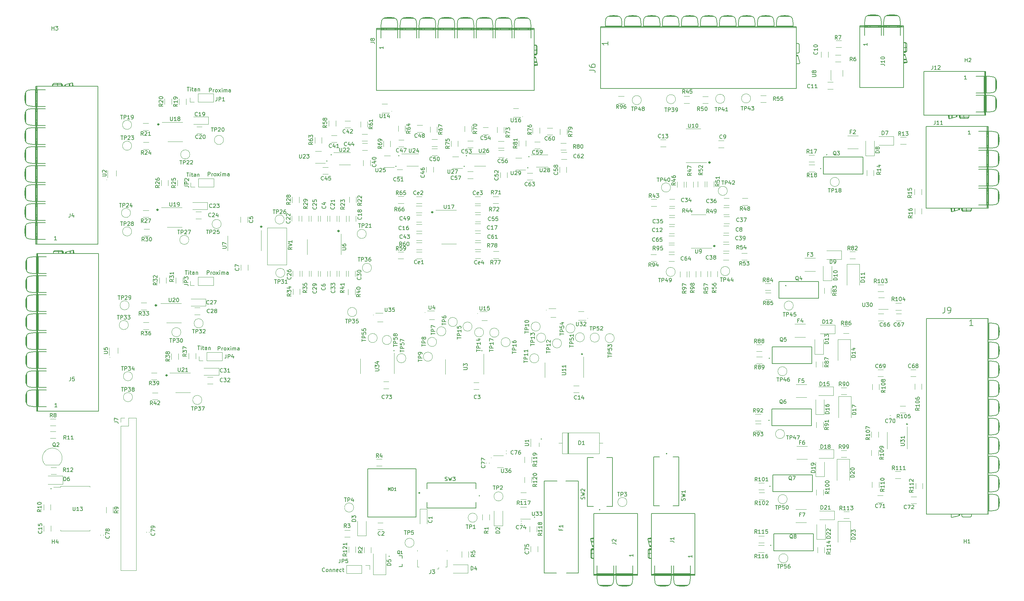
<source format=gbr>
%TF.GenerationSoftware,KiCad,Pcbnew,7.0.10*%
%TF.CreationDate,2024-12-15T12:01:29-06:00*%
%TF.ProjectId,karca_v2,6b617263-615f-4763-922e-6b696361645f,rev?*%
%TF.SameCoordinates,Original*%
%TF.FileFunction,Legend,Top*%
%TF.FilePolarity,Positive*%
%FSLAX46Y46*%
G04 Gerber Fmt 4.6, Leading zero omitted, Abs format (unit mm)*
G04 Created by KiCad (PCBNEW 7.0.10) date 2024-12-15 12:01:29*
%MOMM*%
%LPD*%
G01*
G04 APERTURE LIST*
%ADD10C,0.202000*%
%ADD11C,0.358981*%
%ADD12C,0.254605*%
%ADD13C,0.150000*%
%ADD14C,0.075001*%
%ADD15C,0.127000*%
%ADD16C,0.120000*%
%ADD17C,0.200000*%
%ADD18C,0.250000*%
%ADD19C,0.010000*%
%ADD20C,0.203200*%
G04 APERTURE END LIST*
D10*
X238988000Y-75438000D02*
G75*
G03*
X238786000Y-75438000I-101000J0D01*
G01*
X238786000Y-75438000D02*
G75*
G03*
X238988000Y-75438000I101000J0D01*
G01*
D11*
X65457490Y-133477000D02*
G75*
G03*
X65098510Y-133477000I-179490J0D01*
G01*
X65098510Y-133477000D02*
G75*
G03*
X65457490Y-133477000I179490J0D01*
G01*
D12*
X260096302Y-146304000D02*
G75*
G03*
X259841698Y-146304000I-127302J0D01*
G01*
X259841698Y-146304000D02*
G75*
G03*
X260096302Y-146304000I127302J0D01*
G01*
D13*
X50419001Y-128778000D02*
G75*
G03*
X50418999Y-128778000I-1J0D01*
G01*
X50418999Y-128778000D02*
G75*
G03*
X50419001Y-128778000I1J0D01*
G01*
D10*
X107543000Y-77089000D02*
G75*
G03*
X107341000Y-77089000I-101000J0D01*
G01*
X107341000Y-77089000D02*
G75*
G03*
X107543000Y-77089000I101000J0D01*
G01*
X148310000Y-127000000D02*
G75*
G03*
X148108000Y-127000000I-101000J0D01*
G01*
X148108000Y-127000000D02*
G75*
G03*
X148310000Y-127000000I101000J0D01*
G01*
X144246000Y-75692000D02*
G75*
G03*
X144044000Y-75692000I-101000J0D01*
G01*
X144044000Y-75692000D02*
G75*
G03*
X144246000Y-75692000I101000J0D01*
G01*
X125196000Y-127000000D02*
G75*
G03*
X124994000Y-127000000I-101000J0D01*
G01*
X124994000Y-127000000D02*
G75*
G03*
X125196000Y-127000000I101000J0D01*
G01*
D13*
X158877001Y-65405000D02*
G75*
G03*
X158876999Y-65405000I-1J0D01*
G01*
X158876999Y-65405000D02*
G75*
G03*
X158877001Y-65405000I1J0D01*
G01*
D10*
X160375000Y-78867000D02*
G75*
G03*
X160173000Y-78867000I-101000J0D01*
G01*
X160173000Y-78867000D02*
G75*
G03*
X160375000Y-78867000I101000J0D01*
G01*
D11*
X62663490Y-115062000D02*
G75*
G03*
X62304510Y-115062000I-179490J0D01*
G01*
X62304510Y-115062000D02*
G75*
G03*
X62663490Y-115062000I179490J0D01*
G01*
D10*
X35026000Y-163322000D02*
G75*
G03*
X34824000Y-163322000I-101000J0D01*
G01*
X34824000Y-163322000D02*
G75*
G03*
X35026000Y-163322000I101000J0D01*
G01*
X126466000Y-75692000D02*
G75*
G03*
X126264000Y-75692000I-101000J0D01*
G01*
X126264000Y-75692000D02*
G75*
G03*
X126466000Y-75692000I101000J0D01*
G01*
X163931000Y-150241000D02*
G75*
G03*
X163729000Y-150241000I-101000J0D01*
G01*
X163729000Y-150241000D02*
G75*
G03*
X163931000Y-150241000I101000J0D01*
G01*
D11*
X209475490Y-99441000D02*
G75*
G03*
X209116510Y-99441000I-179490J0D01*
G01*
X209116510Y-99441000D02*
G75*
G03*
X209475490Y-99441000I179490J0D01*
G01*
D13*
X119634001Y-117602000D02*
G75*
G03*
X119633999Y-117602000I-1J0D01*
G01*
X119633999Y-117602000D02*
G75*
G03*
X119634001Y-117602000I1J0D01*
G01*
D14*
X240194500Y-55880000D02*
G75*
G03*
X240119500Y-55880000I-37500J0D01*
G01*
X240119500Y-55880000D02*
G75*
G03*
X240194500Y-55880000I37500J0D01*
G01*
D13*
X165100001Y-116332000D02*
G75*
G03*
X165099999Y-116332000I-1J0D01*
G01*
X165099999Y-116332000D02*
G75*
G03*
X165100001Y-116332000I1J0D01*
G01*
X176022001Y-118491000D02*
G75*
G03*
X176021999Y-118491000I-1J0D01*
G01*
X176021999Y-118491000D02*
G75*
G03*
X176022001Y-118491000I1J0D01*
G01*
X49530001Y-82042000D02*
G75*
G03*
X49529999Y-82042000I-1J0D01*
G01*
X49529999Y-82042000D02*
G75*
G03*
X49530001Y-82042000I1J0D01*
G01*
X124460001Y-64008000D02*
G75*
G03*
X124459999Y-64008000I-1J0D01*
G01*
X124459999Y-64008000D02*
G75*
G03*
X124460001Y-64008000I1J0D01*
G01*
D11*
X208205490Y-77470000D02*
G75*
G03*
X207846510Y-77470000I-179490J0D01*
G01*
X207846510Y-77470000D02*
G75*
G03*
X208205490Y-77470000I179490J0D01*
G01*
D10*
X108686000Y-75438000D02*
G75*
G03*
X108484000Y-75438000I-101000J0D01*
G01*
X108484000Y-75438000D02*
G75*
G03*
X108686000Y-75438000I101000J0D01*
G01*
D11*
X135307490Y-90551000D02*
G75*
G03*
X134948510Y-90551000I-179490J0D01*
G01*
X134948510Y-90551000D02*
G75*
G03*
X135307490Y-90551000I179490J0D01*
G01*
D10*
X125704000Y-78486000D02*
G75*
G03*
X125502000Y-78486000I-101000J0D01*
G01*
X125502000Y-78486000D02*
G75*
G03*
X125704000Y-78486000I101000J0D01*
G01*
X162153000Y-170815000D02*
G75*
G03*
X161951000Y-170815000I-101000J0D01*
G01*
X161951000Y-170815000D02*
G75*
G03*
X162153000Y-170815000I101000J0D01*
G01*
X123926000Y-181102000D02*
G75*
G03*
X123724000Y-181102000I-101000J0D01*
G01*
X123724000Y-181102000D02*
G75*
G03*
X123926000Y-181102000I101000J0D01*
G01*
D11*
X63044490Y-89916000D02*
G75*
G03*
X62685510Y-89916000I-179490J0D01*
G01*
X62685510Y-89916000D02*
G75*
G03*
X63044490Y-89916000I179490J0D01*
G01*
X63298490Y-67437000D02*
G75*
G03*
X62939510Y-67437000I-179490J0D01*
G01*
X62939510Y-67437000D02*
G75*
G03*
X63298490Y-67437000I179490J0D01*
G01*
D10*
X143611000Y-78486000D02*
G75*
G03*
X143409000Y-78486000I-101000J0D01*
G01*
X143409000Y-78486000D02*
G75*
G03*
X143611000Y-78486000I101000J0D01*
G01*
D13*
X150622001Y-155194000D02*
G75*
G03*
X150621999Y-155194000I-1J0D01*
G01*
X150621999Y-155194000D02*
G75*
G03*
X150622001Y-155194000I1J0D01*
G01*
X147066001Y-117221000D02*
G75*
G03*
X147065999Y-117221000I-1J0D01*
G01*
X147065999Y-117221000D02*
G75*
G03*
X147066001Y-117221000I1J0D01*
G01*
D11*
X110669490Y-95504000D02*
G75*
G03*
X110310510Y-95504000I-179490J0D01*
G01*
X110310510Y-95504000D02*
G75*
G03*
X110669490Y-95504000I179490J0D01*
G01*
D12*
X174625302Y-127889000D02*
G75*
G03*
X174370698Y-127889000I-127302J0D01*
G01*
X174370698Y-127889000D02*
G75*
G03*
X174625302Y-127889000I127302J0D01*
G01*
D11*
X90349490Y-94361000D02*
G75*
G03*
X89990510Y-94361000I-179490J0D01*
G01*
X89990510Y-94361000D02*
G75*
G03*
X90349490Y-94361000I179490J0D01*
G01*
D10*
X160629000Y-75946000D02*
G75*
G03*
X160427000Y-75946000I-101000J0D01*
G01*
X160427000Y-75946000D02*
G75*
G03*
X160629000Y-75946000I101000J0D01*
G01*
D13*
X133223001Y-116967000D02*
G75*
G03*
X133222999Y-116967000I-1J0D01*
G01*
X133222999Y-116967000D02*
G75*
G03*
X133223001Y-116967000I1J0D01*
G01*
X76536779Y-58924819D02*
X76536779Y-57924819D01*
X76536779Y-57924819D02*
X76917731Y-57924819D01*
X76917731Y-57924819D02*
X77012969Y-57972438D01*
X77012969Y-57972438D02*
X77060588Y-58020057D01*
X77060588Y-58020057D02*
X77108207Y-58115295D01*
X77108207Y-58115295D02*
X77108207Y-58258152D01*
X77108207Y-58258152D02*
X77060588Y-58353390D01*
X77060588Y-58353390D02*
X77012969Y-58401009D01*
X77012969Y-58401009D02*
X76917731Y-58448628D01*
X76917731Y-58448628D02*
X76536779Y-58448628D01*
X77536779Y-58924819D02*
X77536779Y-58258152D01*
X77536779Y-58448628D02*
X77584398Y-58353390D01*
X77584398Y-58353390D02*
X77632017Y-58305771D01*
X77632017Y-58305771D02*
X77727255Y-58258152D01*
X77727255Y-58258152D02*
X77822493Y-58258152D01*
X78298684Y-58924819D02*
X78203446Y-58877200D01*
X78203446Y-58877200D02*
X78155827Y-58829580D01*
X78155827Y-58829580D02*
X78108208Y-58734342D01*
X78108208Y-58734342D02*
X78108208Y-58448628D01*
X78108208Y-58448628D02*
X78155827Y-58353390D01*
X78155827Y-58353390D02*
X78203446Y-58305771D01*
X78203446Y-58305771D02*
X78298684Y-58258152D01*
X78298684Y-58258152D02*
X78441541Y-58258152D01*
X78441541Y-58258152D02*
X78536779Y-58305771D01*
X78536779Y-58305771D02*
X78584398Y-58353390D01*
X78584398Y-58353390D02*
X78632017Y-58448628D01*
X78632017Y-58448628D02*
X78632017Y-58734342D01*
X78632017Y-58734342D02*
X78584398Y-58829580D01*
X78584398Y-58829580D02*
X78536779Y-58877200D01*
X78536779Y-58877200D02*
X78441541Y-58924819D01*
X78441541Y-58924819D02*
X78298684Y-58924819D01*
X78965351Y-58924819D02*
X79489160Y-58258152D01*
X78965351Y-58258152D02*
X79489160Y-58924819D01*
X79870113Y-58924819D02*
X79870113Y-58258152D01*
X79870113Y-57924819D02*
X79822494Y-57972438D01*
X79822494Y-57972438D02*
X79870113Y-58020057D01*
X79870113Y-58020057D02*
X79917732Y-57972438D01*
X79917732Y-57972438D02*
X79870113Y-57924819D01*
X79870113Y-57924819D02*
X79870113Y-58020057D01*
X80346303Y-58924819D02*
X80346303Y-58258152D01*
X80346303Y-58353390D02*
X80393922Y-58305771D01*
X80393922Y-58305771D02*
X80489160Y-58258152D01*
X80489160Y-58258152D02*
X80632017Y-58258152D01*
X80632017Y-58258152D02*
X80727255Y-58305771D01*
X80727255Y-58305771D02*
X80774874Y-58401009D01*
X80774874Y-58401009D02*
X80774874Y-58924819D01*
X80774874Y-58401009D02*
X80822493Y-58305771D01*
X80822493Y-58305771D02*
X80917731Y-58258152D01*
X80917731Y-58258152D02*
X81060588Y-58258152D01*
X81060588Y-58258152D02*
X81155827Y-58305771D01*
X81155827Y-58305771D02*
X81203446Y-58401009D01*
X81203446Y-58401009D02*
X81203446Y-58924819D01*
X82108207Y-58924819D02*
X82108207Y-58401009D01*
X82108207Y-58401009D02*
X82060588Y-58305771D01*
X82060588Y-58305771D02*
X81965350Y-58258152D01*
X81965350Y-58258152D02*
X81774874Y-58258152D01*
X81774874Y-58258152D02*
X81679636Y-58305771D01*
X82108207Y-58877200D02*
X82012969Y-58924819D01*
X82012969Y-58924819D02*
X81774874Y-58924819D01*
X81774874Y-58924819D02*
X81679636Y-58877200D01*
X81679636Y-58877200D02*
X81632017Y-58781961D01*
X81632017Y-58781961D02*
X81632017Y-58686723D01*
X81632017Y-58686723D02*
X81679636Y-58591485D01*
X81679636Y-58591485D02*
X81774874Y-58543866D01*
X81774874Y-58543866D02*
X82012969Y-58543866D01*
X82012969Y-58543866D02*
X82108207Y-58496247D01*
X70170922Y-105930819D02*
X70742350Y-105930819D01*
X70456636Y-106930819D02*
X70456636Y-105930819D01*
X71075684Y-106930819D02*
X71075684Y-106264152D01*
X71075684Y-105930819D02*
X71028065Y-105978438D01*
X71028065Y-105978438D02*
X71075684Y-106026057D01*
X71075684Y-106026057D02*
X71123303Y-105978438D01*
X71123303Y-105978438D02*
X71075684Y-105930819D01*
X71075684Y-105930819D02*
X71075684Y-106026057D01*
X71409017Y-106264152D02*
X71789969Y-106264152D01*
X71551874Y-105930819D02*
X71551874Y-106787961D01*
X71551874Y-106787961D02*
X71599493Y-106883200D01*
X71599493Y-106883200D02*
X71694731Y-106930819D01*
X71694731Y-106930819D02*
X71789969Y-106930819D01*
X72551874Y-106930819D02*
X72551874Y-106407009D01*
X72551874Y-106407009D02*
X72504255Y-106311771D01*
X72504255Y-106311771D02*
X72409017Y-106264152D01*
X72409017Y-106264152D02*
X72218541Y-106264152D01*
X72218541Y-106264152D02*
X72123303Y-106311771D01*
X72551874Y-106883200D02*
X72456636Y-106930819D01*
X72456636Y-106930819D02*
X72218541Y-106930819D01*
X72218541Y-106930819D02*
X72123303Y-106883200D01*
X72123303Y-106883200D02*
X72075684Y-106787961D01*
X72075684Y-106787961D02*
X72075684Y-106692723D01*
X72075684Y-106692723D02*
X72123303Y-106597485D01*
X72123303Y-106597485D02*
X72218541Y-106549866D01*
X72218541Y-106549866D02*
X72456636Y-106549866D01*
X72456636Y-106549866D02*
X72551874Y-106502247D01*
X73028065Y-106264152D02*
X73028065Y-106930819D01*
X73028065Y-106359390D02*
X73075684Y-106311771D01*
X73075684Y-106311771D02*
X73170922Y-106264152D01*
X73170922Y-106264152D02*
X73313779Y-106264152D01*
X73313779Y-106264152D02*
X73409017Y-106311771D01*
X73409017Y-106311771D02*
X73456636Y-106407009D01*
X73456636Y-106407009D02*
X73456636Y-106930819D01*
X70551922Y-80149819D02*
X71123350Y-80149819D01*
X70837636Y-81149819D02*
X70837636Y-80149819D01*
X71456684Y-81149819D02*
X71456684Y-80483152D01*
X71456684Y-80149819D02*
X71409065Y-80197438D01*
X71409065Y-80197438D02*
X71456684Y-80245057D01*
X71456684Y-80245057D02*
X71504303Y-80197438D01*
X71504303Y-80197438D02*
X71456684Y-80149819D01*
X71456684Y-80149819D02*
X71456684Y-80245057D01*
X71790017Y-80483152D02*
X72170969Y-80483152D01*
X71932874Y-80149819D02*
X71932874Y-81006961D01*
X71932874Y-81006961D02*
X71980493Y-81102200D01*
X71980493Y-81102200D02*
X72075731Y-81149819D01*
X72075731Y-81149819D02*
X72170969Y-81149819D01*
X72932874Y-81149819D02*
X72932874Y-80626009D01*
X72932874Y-80626009D02*
X72885255Y-80530771D01*
X72885255Y-80530771D02*
X72790017Y-80483152D01*
X72790017Y-80483152D02*
X72599541Y-80483152D01*
X72599541Y-80483152D02*
X72504303Y-80530771D01*
X72932874Y-81102200D02*
X72837636Y-81149819D01*
X72837636Y-81149819D02*
X72599541Y-81149819D01*
X72599541Y-81149819D02*
X72504303Y-81102200D01*
X72504303Y-81102200D02*
X72456684Y-81006961D01*
X72456684Y-81006961D02*
X72456684Y-80911723D01*
X72456684Y-80911723D02*
X72504303Y-80816485D01*
X72504303Y-80816485D02*
X72599541Y-80768866D01*
X72599541Y-80768866D02*
X72837636Y-80768866D01*
X72837636Y-80768866D02*
X72932874Y-80721247D01*
X73409065Y-80483152D02*
X73409065Y-81149819D01*
X73409065Y-80578390D02*
X73456684Y-80530771D01*
X73456684Y-80530771D02*
X73551922Y-80483152D01*
X73551922Y-80483152D02*
X73694779Y-80483152D01*
X73694779Y-80483152D02*
X73790017Y-80530771D01*
X73790017Y-80530771D02*
X73837636Y-80626009D01*
X73837636Y-80626009D02*
X73837636Y-81149819D01*
X70678922Y-57670819D02*
X71250350Y-57670819D01*
X70964636Y-58670819D02*
X70964636Y-57670819D01*
X71583684Y-58670819D02*
X71583684Y-58004152D01*
X71583684Y-57670819D02*
X71536065Y-57718438D01*
X71536065Y-57718438D02*
X71583684Y-57766057D01*
X71583684Y-57766057D02*
X71631303Y-57718438D01*
X71631303Y-57718438D02*
X71583684Y-57670819D01*
X71583684Y-57670819D02*
X71583684Y-57766057D01*
X71917017Y-58004152D02*
X72297969Y-58004152D01*
X72059874Y-57670819D02*
X72059874Y-58527961D01*
X72059874Y-58527961D02*
X72107493Y-58623200D01*
X72107493Y-58623200D02*
X72202731Y-58670819D01*
X72202731Y-58670819D02*
X72297969Y-58670819D01*
X73059874Y-58670819D02*
X73059874Y-58147009D01*
X73059874Y-58147009D02*
X73012255Y-58051771D01*
X73012255Y-58051771D02*
X72917017Y-58004152D01*
X72917017Y-58004152D02*
X72726541Y-58004152D01*
X72726541Y-58004152D02*
X72631303Y-58051771D01*
X73059874Y-58623200D02*
X72964636Y-58670819D01*
X72964636Y-58670819D02*
X72726541Y-58670819D01*
X72726541Y-58670819D02*
X72631303Y-58623200D01*
X72631303Y-58623200D02*
X72583684Y-58527961D01*
X72583684Y-58527961D02*
X72583684Y-58432723D01*
X72583684Y-58432723D02*
X72631303Y-58337485D01*
X72631303Y-58337485D02*
X72726541Y-58289866D01*
X72726541Y-58289866D02*
X72964636Y-58289866D01*
X72964636Y-58289866D02*
X73059874Y-58242247D01*
X73536065Y-58004152D02*
X73536065Y-58670819D01*
X73536065Y-58099390D02*
X73583684Y-58051771D01*
X73583684Y-58051771D02*
X73678922Y-58004152D01*
X73678922Y-58004152D02*
X73821779Y-58004152D01*
X73821779Y-58004152D02*
X73917017Y-58051771D01*
X73917017Y-58051771D02*
X73964636Y-58147009D01*
X73964636Y-58147009D02*
X73964636Y-58670819D01*
X106826207Y-185067580D02*
X106778588Y-185115200D01*
X106778588Y-185115200D02*
X106635731Y-185162819D01*
X106635731Y-185162819D02*
X106540493Y-185162819D01*
X106540493Y-185162819D02*
X106397636Y-185115200D01*
X106397636Y-185115200D02*
X106302398Y-185019961D01*
X106302398Y-185019961D02*
X106254779Y-184924723D01*
X106254779Y-184924723D02*
X106207160Y-184734247D01*
X106207160Y-184734247D02*
X106207160Y-184591390D01*
X106207160Y-184591390D02*
X106254779Y-184400914D01*
X106254779Y-184400914D02*
X106302398Y-184305676D01*
X106302398Y-184305676D02*
X106397636Y-184210438D01*
X106397636Y-184210438D02*
X106540493Y-184162819D01*
X106540493Y-184162819D02*
X106635731Y-184162819D01*
X106635731Y-184162819D02*
X106778588Y-184210438D01*
X106778588Y-184210438D02*
X106826207Y-184258057D01*
X107397636Y-185162819D02*
X107302398Y-185115200D01*
X107302398Y-185115200D02*
X107254779Y-185067580D01*
X107254779Y-185067580D02*
X107207160Y-184972342D01*
X107207160Y-184972342D02*
X107207160Y-184686628D01*
X107207160Y-184686628D02*
X107254779Y-184591390D01*
X107254779Y-184591390D02*
X107302398Y-184543771D01*
X107302398Y-184543771D02*
X107397636Y-184496152D01*
X107397636Y-184496152D02*
X107540493Y-184496152D01*
X107540493Y-184496152D02*
X107635731Y-184543771D01*
X107635731Y-184543771D02*
X107683350Y-184591390D01*
X107683350Y-184591390D02*
X107730969Y-184686628D01*
X107730969Y-184686628D02*
X107730969Y-184972342D01*
X107730969Y-184972342D02*
X107683350Y-185067580D01*
X107683350Y-185067580D02*
X107635731Y-185115200D01*
X107635731Y-185115200D02*
X107540493Y-185162819D01*
X107540493Y-185162819D02*
X107397636Y-185162819D01*
X108159541Y-184496152D02*
X108159541Y-185162819D01*
X108159541Y-184591390D02*
X108207160Y-184543771D01*
X108207160Y-184543771D02*
X108302398Y-184496152D01*
X108302398Y-184496152D02*
X108445255Y-184496152D01*
X108445255Y-184496152D02*
X108540493Y-184543771D01*
X108540493Y-184543771D02*
X108588112Y-184639009D01*
X108588112Y-184639009D02*
X108588112Y-185162819D01*
X109064303Y-184496152D02*
X109064303Y-185162819D01*
X109064303Y-184591390D02*
X109111922Y-184543771D01*
X109111922Y-184543771D02*
X109207160Y-184496152D01*
X109207160Y-184496152D02*
X109350017Y-184496152D01*
X109350017Y-184496152D02*
X109445255Y-184543771D01*
X109445255Y-184543771D02*
X109492874Y-184639009D01*
X109492874Y-184639009D02*
X109492874Y-185162819D01*
X110350017Y-185115200D02*
X110254779Y-185162819D01*
X110254779Y-185162819D02*
X110064303Y-185162819D01*
X110064303Y-185162819D02*
X109969065Y-185115200D01*
X109969065Y-185115200D02*
X109921446Y-185019961D01*
X109921446Y-185019961D02*
X109921446Y-184639009D01*
X109921446Y-184639009D02*
X109969065Y-184543771D01*
X109969065Y-184543771D02*
X110064303Y-184496152D01*
X110064303Y-184496152D02*
X110254779Y-184496152D01*
X110254779Y-184496152D02*
X110350017Y-184543771D01*
X110350017Y-184543771D02*
X110397636Y-184639009D01*
X110397636Y-184639009D02*
X110397636Y-184734247D01*
X110397636Y-184734247D02*
X109921446Y-184829485D01*
X111254779Y-185115200D02*
X111159541Y-185162819D01*
X111159541Y-185162819D02*
X110969065Y-185162819D01*
X110969065Y-185162819D02*
X110873827Y-185115200D01*
X110873827Y-185115200D02*
X110826208Y-185067580D01*
X110826208Y-185067580D02*
X110778589Y-184972342D01*
X110778589Y-184972342D02*
X110778589Y-184686628D01*
X110778589Y-184686628D02*
X110826208Y-184591390D01*
X110826208Y-184591390D02*
X110873827Y-184543771D01*
X110873827Y-184543771D02*
X110969065Y-184496152D01*
X110969065Y-184496152D02*
X111159541Y-184496152D01*
X111159541Y-184496152D02*
X111254779Y-184543771D01*
X111540494Y-184496152D02*
X111921446Y-184496152D01*
X111683351Y-184162819D02*
X111683351Y-185019961D01*
X111683351Y-185019961D02*
X111730970Y-185115200D01*
X111730970Y-185115200D02*
X111826208Y-185162819D01*
X111826208Y-185162819D02*
X111921446Y-185162819D01*
X78822779Y-126869819D02*
X78822779Y-125869819D01*
X78822779Y-125869819D02*
X79203731Y-125869819D01*
X79203731Y-125869819D02*
X79298969Y-125917438D01*
X79298969Y-125917438D02*
X79346588Y-125965057D01*
X79346588Y-125965057D02*
X79394207Y-126060295D01*
X79394207Y-126060295D02*
X79394207Y-126203152D01*
X79394207Y-126203152D02*
X79346588Y-126298390D01*
X79346588Y-126298390D02*
X79298969Y-126346009D01*
X79298969Y-126346009D02*
X79203731Y-126393628D01*
X79203731Y-126393628D02*
X78822779Y-126393628D01*
X79822779Y-126869819D02*
X79822779Y-126203152D01*
X79822779Y-126393628D02*
X79870398Y-126298390D01*
X79870398Y-126298390D02*
X79918017Y-126250771D01*
X79918017Y-126250771D02*
X80013255Y-126203152D01*
X80013255Y-126203152D02*
X80108493Y-126203152D01*
X80584684Y-126869819D02*
X80489446Y-126822200D01*
X80489446Y-126822200D02*
X80441827Y-126774580D01*
X80441827Y-126774580D02*
X80394208Y-126679342D01*
X80394208Y-126679342D02*
X80394208Y-126393628D01*
X80394208Y-126393628D02*
X80441827Y-126298390D01*
X80441827Y-126298390D02*
X80489446Y-126250771D01*
X80489446Y-126250771D02*
X80584684Y-126203152D01*
X80584684Y-126203152D02*
X80727541Y-126203152D01*
X80727541Y-126203152D02*
X80822779Y-126250771D01*
X80822779Y-126250771D02*
X80870398Y-126298390D01*
X80870398Y-126298390D02*
X80918017Y-126393628D01*
X80918017Y-126393628D02*
X80918017Y-126679342D01*
X80918017Y-126679342D02*
X80870398Y-126774580D01*
X80870398Y-126774580D02*
X80822779Y-126822200D01*
X80822779Y-126822200D02*
X80727541Y-126869819D01*
X80727541Y-126869819D02*
X80584684Y-126869819D01*
X81251351Y-126869819D02*
X81775160Y-126203152D01*
X81251351Y-126203152D02*
X81775160Y-126869819D01*
X82156113Y-126869819D02*
X82156113Y-126203152D01*
X82156113Y-125869819D02*
X82108494Y-125917438D01*
X82108494Y-125917438D02*
X82156113Y-125965057D01*
X82156113Y-125965057D02*
X82203732Y-125917438D01*
X82203732Y-125917438D02*
X82156113Y-125869819D01*
X82156113Y-125869819D02*
X82156113Y-125965057D01*
X82632303Y-126869819D02*
X82632303Y-126203152D01*
X82632303Y-126298390D02*
X82679922Y-126250771D01*
X82679922Y-126250771D02*
X82775160Y-126203152D01*
X82775160Y-126203152D02*
X82918017Y-126203152D01*
X82918017Y-126203152D02*
X83013255Y-126250771D01*
X83013255Y-126250771D02*
X83060874Y-126346009D01*
X83060874Y-126346009D02*
X83060874Y-126869819D01*
X83060874Y-126346009D02*
X83108493Y-126250771D01*
X83108493Y-126250771D02*
X83203731Y-126203152D01*
X83203731Y-126203152D02*
X83346588Y-126203152D01*
X83346588Y-126203152D02*
X83441827Y-126250771D01*
X83441827Y-126250771D02*
X83489446Y-126346009D01*
X83489446Y-126346009D02*
X83489446Y-126869819D01*
X84394207Y-126869819D02*
X84394207Y-126346009D01*
X84394207Y-126346009D02*
X84346588Y-126250771D01*
X84346588Y-126250771D02*
X84251350Y-126203152D01*
X84251350Y-126203152D02*
X84060874Y-126203152D01*
X84060874Y-126203152D02*
X83965636Y-126250771D01*
X84394207Y-126822200D02*
X84298969Y-126869819D01*
X84298969Y-126869819D02*
X84060874Y-126869819D01*
X84060874Y-126869819D02*
X83965636Y-126822200D01*
X83965636Y-126822200D02*
X83918017Y-126726961D01*
X83918017Y-126726961D02*
X83918017Y-126631723D01*
X83918017Y-126631723D02*
X83965636Y-126536485D01*
X83965636Y-126536485D02*
X84060874Y-126488866D01*
X84060874Y-126488866D02*
X84298969Y-126488866D01*
X84298969Y-126488866D02*
X84394207Y-126441247D01*
X73472922Y-125742819D02*
X74044350Y-125742819D01*
X73758636Y-126742819D02*
X73758636Y-125742819D01*
X74377684Y-126742819D02*
X74377684Y-126076152D01*
X74377684Y-125742819D02*
X74330065Y-125790438D01*
X74330065Y-125790438D02*
X74377684Y-125838057D01*
X74377684Y-125838057D02*
X74425303Y-125790438D01*
X74425303Y-125790438D02*
X74377684Y-125742819D01*
X74377684Y-125742819D02*
X74377684Y-125838057D01*
X74711017Y-126076152D02*
X75091969Y-126076152D01*
X74853874Y-125742819D02*
X74853874Y-126599961D01*
X74853874Y-126599961D02*
X74901493Y-126695200D01*
X74901493Y-126695200D02*
X74996731Y-126742819D01*
X74996731Y-126742819D02*
X75091969Y-126742819D01*
X75853874Y-126742819D02*
X75853874Y-126219009D01*
X75853874Y-126219009D02*
X75806255Y-126123771D01*
X75806255Y-126123771D02*
X75711017Y-126076152D01*
X75711017Y-126076152D02*
X75520541Y-126076152D01*
X75520541Y-126076152D02*
X75425303Y-126123771D01*
X75853874Y-126695200D02*
X75758636Y-126742819D01*
X75758636Y-126742819D02*
X75520541Y-126742819D01*
X75520541Y-126742819D02*
X75425303Y-126695200D01*
X75425303Y-126695200D02*
X75377684Y-126599961D01*
X75377684Y-126599961D02*
X75377684Y-126504723D01*
X75377684Y-126504723D02*
X75425303Y-126409485D01*
X75425303Y-126409485D02*
X75520541Y-126361866D01*
X75520541Y-126361866D02*
X75758636Y-126361866D01*
X75758636Y-126361866D02*
X75853874Y-126314247D01*
X76330065Y-126076152D02*
X76330065Y-126742819D01*
X76330065Y-126171390D02*
X76377684Y-126123771D01*
X76377684Y-126123771D02*
X76472922Y-126076152D01*
X76472922Y-126076152D02*
X76615779Y-126076152D01*
X76615779Y-126076152D02*
X76711017Y-126123771D01*
X76711017Y-126123771D02*
X76758636Y-126219009D01*
X76758636Y-126219009D02*
X76758636Y-126742819D01*
X187906819Y-180562285D02*
X187906819Y-181133713D01*
X187906819Y-180847999D02*
X186906819Y-180847999D01*
X186906819Y-180847999D02*
X187049676Y-180943237D01*
X187049676Y-180943237D02*
X187144914Y-181038475D01*
X187144914Y-181038475D02*
X187192533Y-181133713D01*
X76155779Y-81022819D02*
X76155779Y-80022819D01*
X76155779Y-80022819D02*
X76536731Y-80022819D01*
X76536731Y-80022819D02*
X76631969Y-80070438D01*
X76631969Y-80070438D02*
X76679588Y-80118057D01*
X76679588Y-80118057D02*
X76727207Y-80213295D01*
X76727207Y-80213295D02*
X76727207Y-80356152D01*
X76727207Y-80356152D02*
X76679588Y-80451390D01*
X76679588Y-80451390D02*
X76631969Y-80499009D01*
X76631969Y-80499009D02*
X76536731Y-80546628D01*
X76536731Y-80546628D02*
X76155779Y-80546628D01*
X77155779Y-81022819D02*
X77155779Y-80356152D01*
X77155779Y-80546628D02*
X77203398Y-80451390D01*
X77203398Y-80451390D02*
X77251017Y-80403771D01*
X77251017Y-80403771D02*
X77346255Y-80356152D01*
X77346255Y-80356152D02*
X77441493Y-80356152D01*
X77917684Y-81022819D02*
X77822446Y-80975200D01*
X77822446Y-80975200D02*
X77774827Y-80927580D01*
X77774827Y-80927580D02*
X77727208Y-80832342D01*
X77727208Y-80832342D02*
X77727208Y-80546628D01*
X77727208Y-80546628D02*
X77774827Y-80451390D01*
X77774827Y-80451390D02*
X77822446Y-80403771D01*
X77822446Y-80403771D02*
X77917684Y-80356152D01*
X77917684Y-80356152D02*
X78060541Y-80356152D01*
X78060541Y-80356152D02*
X78155779Y-80403771D01*
X78155779Y-80403771D02*
X78203398Y-80451390D01*
X78203398Y-80451390D02*
X78251017Y-80546628D01*
X78251017Y-80546628D02*
X78251017Y-80832342D01*
X78251017Y-80832342D02*
X78203398Y-80927580D01*
X78203398Y-80927580D02*
X78155779Y-80975200D01*
X78155779Y-80975200D02*
X78060541Y-81022819D01*
X78060541Y-81022819D02*
X77917684Y-81022819D01*
X78584351Y-81022819D02*
X79108160Y-80356152D01*
X78584351Y-80356152D02*
X79108160Y-81022819D01*
X79489113Y-81022819D02*
X79489113Y-80356152D01*
X79489113Y-80022819D02*
X79441494Y-80070438D01*
X79441494Y-80070438D02*
X79489113Y-80118057D01*
X79489113Y-80118057D02*
X79536732Y-80070438D01*
X79536732Y-80070438D02*
X79489113Y-80022819D01*
X79489113Y-80022819D02*
X79489113Y-80118057D01*
X79965303Y-81022819D02*
X79965303Y-80356152D01*
X79965303Y-80451390D02*
X80012922Y-80403771D01*
X80012922Y-80403771D02*
X80108160Y-80356152D01*
X80108160Y-80356152D02*
X80251017Y-80356152D01*
X80251017Y-80356152D02*
X80346255Y-80403771D01*
X80346255Y-80403771D02*
X80393874Y-80499009D01*
X80393874Y-80499009D02*
X80393874Y-81022819D01*
X80393874Y-80499009D02*
X80441493Y-80403771D01*
X80441493Y-80403771D02*
X80536731Y-80356152D01*
X80536731Y-80356152D02*
X80679588Y-80356152D01*
X80679588Y-80356152D02*
X80774827Y-80403771D01*
X80774827Y-80403771D02*
X80822446Y-80499009D01*
X80822446Y-80499009D02*
X80822446Y-81022819D01*
X81727207Y-81022819D02*
X81727207Y-80499009D01*
X81727207Y-80499009D02*
X81679588Y-80403771D01*
X81679588Y-80403771D02*
X81584350Y-80356152D01*
X81584350Y-80356152D02*
X81393874Y-80356152D01*
X81393874Y-80356152D02*
X81298636Y-80403771D01*
X81727207Y-80975200D02*
X81631969Y-81022819D01*
X81631969Y-81022819D02*
X81393874Y-81022819D01*
X81393874Y-81022819D02*
X81298636Y-80975200D01*
X81298636Y-80975200D02*
X81251017Y-80879961D01*
X81251017Y-80879961D02*
X81251017Y-80784723D01*
X81251017Y-80784723D02*
X81298636Y-80689485D01*
X81298636Y-80689485D02*
X81393874Y-80641866D01*
X81393874Y-80641866D02*
X81631969Y-80641866D01*
X81631969Y-80641866D02*
X81727207Y-80594247D01*
X75901779Y-106930819D02*
X75901779Y-105930819D01*
X75901779Y-105930819D02*
X76282731Y-105930819D01*
X76282731Y-105930819D02*
X76377969Y-105978438D01*
X76377969Y-105978438D02*
X76425588Y-106026057D01*
X76425588Y-106026057D02*
X76473207Y-106121295D01*
X76473207Y-106121295D02*
X76473207Y-106264152D01*
X76473207Y-106264152D02*
X76425588Y-106359390D01*
X76425588Y-106359390D02*
X76377969Y-106407009D01*
X76377969Y-106407009D02*
X76282731Y-106454628D01*
X76282731Y-106454628D02*
X75901779Y-106454628D01*
X76901779Y-106930819D02*
X76901779Y-106264152D01*
X76901779Y-106454628D02*
X76949398Y-106359390D01*
X76949398Y-106359390D02*
X76997017Y-106311771D01*
X76997017Y-106311771D02*
X77092255Y-106264152D01*
X77092255Y-106264152D02*
X77187493Y-106264152D01*
X77663684Y-106930819D02*
X77568446Y-106883200D01*
X77568446Y-106883200D02*
X77520827Y-106835580D01*
X77520827Y-106835580D02*
X77473208Y-106740342D01*
X77473208Y-106740342D02*
X77473208Y-106454628D01*
X77473208Y-106454628D02*
X77520827Y-106359390D01*
X77520827Y-106359390D02*
X77568446Y-106311771D01*
X77568446Y-106311771D02*
X77663684Y-106264152D01*
X77663684Y-106264152D02*
X77806541Y-106264152D01*
X77806541Y-106264152D02*
X77901779Y-106311771D01*
X77901779Y-106311771D02*
X77949398Y-106359390D01*
X77949398Y-106359390D02*
X77997017Y-106454628D01*
X77997017Y-106454628D02*
X77997017Y-106740342D01*
X77997017Y-106740342D02*
X77949398Y-106835580D01*
X77949398Y-106835580D02*
X77901779Y-106883200D01*
X77901779Y-106883200D02*
X77806541Y-106930819D01*
X77806541Y-106930819D02*
X77663684Y-106930819D01*
X78330351Y-106930819D02*
X78854160Y-106264152D01*
X78330351Y-106264152D02*
X78854160Y-106930819D01*
X79235113Y-106930819D02*
X79235113Y-106264152D01*
X79235113Y-105930819D02*
X79187494Y-105978438D01*
X79187494Y-105978438D02*
X79235113Y-106026057D01*
X79235113Y-106026057D02*
X79282732Y-105978438D01*
X79282732Y-105978438D02*
X79235113Y-105930819D01*
X79235113Y-105930819D02*
X79235113Y-106026057D01*
X79711303Y-106930819D02*
X79711303Y-106264152D01*
X79711303Y-106359390D02*
X79758922Y-106311771D01*
X79758922Y-106311771D02*
X79854160Y-106264152D01*
X79854160Y-106264152D02*
X79997017Y-106264152D01*
X79997017Y-106264152D02*
X80092255Y-106311771D01*
X80092255Y-106311771D02*
X80139874Y-106407009D01*
X80139874Y-106407009D02*
X80139874Y-106930819D01*
X80139874Y-106407009D02*
X80187493Y-106311771D01*
X80187493Y-106311771D02*
X80282731Y-106264152D01*
X80282731Y-106264152D02*
X80425588Y-106264152D01*
X80425588Y-106264152D02*
X80520827Y-106311771D01*
X80520827Y-106311771D02*
X80568446Y-106407009D01*
X80568446Y-106407009D02*
X80568446Y-106930819D01*
X81473207Y-106930819D02*
X81473207Y-106407009D01*
X81473207Y-106407009D02*
X81425588Y-106311771D01*
X81425588Y-106311771D02*
X81330350Y-106264152D01*
X81330350Y-106264152D02*
X81139874Y-106264152D01*
X81139874Y-106264152D02*
X81044636Y-106311771D01*
X81473207Y-106883200D02*
X81377969Y-106930819D01*
X81377969Y-106930819D02*
X81139874Y-106930819D01*
X81139874Y-106930819D02*
X81044636Y-106883200D01*
X81044636Y-106883200D02*
X80997017Y-106787961D01*
X80997017Y-106787961D02*
X80997017Y-106692723D01*
X80997017Y-106692723D02*
X81044636Y-106597485D01*
X81044636Y-106597485D02*
X81139874Y-106549866D01*
X81139874Y-106549866D02*
X81377969Y-106549866D01*
X81377969Y-106549866D02*
X81473207Y-106502247D01*
X274955095Y-177619819D02*
X274955095Y-176619819D01*
X274955095Y-177096009D02*
X275526523Y-177096009D01*
X275526523Y-177619819D02*
X275526523Y-176619819D01*
X276526523Y-177619819D02*
X275955095Y-177619819D01*
X276240809Y-177619819D02*
X276240809Y-176619819D01*
X276240809Y-176619819D02*
X276145571Y-176762676D01*
X276145571Y-176762676D02*
X276050333Y-176857914D01*
X276050333Y-176857914D02*
X275955095Y-176905533D01*
X59234642Y-122882819D02*
X58901309Y-122406628D01*
X58663214Y-122882819D02*
X58663214Y-121882819D01*
X58663214Y-121882819D02*
X59044166Y-121882819D01*
X59044166Y-121882819D02*
X59139404Y-121930438D01*
X59139404Y-121930438D02*
X59187023Y-121978057D01*
X59187023Y-121978057D02*
X59234642Y-122073295D01*
X59234642Y-122073295D02*
X59234642Y-122216152D01*
X59234642Y-122216152D02*
X59187023Y-122311390D01*
X59187023Y-122311390D02*
X59139404Y-122359009D01*
X59139404Y-122359009D02*
X59044166Y-122406628D01*
X59044166Y-122406628D02*
X58663214Y-122406628D01*
X59567976Y-121882819D02*
X60187023Y-121882819D01*
X60187023Y-121882819D02*
X59853690Y-122263771D01*
X59853690Y-122263771D02*
X59996547Y-122263771D01*
X59996547Y-122263771D02*
X60091785Y-122311390D01*
X60091785Y-122311390D02*
X60139404Y-122359009D01*
X60139404Y-122359009D02*
X60187023Y-122454247D01*
X60187023Y-122454247D02*
X60187023Y-122692342D01*
X60187023Y-122692342D02*
X60139404Y-122787580D01*
X60139404Y-122787580D02*
X60091785Y-122835200D01*
X60091785Y-122835200D02*
X59996547Y-122882819D01*
X59996547Y-122882819D02*
X59710833Y-122882819D01*
X59710833Y-122882819D02*
X59615595Y-122835200D01*
X59615595Y-122835200D02*
X59567976Y-122787580D01*
X61044166Y-121882819D02*
X60853690Y-121882819D01*
X60853690Y-121882819D02*
X60758452Y-121930438D01*
X60758452Y-121930438D02*
X60710833Y-121978057D01*
X60710833Y-121978057D02*
X60615595Y-122120914D01*
X60615595Y-122120914D02*
X60567976Y-122311390D01*
X60567976Y-122311390D02*
X60567976Y-122692342D01*
X60567976Y-122692342D02*
X60615595Y-122787580D01*
X60615595Y-122787580D02*
X60663214Y-122835200D01*
X60663214Y-122835200D02*
X60758452Y-122882819D01*
X60758452Y-122882819D02*
X60948928Y-122882819D01*
X60948928Y-122882819D02*
X61044166Y-122835200D01*
X61044166Y-122835200D02*
X61091785Y-122787580D01*
X61091785Y-122787580D02*
X61139404Y-122692342D01*
X61139404Y-122692342D02*
X61139404Y-122454247D01*
X61139404Y-122454247D02*
X61091785Y-122359009D01*
X61091785Y-122359009D02*
X61044166Y-122311390D01*
X61044166Y-122311390D02*
X60948928Y-122263771D01*
X60948928Y-122263771D02*
X60758452Y-122263771D01*
X60758452Y-122263771D02*
X60663214Y-122311390D01*
X60663214Y-122311390D02*
X60615595Y-122359009D01*
X60615595Y-122359009D02*
X60567976Y-122454247D01*
X67646619Y-83497657D02*
X67170428Y-83830990D01*
X67646619Y-84069085D02*
X66646619Y-84069085D01*
X66646619Y-84069085D02*
X66646619Y-83688133D01*
X66646619Y-83688133D02*
X66694238Y-83592895D01*
X66694238Y-83592895D02*
X66741857Y-83545276D01*
X66741857Y-83545276D02*
X66837095Y-83497657D01*
X66837095Y-83497657D02*
X66979952Y-83497657D01*
X66979952Y-83497657D02*
X67075190Y-83545276D01*
X67075190Y-83545276D02*
X67122809Y-83592895D01*
X67122809Y-83592895D02*
X67170428Y-83688133D01*
X67170428Y-83688133D02*
X67170428Y-84069085D01*
X66741857Y-83116704D02*
X66694238Y-83069085D01*
X66694238Y-83069085D02*
X66646619Y-82973847D01*
X66646619Y-82973847D02*
X66646619Y-82735752D01*
X66646619Y-82735752D02*
X66694238Y-82640514D01*
X66694238Y-82640514D02*
X66741857Y-82592895D01*
X66741857Y-82592895D02*
X66837095Y-82545276D01*
X66837095Y-82545276D02*
X66932333Y-82545276D01*
X66932333Y-82545276D02*
X67075190Y-82592895D01*
X67075190Y-82592895D02*
X67646619Y-83164323D01*
X67646619Y-83164323D02*
X67646619Y-82545276D01*
X66646619Y-81640514D02*
X66646619Y-82116704D01*
X66646619Y-82116704D02*
X67122809Y-82164323D01*
X67122809Y-82164323D02*
X67075190Y-82116704D01*
X67075190Y-82116704D02*
X67027571Y-82021466D01*
X67027571Y-82021466D02*
X67027571Y-81783371D01*
X67027571Y-81783371D02*
X67075190Y-81688133D01*
X67075190Y-81688133D02*
X67122809Y-81640514D01*
X67122809Y-81640514D02*
X67218047Y-81592895D01*
X67218047Y-81592895D02*
X67456142Y-81592895D01*
X67456142Y-81592895D02*
X67551380Y-81640514D01*
X67551380Y-81640514D02*
X67599000Y-81688133D01*
X67599000Y-81688133D02*
X67646619Y-81783371D01*
X67646619Y-81783371D02*
X67646619Y-82021466D01*
X67646619Y-82021466D02*
X67599000Y-82116704D01*
X67599000Y-82116704D02*
X67551380Y-82164323D01*
X148511642Y-71382880D02*
X148464023Y-71430500D01*
X148464023Y-71430500D02*
X148321166Y-71478119D01*
X148321166Y-71478119D02*
X148225928Y-71478119D01*
X148225928Y-71478119D02*
X148083071Y-71430500D01*
X148083071Y-71430500D02*
X147987833Y-71335261D01*
X147987833Y-71335261D02*
X147940214Y-71240023D01*
X147940214Y-71240023D02*
X147892595Y-71049547D01*
X147892595Y-71049547D02*
X147892595Y-70906690D01*
X147892595Y-70906690D02*
X147940214Y-70716214D01*
X147940214Y-70716214D02*
X147987833Y-70620976D01*
X147987833Y-70620976D02*
X148083071Y-70525738D01*
X148083071Y-70525738D02*
X148225928Y-70478119D01*
X148225928Y-70478119D02*
X148321166Y-70478119D01*
X148321166Y-70478119D02*
X148464023Y-70525738D01*
X148464023Y-70525738D02*
X148511642Y-70573357D01*
X149416404Y-70478119D02*
X148940214Y-70478119D01*
X148940214Y-70478119D02*
X148892595Y-70954309D01*
X148892595Y-70954309D02*
X148940214Y-70906690D01*
X148940214Y-70906690D02*
X149035452Y-70859071D01*
X149035452Y-70859071D02*
X149273547Y-70859071D01*
X149273547Y-70859071D02*
X149368785Y-70906690D01*
X149368785Y-70906690D02*
X149416404Y-70954309D01*
X149416404Y-70954309D02*
X149464023Y-71049547D01*
X149464023Y-71049547D02*
X149464023Y-71287642D01*
X149464023Y-71287642D02*
X149416404Y-71382880D01*
X149416404Y-71382880D02*
X149368785Y-71430500D01*
X149368785Y-71430500D02*
X149273547Y-71478119D01*
X149273547Y-71478119D02*
X149035452Y-71478119D01*
X149035452Y-71478119D02*
X148940214Y-71430500D01*
X148940214Y-71430500D02*
X148892595Y-71382880D01*
X150321166Y-70811452D02*
X150321166Y-71478119D01*
X150083071Y-70430500D02*
X149844976Y-71144785D01*
X149844976Y-71144785D02*
X150464023Y-71144785D01*
X150203819Y-127214094D02*
X150203819Y-126642666D01*
X151203819Y-126928380D02*
X150203819Y-126928380D01*
X151203819Y-126309332D02*
X150203819Y-126309332D01*
X150203819Y-126309332D02*
X150203819Y-125928380D01*
X150203819Y-125928380D02*
X150251438Y-125833142D01*
X150251438Y-125833142D02*
X150299057Y-125785523D01*
X150299057Y-125785523D02*
X150394295Y-125737904D01*
X150394295Y-125737904D02*
X150537152Y-125737904D01*
X150537152Y-125737904D02*
X150632390Y-125785523D01*
X150632390Y-125785523D02*
X150680009Y-125833142D01*
X150680009Y-125833142D02*
X150727628Y-125928380D01*
X150727628Y-125928380D02*
X150727628Y-126309332D01*
X151203819Y-124785523D02*
X151203819Y-125356951D01*
X151203819Y-125071237D02*
X150203819Y-125071237D01*
X150203819Y-125071237D02*
X150346676Y-125166475D01*
X150346676Y-125166475D02*
X150441914Y-125261713D01*
X150441914Y-125261713D02*
X150489533Y-125356951D01*
X150203819Y-124452189D02*
X150203819Y-123785523D01*
X150203819Y-123785523D02*
X151203819Y-124214094D01*
X201541142Y-90624819D02*
X201207809Y-90148628D01*
X200969714Y-90624819D02*
X200969714Y-89624819D01*
X200969714Y-89624819D02*
X201350666Y-89624819D01*
X201350666Y-89624819D02*
X201445904Y-89672438D01*
X201445904Y-89672438D02*
X201493523Y-89720057D01*
X201493523Y-89720057D02*
X201541142Y-89815295D01*
X201541142Y-89815295D02*
X201541142Y-89958152D01*
X201541142Y-89958152D02*
X201493523Y-90053390D01*
X201493523Y-90053390D02*
X201445904Y-90101009D01*
X201445904Y-90101009D02*
X201350666Y-90148628D01*
X201350666Y-90148628D02*
X200969714Y-90148628D01*
X202398285Y-89958152D02*
X202398285Y-90624819D01*
X202160190Y-89577200D02*
X201922095Y-90291485D01*
X201922095Y-90291485D02*
X202541142Y-90291485D01*
X203350666Y-89958152D02*
X203350666Y-90624819D01*
X203112571Y-89577200D02*
X202874476Y-90291485D01*
X202874476Y-90291485D02*
X203493523Y-90291485D01*
X126245442Y-85938819D02*
X125912109Y-85462628D01*
X125674014Y-85938819D02*
X125674014Y-84938819D01*
X125674014Y-84938819D02*
X126054966Y-84938819D01*
X126054966Y-84938819D02*
X126150204Y-84986438D01*
X126150204Y-84986438D02*
X126197823Y-85034057D01*
X126197823Y-85034057D02*
X126245442Y-85129295D01*
X126245442Y-85129295D02*
X126245442Y-85272152D01*
X126245442Y-85272152D02*
X126197823Y-85367390D01*
X126197823Y-85367390D02*
X126150204Y-85415009D01*
X126150204Y-85415009D02*
X126054966Y-85462628D01*
X126054966Y-85462628D02*
X125674014Y-85462628D01*
X127102585Y-84938819D02*
X126912109Y-84938819D01*
X126912109Y-84938819D02*
X126816871Y-84986438D01*
X126816871Y-84986438D02*
X126769252Y-85034057D01*
X126769252Y-85034057D02*
X126674014Y-85176914D01*
X126674014Y-85176914D02*
X126626395Y-85367390D01*
X126626395Y-85367390D02*
X126626395Y-85748342D01*
X126626395Y-85748342D02*
X126674014Y-85843580D01*
X126674014Y-85843580D02*
X126721633Y-85891200D01*
X126721633Y-85891200D02*
X126816871Y-85938819D01*
X126816871Y-85938819D02*
X127007347Y-85938819D01*
X127007347Y-85938819D02*
X127102585Y-85891200D01*
X127102585Y-85891200D02*
X127150204Y-85843580D01*
X127150204Y-85843580D02*
X127197823Y-85748342D01*
X127197823Y-85748342D02*
X127197823Y-85510247D01*
X127197823Y-85510247D02*
X127150204Y-85415009D01*
X127150204Y-85415009D02*
X127102585Y-85367390D01*
X127102585Y-85367390D02*
X127007347Y-85319771D01*
X127007347Y-85319771D02*
X126816871Y-85319771D01*
X126816871Y-85319771D02*
X126721633Y-85367390D01*
X126721633Y-85367390D02*
X126674014Y-85415009D01*
X126674014Y-85415009D02*
X126626395Y-85510247D01*
X128102585Y-84938819D02*
X127626395Y-84938819D01*
X127626395Y-84938819D02*
X127578776Y-85415009D01*
X127578776Y-85415009D02*
X127626395Y-85367390D01*
X127626395Y-85367390D02*
X127721633Y-85319771D01*
X127721633Y-85319771D02*
X127959728Y-85319771D01*
X127959728Y-85319771D02*
X128054966Y-85367390D01*
X128054966Y-85367390D02*
X128102585Y-85415009D01*
X128102585Y-85415009D02*
X128150204Y-85510247D01*
X128150204Y-85510247D02*
X128150204Y-85748342D01*
X128150204Y-85748342D02*
X128102585Y-85843580D01*
X128102585Y-85843580D02*
X128054966Y-85891200D01*
X128054966Y-85891200D02*
X127959728Y-85938819D01*
X127959728Y-85938819D02*
X127721633Y-85938819D01*
X127721633Y-85938819D02*
X127626395Y-85891200D01*
X127626395Y-85891200D02*
X127578776Y-85843580D01*
X176569905Y-120612819D02*
X177141333Y-120612819D01*
X176855619Y-121612819D02*
X176855619Y-120612819D01*
X177474667Y-121612819D02*
X177474667Y-120612819D01*
X177474667Y-120612819D02*
X177855619Y-120612819D01*
X177855619Y-120612819D02*
X177950857Y-120660438D01*
X177950857Y-120660438D02*
X177998476Y-120708057D01*
X177998476Y-120708057D02*
X178046095Y-120803295D01*
X178046095Y-120803295D02*
X178046095Y-120946152D01*
X178046095Y-120946152D02*
X177998476Y-121041390D01*
X177998476Y-121041390D02*
X177950857Y-121089009D01*
X177950857Y-121089009D02*
X177855619Y-121136628D01*
X177855619Y-121136628D02*
X177474667Y-121136628D01*
X178950857Y-120612819D02*
X178474667Y-120612819D01*
X178474667Y-120612819D02*
X178427048Y-121089009D01*
X178427048Y-121089009D02*
X178474667Y-121041390D01*
X178474667Y-121041390D02*
X178569905Y-120993771D01*
X178569905Y-120993771D02*
X178808000Y-120993771D01*
X178808000Y-120993771D02*
X178903238Y-121041390D01*
X178903238Y-121041390D02*
X178950857Y-121089009D01*
X178950857Y-121089009D02*
X178998476Y-121184247D01*
X178998476Y-121184247D02*
X178998476Y-121422342D01*
X178998476Y-121422342D02*
X178950857Y-121517580D01*
X178950857Y-121517580D02*
X178903238Y-121565200D01*
X178903238Y-121565200D02*
X178808000Y-121612819D01*
X178808000Y-121612819D02*
X178569905Y-121612819D01*
X178569905Y-121612819D02*
X178474667Y-121565200D01*
X178474667Y-121565200D02*
X178427048Y-121517580D01*
X179379429Y-120708057D02*
X179427048Y-120660438D01*
X179427048Y-120660438D02*
X179522286Y-120612819D01*
X179522286Y-120612819D02*
X179760381Y-120612819D01*
X179760381Y-120612819D02*
X179855619Y-120660438D01*
X179855619Y-120660438D02*
X179903238Y-120708057D01*
X179903238Y-120708057D02*
X179950857Y-120803295D01*
X179950857Y-120803295D02*
X179950857Y-120898533D01*
X179950857Y-120898533D02*
X179903238Y-121041390D01*
X179903238Y-121041390D02*
X179331810Y-121612819D01*
X179331810Y-121612819D02*
X179950857Y-121612819D01*
X100203805Y-75330219D02*
X100203805Y-76139742D01*
X100203805Y-76139742D02*
X100251424Y-76234980D01*
X100251424Y-76234980D02*
X100299043Y-76282600D01*
X100299043Y-76282600D02*
X100394281Y-76330219D01*
X100394281Y-76330219D02*
X100584757Y-76330219D01*
X100584757Y-76330219D02*
X100679995Y-76282600D01*
X100679995Y-76282600D02*
X100727614Y-76234980D01*
X100727614Y-76234980D02*
X100775233Y-76139742D01*
X100775233Y-76139742D02*
X100775233Y-75330219D01*
X101203805Y-75425457D02*
X101251424Y-75377838D01*
X101251424Y-75377838D02*
X101346662Y-75330219D01*
X101346662Y-75330219D02*
X101584757Y-75330219D01*
X101584757Y-75330219D02*
X101679995Y-75377838D01*
X101679995Y-75377838D02*
X101727614Y-75425457D01*
X101727614Y-75425457D02*
X101775233Y-75520695D01*
X101775233Y-75520695D02*
X101775233Y-75615933D01*
X101775233Y-75615933D02*
X101727614Y-75758790D01*
X101727614Y-75758790D02*
X101156186Y-76330219D01*
X101156186Y-76330219D02*
X101775233Y-76330219D01*
X102108567Y-75330219D02*
X102727614Y-75330219D01*
X102727614Y-75330219D02*
X102394281Y-75711171D01*
X102394281Y-75711171D02*
X102537138Y-75711171D01*
X102537138Y-75711171D02*
X102632376Y-75758790D01*
X102632376Y-75758790D02*
X102679995Y-75806409D01*
X102679995Y-75806409D02*
X102727614Y-75901647D01*
X102727614Y-75901647D02*
X102727614Y-76139742D01*
X102727614Y-76139742D02*
X102679995Y-76234980D01*
X102679995Y-76234980D02*
X102632376Y-76282600D01*
X102632376Y-76282600D02*
X102537138Y-76330219D01*
X102537138Y-76330219D02*
X102251424Y-76330219D01*
X102251424Y-76330219D02*
X102156186Y-76282600D01*
X102156186Y-76282600D02*
X102108567Y-76234980D01*
X51524819Y-145748333D02*
X52239104Y-145748333D01*
X52239104Y-145748333D02*
X52381961Y-145795952D01*
X52381961Y-145795952D02*
X52477200Y-145891190D01*
X52477200Y-145891190D02*
X52524819Y-146034047D01*
X52524819Y-146034047D02*
X52524819Y-146129285D01*
X51524819Y-145367380D02*
X51524819Y-144700714D01*
X51524819Y-144700714D02*
X52524819Y-145129285D01*
X139640219Y-73163757D02*
X139164028Y-73497090D01*
X139640219Y-73735185D02*
X138640219Y-73735185D01*
X138640219Y-73735185D02*
X138640219Y-73354233D01*
X138640219Y-73354233D02*
X138687838Y-73258995D01*
X138687838Y-73258995D02*
X138735457Y-73211376D01*
X138735457Y-73211376D02*
X138830695Y-73163757D01*
X138830695Y-73163757D02*
X138973552Y-73163757D01*
X138973552Y-73163757D02*
X139068790Y-73211376D01*
X139068790Y-73211376D02*
X139116409Y-73258995D01*
X139116409Y-73258995D02*
X139164028Y-73354233D01*
X139164028Y-73354233D02*
X139164028Y-73735185D01*
X138640219Y-72830423D02*
X138640219Y-72163757D01*
X138640219Y-72163757D02*
X139640219Y-72592328D01*
X138640219Y-71306614D02*
X138640219Y-71782804D01*
X138640219Y-71782804D02*
X139116409Y-71830423D01*
X139116409Y-71830423D02*
X139068790Y-71782804D01*
X139068790Y-71782804D02*
X139021171Y-71687566D01*
X139021171Y-71687566D02*
X139021171Y-71449471D01*
X139021171Y-71449471D02*
X139068790Y-71354233D01*
X139068790Y-71354233D02*
X139116409Y-71306614D01*
X139116409Y-71306614D02*
X139211647Y-71258995D01*
X139211647Y-71258995D02*
X139449742Y-71258995D01*
X139449742Y-71258995D02*
X139544980Y-71306614D01*
X139544980Y-71306614D02*
X139592600Y-71354233D01*
X139592600Y-71354233D02*
X139640219Y-71449471D01*
X139640219Y-71449471D02*
X139640219Y-71687566D01*
X139640219Y-71687566D02*
X139592600Y-71782804D01*
X139592600Y-71782804D02*
X139544980Y-71830423D01*
X106545142Y-82020580D02*
X106497523Y-82068200D01*
X106497523Y-82068200D02*
X106354666Y-82115819D01*
X106354666Y-82115819D02*
X106259428Y-82115819D01*
X106259428Y-82115819D02*
X106116571Y-82068200D01*
X106116571Y-82068200D02*
X106021333Y-81972961D01*
X106021333Y-81972961D02*
X105973714Y-81877723D01*
X105973714Y-81877723D02*
X105926095Y-81687247D01*
X105926095Y-81687247D02*
X105926095Y-81544390D01*
X105926095Y-81544390D02*
X105973714Y-81353914D01*
X105973714Y-81353914D02*
X106021333Y-81258676D01*
X106021333Y-81258676D02*
X106116571Y-81163438D01*
X106116571Y-81163438D02*
X106259428Y-81115819D01*
X106259428Y-81115819D02*
X106354666Y-81115819D01*
X106354666Y-81115819D02*
X106497523Y-81163438D01*
X106497523Y-81163438D02*
X106545142Y-81211057D01*
X107402285Y-81449152D02*
X107402285Y-82115819D01*
X107164190Y-81068200D02*
X106926095Y-81782485D01*
X106926095Y-81782485D02*
X107545142Y-81782485D01*
X108402285Y-81115819D02*
X107926095Y-81115819D01*
X107926095Y-81115819D02*
X107878476Y-81592009D01*
X107878476Y-81592009D02*
X107926095Y-81544390D01*
X107926095Y-81544390D02*
X108021333Y-81496771D01*
X108021333Y-81496771D02*
X108259428Y-81496771D01*
X108259428Y-81496771D02*
X108354666Y-81544390D01*
X108354666Y-81544390D02*
X108402285Y-81592009D01*
X108402285Y-81592009D02*
X108449904Y-81687247D01*
X108449904Y-81687247D02*
X108449904Y-81925342D01*
X108449904Y-81925342D02*
X108402285Y-82020580D01*
X108402285Y-82020580D02*
X108354666Y-82068200D01*
X108354666Y-82068200D02*
X108259428Y-82115819D01*
X108259428Y-82115819D02*
X108021333Y-82115819D01*
X108021333Y-82115819D02*
X107926095Y-82068200D01*
X107926095Y-82068200D02*
X107878476Y-82020580D01*
X93638905Y-108293819D02*
X94210333Y-108293819D01*
X93924619Y-109293819D02*
X93924619Y-108293819D01*
X94543667Y-109293819D02*
X94543667Y-108293819D01*
X94543667Y-108293819D02*
X94924619Y-108293819D01*
X94924619Y-108293819D02*
X95019857Y-108341438D01*
X95019857Y-108341438D02*
X95067476Y-108389057D01*
X95067476Y-108389057D02*
X95115095Y-108484295D01*
X95115095Y-108484295D02*
X95115095Y-108627152D01*
X95115095Y-108627152D02*
X95067476Y-108722390D01*
X95067476Y-108722390D02*
X95019857Y-108770009D01*
X95019857Y-108770009D02*
X94924619Y-108817628D01*
X94924619Y-108817628D02*
X94543667Y-108817628D01*
X95448429Y-108293819D02*
X96067476Y-108293819D01*
X96067476Y-108293819D02*
X95734143Y-108674771D01*
X95734143Y-108674771D02*
X95877000Y-108674771D01*
X95877000Y-108674771D02*
X95972238Y-108722390D01*
X95972238Y-108722390D02*
X96019857Y-108770009D01*
X96019857Y-108770009D02*
X96067476Y-108865247D01*
X96067476Y-108865247D02*
X96067476Y-109103342D01*
X96067476Y-109103342D02*
X96019857Y-109198580D01*
X96019857Y-109198580D02*
X95972238Y-109246200D01*
X95972238Y-109246200D02*
X95877000Y-109293819D01*
X95877000Y-109293819D02*
X95591286Y-109293819D01*
X95591286Y-109293819D02*
X95496048Y-109246200D01*
X95496048Y-109246200D02*
X95448429Y-109198580D01*
X97019857Y-109293819D02*
X96448429Y-109293819D01*
X96734143Y-109293819D02*
X96734143Y-108293819D01*
X96734143Y-108293819D02*
X96638905Y-108436676D01*
X96638905Y-108436676D02*
X96543667Y-108531914D01*
X96543667Y-108531914D02*
X96448429Y-108579533D01*
X220163642Y-149417019D02*
X219830309Y-148940828D01*
X219592214Y-149417019D02*
X219592214Y-148417019D01*
X219592214Y-148417019D02*
X219973166Y-148417019D01*
X219973166Y-148417019D02*
X220068404Y-148464638D01*
X220068404Y-148464638D02*
X220116023Y-148512257D01*
X220116023Y-148512257D02*
X220163642Y-148607495D01*
X220163642Y-148607495D02*
X220163642Y-148750352D01*
X220163642Y-148750352D02*
X220116023Y-148845590D01*
X220116023Y-148845590D02*
X220068404Y-148893209D01*
X220068404Y-148893209D02*
X219973166Y-148940828D01*
X219973166Y-148940828D02*
X219592214Y-148940828D01*
X220639833Y-149417019D02*
X220830309Y-149417019D01*
X220830309Y-149417019D02*
X220925547Y-149369400D01*
X220925547Y-149369400D02*
X220973166Y-149321780D01*
X220973166Y-149321780D02*
X221068404Y-149178923D01*
X221068404Y-149178923D02*
X221116023Y-148988447D01*
X221116023Y-148988447D02*
X221116023Y-148607495D01*
X221116023Y-148607495D02*
X221068404Y-148512257D01*
X221068404Y-148512257D02*
X221020785Y-148464638D01*
X221020785Y-148464638D02*
X220925547Y-148417019D01*
X220925547Y-148417019D02*
X220735071Y-148417019D01*
X220735071Y-148417019D02*
X220639833Y-148464638D01*
X220639833Y-148464638D02*
X220592214Y-148512257D01*
X220592214Y-148512257D02*
X220544595Y-148607495D01*
X220544595Y-148607495D02*
X220544595Y-148845590D01*
X220544595Y-148845590D02*
X220592214Y-148940828D01*
X220592214Y-148940828D02*
X220639833Y-148988447D01*
X220639833Y-148988447D02*
X220735071Y-149036066D01*
X220735071Y-149036066D02*
X220925547Y-149036066D01*
X220925547Y-149036066D02*
X221020785Y-148988447D01*
X221020785Y-148988447D02*
X221068404Y-148940828D01*
X221068404Y-148940828D02*
X221116023Y-148845590D01*
X221449357Y-148417019D02*
X222068404Y-148417019D01*
X222068404Y-148417019D02*
X221735071Y-148797971D01*
X221735071Y-148797971D02*
X221877928Y-148797971D01*
X221877928Y-148797971D02*
X221973166Y-148845590D01*
X221973166Y-148845590D02*
X222020785Y-148893209D01*
X222020785Y-148893209D02*
X222068404Y-148988447D01*
X222068404Y-148988447D02*
X222068404Y-149226542D01*
X222068404Y-149226542D02*
X222020785Y-149321780D01*
X222020785Y-149321780D02*
X221973166Y-149369400D01*
X221973166Y-149369400D02*
X221877928Y-149417019D01*
X221877928Y-149417019D02*
X221592214Y-149417019D01*
X221592214Y-149417019D02*
X221496976Y-149369400D01*
X221496976Y-149369400D02*
X221449357Y-149321780D01*
X203273819Y-80271857D02*
X202797628Y-80605190D01*
X203273819Y-80843285D02*
X202273819Y-80843285D01*
X202273819Y-80843285D02*
X202273819Y-80462333D01*
X202273819Y-80462333D02*
X202321438Y-80367095D01*
X202321438Y-80367095D02*
X202369057Y-80319476D01*
X202369057Y-80319476D02*
X202464295Y-80271857D01*
X202464295Y-80271857D02*
X202607152Y-80271857D01*
X202607152Y-80271857D02*
X202702390Y-80319476D01*
X202702390Y-80319476D02*
X202750009Y-80367095D01*
X202750009Y-80367095D02*
X202797628Y-80462333D01*
X202797628Y-80462333D02*
X202797628Y-80843285D01*
X202607152Y-79414714D02*
X203273819Y-79414714D01*
X202226200Y-79652809D02*
X202940485Y-79890904D01*
X202940485Y-79890904D02*
X202940485Y-79271857D01*
X202273819Y-78986142D02*
X202273819Y-78319476D01*
X202273819Y-78319476D02*
X203273819Y-78748047D01*
X144026095Y-172799619D02*
X144597523Y-172799619D01*
X144311809Y-173799619D02*
X144311809Y-172799619D01*
X144930857Y-173799619D02*
X144930857Y-172799619D01*
X144930857Y-172799619D02*
X145311809Y-172799619D01*
X145311809Y-172799619D02*
X145407047Y-172847238D01*
X145407047Y-172847238D02*
X145454666Y-172894857D01*
X145454666Y-172894857D02*
X145502285Y-172990095D01*
X145502285Y-172990095D02*
X145502285Y-173132952D01*
X145502285Y-173132952D02*
X145454666Y-173228190D01*
X145454666Y-173228190D02*
X145407047Y-173275809D01*
X145407047Y-173275809D02*
X145311809Y-173323428D01*
X145311809Y-173323428D02*
X144930857Y-173323428D01*
X146454666Y-173799619D02*
X145883238Y-173799619D01*
X146168952Y-173799619D02*
X146168952Y-172799619D01*
X146168952Y-172799619D02*
X146073714Y-172942476D01*
X146073714Y-172942476D02*
X145978476Y-173037714D01*
X145978476Y-173037714D02*
X145883238Y-173085333D01*
X112087819Y-89161857D02*
X111611628Y-89495190D01*
X112087819Y-89733285D02*
X111087819Y-89733285D01*
X111087819Y-89733285D02*
X111087819Y-89352333D01*
X111087819Y-89352333D02*
X111135438Y-89257095D01*
X111135438Y-89257095D02*
X111183057Y-89209476D01*
X111183057Y-89209476D02*
X111278295Y-89161857D01*
X111278295Y-89161857D02*
X111421152Y-89161857D01*
X111421152Y-89161857D02*
X111516390Y-89209476D01*
X111516390Y-89209476D02*
X111564009Y-89257095D01*
X111564009Y-89257095D02*
X111611628Y-89352333D01*
X111611628Y-89352333D02*
X111611628Y-89733285D01*
X111183057Y-88780904D02*
X111135438Y-88733285D01*
X111135438Y-88733285D02*
X111087819Y-88638047D01*
X111087819Y-88638047D02*
X111087819Y-88399952D01*
X111087819Y-88399952D02*
X111135438Y-88304714D01*
X111135438Y-88304714D02*
X111183057Y-88257095D01*
X111183057Y-88257095D02*
X111278295Y-88209476D01*
X111278295Y-88209476D02*
X111373533Y-88209476D01*
X111373533Y-88209476D02*
X111516390Y-88257095D01*
X111516390Y-88257095D02*
X112087819Y-88828523D01*
X112087819Y-88828523D02*
X112087819Y-88209476D01*
X111087819Y-87876142D02*
X111087819Y-87257095D01*
X111087819Y-87257095D02*
X111468771Y-87590428D01*
X111468771Y-87590428D02*
X111468771Y-87447571D01*
X111468771Y-87447571D02*
X111516390Y-87352333D01*
X111516390Y-87352333D02*
X111564009Y-87304714D01*
X111564009Y-87304714D02*
X111659247Y-87257095D01*
X111659247Y-87257095D02*
X111897342Y-87257095D01*
X111897342Y-87257095D02*
X111992580Y-87304714D01*
X111992580Y-87304714D02*
X112040200Y-87352333D01*
X112040200Y-87352333D02*
X112087819Y-87447571D01*
X112087819Y-87447571D02*
X112087819Y-87733285D01*
X112087819Y-87733285D02*
X112040200Y-87828523D01*
X112040200Y-87828523D02*
X111992580Y-87876142D01*
X156172819Y-127722094D02*
X156172819Y-127150666D01*
X157172819Y-127436380D02*
X156172819Y-127436380D01*
X157172819Y-126817332D02*
X156172819Y-126817332D01*
X156172819Y-126817332D02*
X156172819Y-126436380D01*
X156172819Y-126436380D02*
X156220438Y-126341142D01*
X156220438Y-126341142D02*
X156268057Y-126293523D01*
X156268057Y-126293523D02*
X156363295Y-126245904D01*
X156363295Y-126245904D02*
X156506152Y-126245904D01*
X156506152Y-126245904D02*
X156601390Y-126293523D01*
X156601390Y-126293523D02*
X156649009Y-126341142D01*
X156649009Y-126341142D02*
X156696628Y-126436380D01*
X156696628Y-126436380D02*
X156696628Y-126817332D01*
X157172819Y-125293523D02*
X157172819Y-125864951D01*
X157172819Y-125579237D02*
X156172819Y-125579237D01*
X156172819Y-125579237D02*
X156315676Y-125674475D01*
X156315676Y-125674475D02*
X156410914Y-125769713D01*
X156410914Y-125769713D02*
X156458533Y-125864951D01*
X156172819Y-124436380D02*
X156172819Y-124626856D01*
X156172819Y-124626856D02*
X156220438Y-124722094D01*
X156220438Y-124722094D02*
X156268057Y-124769713D01*
X156268057Y-124769713D02*
X156410914Y-124864951D01*
X156410914Y-124864951D02*
X156601390Y-124912570D01*
X156601390Y-124912570D02*
X156982342Y-124912570D01*
X156982342Y-124912570D02*
X157077580Y-124864951D01*
X157077580Y-124864951D02*
X157125200Y-124817332D01*
X157125200Y-124817332D02*
X157172819Y-124722094D01*
X157172819Y-124722094D02*
X157172819Y-124531618D01*
X157172819Y-124531618D02*
X157125200Y-124436380D01*
X157125200Y-124436380D02*
X157077580Y-124388761D01*
X157077580Y-124388761D02*
X156982342Y-124341142D01*
X156982342Y-124341142D02*
X156744247Y-124341142D01*
X156744247Y-124341142D02*
X156649009Y-124388761D01*
X156649009Y-124388761D02*
X156601390Y-124436380D01*
X156601390Y-124436380D02*
X156553771Y-124531618D01*
X156553771Y-124531618D02*
X156553771Y-124722094D01*
X156553771Y-124722094D02*
X156601390Y-124817332D01*
X156601390Y-124817332D02*
X156649009Y-124864951D01*
X156649009Y-124864951D02*
X156744247Y-124912570D01*
X239724705Y-104075019D02*
X239724705Y-103075019D01*
X239724705Y-103075019D02*
X239962800Y-103075019D01*
X239962800Y-103075019D02*
X240105657Y-103122638D01*
X240105657Y-103122638D02*
X240200895Y-103217876D01*
X240200895Y-103217876D02*
X240248514Y-103313114D01*
X240248514Y-103313114D02*
X240296133Y-103503590D01*
X240296133Y-103503590D02*
X240296133Y-103646447D01*
X240296133Y-103646447D02*
X240248514Y-103836923D01*
X240248514Y-103836923D02*
X240200895Y-103932161D01*
X240200895Y-103932161D02*
X240105657Y-104027400D01*
X240105657Y-104027400D02*
X239962800Y-104075019D01*
X239962800Y-104075019D02*
X239724705Y-104075019D01*
X240772324Y-104075019D02*
X240962800Y-104075019D01*
X240962800Y-104075019D02*
X241058038Y-104027400D01*
X241058038Y-104027400D02*
X241105657Y-103979780D01*
X241105657Y-103979780D02*
X241200895Y-103836923D01*
X241200895Y-103836923D02*
X241248514Y-103646447D01*
X241248514Y-103646447D02*
X241248514Y-103265495D01*
X241248514Y-103265495D02*
X241200895Y-103170257D01*
X241200895Y-103170257D02*
X241153276Y-103122638D01*
X241153276Y-103122638D02*
X241058038Y-103075019D01*
X241058038Y-103075019D02*
X240867562Y-103075019D01*
X240867562Y-103075019D02*
X240772324Y-103122638D01*
X240772324Y-103122638D02*
X240724705Y-103170257D01*
X240724705Y-103170257D02*
X240677086Y-103265495D01*
X240677086Y-103265495D02*
X240677086Y-103503590D01*
X240677086Y-103503590D02*
X240724705Y-103598828D01*
X240724705Y-103598828D02*
X240772324Y-103646447D01*
X240772324Y-103646447D02*
X240867562Y-103694066D01*
X240867562Y-103694066D02*
X241058038Y-103694066D01*
X241058038Y-103694066D02*
X241153276Y-103646447D01*
X241153276Y-103646447D02*
X241200895Y-103598828D01*
X241200895Y-103598828D02*
X241248514Y-103503590D01*
X68321305Y-131487619D02*
X68321305Y-132297142D01*
X68321305Y-132297142D02*
X68368924Y-132392380D01*
X68368924Y-132392380D02*
X68416543Y-132440000D01*
X68416543Y-132440000D02*
X68511781Y-132487619D01*
X68511781Y-132487619D02*
X68702257Y-132487619D01*
X68702257Y-132487619D02*
X68797495Y-132440000D01*
X68797495Y-132440000D02*
X68845114Y-132392380D01*
X68845114Y-132392380D02*
X68892733Y-132297142D01*
X68892733Y-132297142D02*
X68892733Y-131487619D01*
X69321305Y-131582857D02*
X69368924Y-131535238D01*
X69368924Y-131535238D02*
X69464162Y-131487619D01*
X69464162Y-131487619D02*
X69702257Y-131487619D01*
X69702257Y-131487619D02*
X69797495Y-131535238D01*
X69797495Y-131535238D02*
X69845114Y-131582857D01*
X69845114Y-131582857D02*
X69892733Y-131678095D01*
X69892733Y-131678095D02*
X69892733Y-131773333D01*
X69892733Y-131773333D02*
X69845114Y-131916190D01*
X69845114Y-131916190D02*
X69273686Y-132487619D01*
X69273686Y-132487619D02*
X69892733Y-132487619D01*
X70845114Y-132487619D02*
X70273686Y-132487619D01*
X70559400Y-132487619D02*
X70559400Y-131487619D01*
X70559400Y-131487619D02*
X70464162Y-131630476D01*
X70464162Y-131630476D02*
X70368924Y-131725714D01*
X70368924Y-131725714D02*
X70273686Y-131773333D01*
X220510952Y-181556819D02*
X220177619Y-181080628D01*
X219939524Y-181556819D02*
X219939524Y-180556819D01*
X219939524Y-180556819D02*
X220320476Y-180556819D01*
X220320476Y-180556819D02*
X220415714Y-180604438D01*
X220415714Y-180604438D02*
X220463333Y-180652057D01*
X220463333Y-180652057D02*
X220510952Y-180747295D01*
X220510952Y-180747295D02*
X220510952Y-180890152D01*
X220510952Y-180890152D02*
X220463333Y-180985390D01*
X220463333Y-180985390D02*
X220415714Y-181033009D01*
X220415714Y-181033009D02*
X220320476Y-181080628D01*
X220320476Y-181080628D02*
X219939524Y-181080628D01*
X221463333Y-181556819D02*
X220891905Y-181556819D01*
X221177619Y-181556819D02*
X221177619Y-180556819D01*
X221177619Y-180556819D02*
X221082381Y-180699676D01*
X221082381Y-180699676D02*
X220987143Y-180794914D01*
X220987143Y-180794914D02*
X220891905Y-180842533D01*
X222415714Y-181556819D02*
X221844286Y-181556819D01*
X222130000Y-181556819D02*
X222130000Y-180556819D01*
X222130000Y-180556819D02*
X222034762Y-180699676D01*
X222034762Y-180699676D02*
X221939524Y-180794914D01*
X221939524Y-180794914D02*
X221844286Y-180842533D01*
X223272857Y-180556819D02*
X223082381Y-180556819D01*
X223082381Y-180556819D02*
X222987143Y-180604438D01*
X222987143Y-180604438D02*
X222939524Y-180652057D01*
X222939524Y-180652057D02*
X222844286Y-180794914D01*
X222844286Y-180794914D02*
X222796667Y-180985390D01*
X222796667Y-180985390D02*
X222796667Y-181366342D01*
X222796667Y-181366342D02*
X222844286Y-181461580D01*
X222844286Y-181461580D02*
X222891905Y-181509200D01*
X222891905Y-181509200D02*
X222987143Y-181556819D01*
X222987143Y-181556819D02*
X223177619Y-181556819D01*
X223177619Y-181556819D02*
X223272857Y-181509200D01*
X223272857Y-181509200D02*
X223320476Y-181461580D01*
X223320476Y-181461580D02*
X223368095Y-181366342D01*
X223368095Y-181366342D02*
X223368095Y-181128247D01*
X223368095Y-181128247D02*
X223320476Y-181033009D01*
X223320476Y-181033009D02*
X223272857Y-180985390D01*
X223272857Y-180985390D02*
X223177619Y-180937771D01*
X223177619Y-180937771D02*
X222987143Y-180937771D01*
X222987143Y-180937771D02*
X222891905Y-180985390D01*
X222891905Y-180985390D02*
X222844286Y-181033009D01*
X222844286Y-181033009D02*
X222796667Y-181128247D01*
X110775905Y-73622819D02*
X110775905Y-74432342D01*
X110775905Y-74432342D02*
X110823524Y-74527580D01*
X110823524Y-74527580D02*
X110871143Y-74575200D01*
X110871143Y-74575200D02*
X110966381Y-74622819D01*
X110966381Y-74622819D02*
X111156857Y-74622819D01*
X111156857Y-74622819D02*
X111252095Y-74575200D01*
X111252095Y-74575200D02*
X111299714Y-74527580D01*
X111299714Y-74527580D02*
X111347333Y-74432342D01*
X111347333Y-74432342D02*
X111347333Y-73622819D01*
X111775905Y-73718057D02*
X111823524Y-73670438D01*
X111823524Y-73670438D02*
X111918762Y-73622819D01*
X111918762Y-73622819D02*
X112156857Y-73622819D01*
X112156857Y-73622819D02*
X112252095Y-73670438D01*
X112252095Y-73670438D02*
X112299714Y-73718057D01*
X112299714Y-73718057D02*
X112347333Y-73813295D01*
X112347333Y-73813295D02*
X112347333Y-73908533D01*
X112347333Y-73908533D02*
X112299714Y-74051390D01*
X112299714Y-74051390D02*
X111728286Y-74622819D01*
X111728286Y-74622819D02*
X112347333Y-74622819D01*
X112728286Y-73718057D02*
X112775905Y-73670438D01*
X112775905Y-73670438D02*
X112871143Y-73622819D01*
X112871143Y-73622819D02*
X113109238Y-73622819D01*
X113109238Y-73622819D02*
X113204476Y-73670438D01*
X113204476Y-73670438D02*
X113252095Y-73718057D01*
X113252095Y-73718057D02*
X113299714Y-73813295D01*
X113299714Y-73813295D02*
X113299714Y-73908533D01*
X113299714Y-73908533D02*
X113252095Y-74051390D01*
X113252095Y-74051390D02*
X112680667Y-74622819D01*
X112680667Y-74622819D02*
X113299714Y-74622819D01*
X204342095Y-100315019D02*
X204342095Y-101124542D01*
X204342095Y-101124542D02*
X204389714Y-101219780D01*
X204389714Y-101219780D02*
X204437333Y-101267400D01*
X204437333Y-101267400D02*
X204532571Y-101315019D01*
X204532571Y-101315019D02*
X204723047Y-101315019D01*
X204723047Y-101315019D02*
X204818285Y-101267400D01*
X204818285Y-101267400D02*
X204865904Y-101219780D01*
X204865904Y-101219780D02*
X204913523Y-101124542D01*
X204913523Y-101124542D02*
X204913523Y-100315019D01*
X205437333Y-101315019D02*
X205627809Y-101315019D01*
X205627809Y-101315019D02*
X205723047Y-101267400D01*
X205723047Y-101267400D02*
X205770666Y-101219780D01*
X205770666Y-101219780D02*
X205865904Y-101076923D01*
X205865904Y-101076923D02*
X205913523Y-100886447D01*
X205913523Y-100886447D02*
X205913523Y-100505495D01*
X205913523Y-100505495D02*
X205865904Y-100410257D01*
X205865904Y-100410257D02*
X205818285Y-100362638D01*
X205818285Y-100362638D02*
X205723047Y-100315019D01*
X205723047Y-100315019D02*
X205532571Y-100315019D01*
X205532571Y-100315019D02*
X205437333Y-100362638D01*
X205437333Y-100362638D02*
X205389714Y-100410257D01*
X205389714Y-100410257D02*
X205342095Y-100505495D01*
X205342095Y-100505495D02*
X205342095Y-100743590D01*
X205342095Y-100743590D02*
X205389714Y-100838828D01*
X205389714Y-100838828D02*
X205437333Y-100886447D01*
X205437333Y-100886447D02*
X205532571Y-100934066D01*
X205532571Y-100934066D02*
X205723047Y-100934066D01*
X205723047Y-100934066D02*
X205818285Y-100886447D01*
X205818285Y-100886447D02*
X205865904Y-100838828D01*
X205865904Y-100838828D02*
X205913523Y-100743590D01*
X38727142Y-158823819D02*
X38393809Y-158347628D01*
X38155714Y-158823819D02*
X38155714Y-157823819D01*
X38155714Y-157823819D02*
X38536666Y-157823819D01*
X38536666Y-157823819D02*
X38631904Y-157871438D01*
X38631904Y-157871438D02*
X38679523Y-157919057D01*
X38679523Y-157919057D02*
X38727142Y-158014295D01*
X38727142Y-158014295D02*
X38727142Y-158157152D01*
X38727142Y-158157152D02*
X38679523Y-158252390D01*
X38679523Y-158252390D02*
X38631904Y-158300009D01*
X38631904Y-158300009D02*
X38536666Y-158347628D01*
X38536666Y-158347628D02*
X38155714Y-158347628D01*
X39679523Y-158823819D02*
X39108095Y-158823819D01*
X39393809Y-158823819D02*
X39393809Y-157823819D01*
X39393809Y-157823819D02*
X39298571Y-157966676D01*
X39298571Y-157966676D02*
X39203333Y-158061914D01*
X39203333Y-158061914D02*
X39108095Y-158109533D01*
X40060476Y-157919057D02*
X40108095Y-157871438D01*
X40108095Y-157871438D02*
X40203333Y-157823819D01*
X40203333Y-157823819D02*
X40441428Y-157823819D01*
X40441428Y-157823819D02*
X40536666Y-157871438D01*
X40536666Y-157871438D02*
X40584285Y-157919057D01*
X40584285Y-157919057D02*
X40631904Y-158014295D01*
X40631904Y-158014295D02*
X40631904Y-158109533D01*
X40631904Y-158109533D02*
X40584285Y-158252390D01*
X40584285Y-158252390D02*
X40012857Y-158823819D01*
X40012857Y-158823819D02*
X40631904Y-158823819D01*
X121382905Y-64711219D02*
X121382905Y-65520742D01*
X121382905Y-65520742D02*
X121430524Y-65615980D01*
X121430524Y-65615980D02*
X121478143Y-65663600D01*
X121478143Y-65663600D02*
X121573381Y-65711219D01*
X121573381Y-65711219D02*
X121763857Y-65711219D01*
X121763857Y-65711219D02*
X121859095Y-65663600D01*
X121859095Y-65663600D02*
X121906714Y-65615980D01*
X121906714Y-65615980D02*
X121954333Y-65520742D01*
X121954333Y-65520742D02*
X121954333Y-64711219D01*
X122954333Y-65711219D02*
X122382905Y-65711219D01*
X122668619Y-65711219D02*
X122668619Y-64711219D01*
X122668619Y-64711219D02*
X122573381Y-64854076D01*
X122573381Y-64854076D02*
X122478143Y-64949314D01*
X122478143Y-64949314D02*
X122382905Y-64996933D01*
X123811476Y-65044552D02*
X123811476Y-65711219D01*
X123573381Y-64663600D02*
X123335286Y-65377885D01*
X123335286Y-65377885D02*
X123954333Y-65377885D01*
X107039580Y-88939666D02*
X107087200Y-88987285D01*
X107087200Y-88987285D02*
X107134819Y-89130142D01*
X107134819Y-89130142D02*
X107134819Y-89225380D01*
X107134819Y-89225380D02*
X107087200Y-89368237D01*
X107087200Y-89368237D02*
X106991961Y-89463475D01*
X106991961Y-89463475D02*
X106896723Y-89511094D01*
X106896723Y-89511094D02*
X106706247Y-89558713D01*
X106706247Y-89558713D02*
X106563390Y-89558713D01*
X106563390Y-89558713D02*
X106372914Y-89511094D01*
X106372914Y-89511094D02*
X106277676Y-89463475D01*
X106277676Y-89463475D02*
X106182438Y-89368237D01*
X106182438Y-89368237D02*
X106134819Y-89225380D01*
X106134819Y-89225380D02*
X106134819Y-89130142D01*
X106134819Y-89130142D02*
X106182438Y-88987285D01*
X106182438Y-88987285D02*
X106230057Y-88939666D01*
X106468152Y-88082523D02*
X107134819Y-88082523D01*
X106087200Y-88320618D02*
X106801485Y-88558713D01*
X106801485Y-88558713D02*
X106801485Y-87939666D01*
X227369905Y-116929819D02*
X227941333Y-116929819D01*
X227655619Y-117929819D02*
X227655619Y-116929819D01*
X228274667Y-117929819D02*
X228274667Y-116929819D01*
X228274667Y-116929819D02*
X228655619Y-116929819D01*
X228655619Y-116929819D02*
X228750857Y-116977438D01*
X228750857Y-116977438D02*
X228798476Y-117025057D01*
X228798476Y-117025057D02*
X228846095Y-117120295D01*
X228846095Y-117120295D02*
X228846095Y-117263152D01*
X228846095Y-117263152D02*
X228798476Y-117358390D01*
X228798476Y-117358390D02*
X228750857Y-117406009D01*
X228750857Y-117406009D02*
X228655619Y-117453628D01*
X228655619Y-117453628D02*
X228274667Y-117453628D01*
X229703238Y-117263152D02*
X229703238Y-117929819D01*
X229465143Y-116882200D02*
X229227048Y-117596485D01*
X229227048Y-117596485D02*
X229846095Y-117596485D01*
X230703238Y-116929819D02*
X230227048Y-116929819D01*
X230227048Y-116929819D02*
X230179429Y-117406009D01*
X230179429Y-117406009D02*
X230227048Y-117358390D01*
X230227048Y-117358390D02*
X230322286Y-117310771D01*
X230322286Y-117310771D02*
X230560381Y-117310771D01*
X230560381Y-117310771D02*
X230655619Y-117358390D01*
X230655619Y-117358390D02*
X230703238Y-117406009D01*
X230703238Y-117406009D02*
X230750857Y-117501247D01*
X230750857Y-117501247D02*
X230750857Y-117739342D01*
X230750857Y-117739342D02*
X230703238Y-117834580D01*
X230703238Y-117834580D02*
X230655619Y-117882200D01*
X230655619Y-117882200D02*
X230560381Y-117929819D01*
X230560381Y-117929819D02*
X230322286Y-117929819D01*
X230322286Y-117929819D02*
X230227048Y-117882200D01*
X230227048Y-117882200D02*
X230179429Y-117834580D01*
X79972819Y-100075904D02*
X80782342Y-100075904D01*
X80782342Y-100075904D02*
X80877580Y-100028285D01*
X80877580Y-100028285D02*
X80925200Y-99980666D01*
X80925200Y-99980666D02*
X80972819Y-99885428D01*
X80972819Y-99885428D02*
X80972819Y-99694952D01*
X80972819Y-99694952D02*
X80925200Y-99599714D01*
X80925200Y-99599714D02*
X80877580Y-99552095D01*
X80877580Y-99552095D02*
X80782342Y-99504476D01*
X80782342Y-99504476D02*
X79972819Y-99504476D01*
X79972819Y-99123523D02*
X79972819Y-98456857D01*
X79972819Y-98456857D02*
X80972819Y-98885428D01*
X169253819Y-133318094D02*
X170063342Y-133318094D01*
X170063342Y-133318094D02*
X170158580Y-133270475D01*
X170158580Y-133270475D02*
X170206200Y-133222856D01*
X170206200Y-133222856D02*
X170253819Y-133127618D01*
X170253819Y-133127618D02*
X170253819Y-132937142D01*
X170253819Y-132937142D02*
X170206200Y-132841904D01*
X170206200Y-132841904D02*
X170158580Y-132794285D01*
X170158580Y-132794285D02*
X170063342Y-132746666D01*
X170063342Y-132746666D02*
X169253819Y-132746666D01*
X170253819Y-131746666D02*
X170253819Y-132318094D01*
X170253819Y-132032380D02*
X169253819Y-132032380D01*
X169253819Y-132032380D02*
X169396676Y-132127618D01*
X169396676Y-132127618D02*
X169491914Y-132222856D01*
X169491914Y-132222856D02*
X169539533Y-132318094D01*
X170253819Y-130794285D02*
X170253819Y-131365713D01*
X170253819Y-131079999D02*
X169253819Y-131079999D01*
X169253819Y-131079999D02*
X169396676Y-131175237D01*
X169396676Y-131175237D02*
X169491914Y-131270475D01*
X169491914Y-131270475D02*
X169539533Y-131365713D01*
X138493667Y-161189200D02*
X138636524Y-161236819D01*
X138636524Y-161236819D02*
X138874619Y-161236819D01*
X138874619Y-161236819D02*
X138969857Y-161189200D01*
X138969857Y-161189200D02*
X139017476Y-161141580D01*
X139017476Y-161141580D02*
X139065095Y-161046342D01*
X139065095Y-161046342D02*
X139065095Y-160951104D01*
X139065095Y-160951104D02*
X139017476Y-160855866D01*
X139017476Y-160855866D02*
X138969857Y-160808247D01*
X138969857Y-160808247D02*
X138874619Y-160760628D01*
X138874619Y-160760628D02*
X138684143Y-160713009D01*
X138684143Y-160713009D02*
X138588905Y-160665390D01*
X138588905Y-160665390D02*
X138541286Y-160617771D01*
X138541286Y-160617771D02*
X138493667Y-160522533D01*
X138493667Y-160522533D02*
X138493667Y-160427295D01*
X138493667Y-160427295D02*
X138541286Y-160332057D01*
X138541286Y-160332057D02*
X138588905Y-160284438D01*
X138588905Y-160284438D02*
X138684143Y-160236819D01*
X138684143Y-160236819D02*
X138922238Y-160236819D01*
X138922238Y-160236819D02*
X139065095Y-160284438D01*
X139398429Y-160236819D02*
X139636524Y-161236819D01*
X139636524Y-161236819D02*
X139827000Y-160522533D01*
X139827000Y-160522533D02*
X140017476Y-161236819D01*
X140017476Y-161236819D02*
X140255572Y-160236819D01*
X140541286Y-160236819D02*
X141160333Y-160236819D01*
X141160333Y-160236819D02*
X140827000Y-160617771D01*
X140827000Y-160617771D02*
X140969857Y-160617771D01*
X140969857Y-160617771D02*
X141065095Y-160665390D01*
X141065095Y-160665390D02*
X141112714Y-160713009D01*
X141112714Y-160713009D02*
X141160333Y-160808247D01*
X141160333Y-160808247D02*
X141160333Y-161046342D01*
X141160333Y-161046342D02*
X141112714Y-161141580D01*
X141112714Y-161141580D02*
X141065095Y-161189200D01*
X141065095Y-161189200D02*
X140969857Y-161236819D01*
X140969857Y-161236819D02*
X140684143Y-161236819D01*
X140684143Y-161236819D02*
X140588905Y-161189200D01*
X140588905Y-161189200D02*
X140541286Y-161141580D01*
X246109019Y-160294485D02*
X245109019Y-160294485D01*
X245109019Y-160294485D02*
X245109019Y-160056390D01*
X245109019Y-160056390D02*
X245156638Y-159913533D01*
X245156638Y-159913533D02*
X245251876Y-159818295D01*
X245251876Y-159818295D02*
X245347114Y-159770676D01*
X245347114Y-159770676D02*
X245537590Y-159723057D01*
X245537590Y-159723057D02*
X245680447Y-159723057D01*
X245680447Y-159723057D02*
X245870923Y-159770676D01*
X245870923Y-159770676D02*
X245966161Y-159818295D01*
X245966161Y-159818295D02*
X246061400Y-159913533D01*
X246061400Y-159913533D02*
X246109019Y-160056390D01*
X246109019Y-160056390D02*
X246109019Y-160294485D01*
X245204257Y-159342104D02*
X245156638Y-159294485D01*
X245156638Y-159294485D02*
X245109019Y-159199247D01*
X245109019Y-159199247D02*
X245109019Y-158961152D01*
X245109019Y-158961152D02*
X245156638Y-158865914D01*
X245156638Y-158865914D02*
X245204257Y-158818295D01*
X245204257Y-158818295D02*
X245299495Y-158770676D01*
X245299495Y-158770676D02*
X245394733Y-158770676D01*
X245394733Y-158770676D02*
X245537590Y-158818295D01*
X245537590Y-158818295D02*
X246109019Y-159389723D01*
X246109019Y-159389723D02*
X246109019Y-158770676D01*
X245109019Y-158151628D02*
X245109019Y-158056390D01*
X245109019Y-158056390D02*
X245156638Y-157961152D01*
X245156638Y-157961152D02*
X245204257Y-157913533D01*
X245204257Y-157913533D02*
X245299495Y-157865914D01*
X245299495Y-157865914D02*
X245489971Y-157818295D01*
X245489971Y-157818295D02*
X245728066Y-157818295D01*
X245728066Y-157818295D02*
X245918542Y-157865914D01*
X245918542Y-157865914D02*
X246013780Y-157913533D01*
X246013780Y-157913533D02*
X246061400Y-157961152D01*
X246061400Y-157961152D02*
X246109019Y-158056390D01*
X246109019Y-158056390D02*
X246109019Y-158151628D01*
X246109019Y-158151628D02*
X246061400Y-158246866D01*
X246061400Y-158246866D02*
X246013780Y-158294485D01*
X246013780Y-158294485D02*
X245918542Y-158342104D01*
X245918542Y-158342104D02*
X245728066Y-158389723D01*
X245728066Y-158389723D02*
X245489971Y-158389723D01*
X245489971Y-158389723D02*
X245299495Y-158342104D01*
X245299495Y-158342104D02*
X245204257Y-158294485D01*
X245204257Y-158294485D02*
X245156638Y-158246866D01*
X245156638Y-158246866D02*
X245109019Y-158151628D01*
X210859905Y-107785819D02*
X211431333Y-107785819D01*
X211145619Y-108785819D02*
X211145619Y-107785819D01*
X211764667Y-108785819D02*
X211764667Y-107785819D01*
X211764667Y-107785819D02*
X212145619Y-107785819D01*
X212145619Y-107785819D02*
X212240857Y-107833438D01*
X212240857Y-107833438D02*
X212288476Y-107881057D01*
X212288476Y-107881057D02*
X212336095Y-107976295D01*
X212336095Y-107976295D02*
X212336095Y-108119152D01*
X212336095Y-108119152D02*
X212288476Y-108214390D01*
X212288476Y-108214390D02*
X212240857Y-108262009D01*
X212240857Y-108262009D02*
X212145619Y-108309628D01*
X212145619Y-108309628D02*
X211764667Y-108309628D01*
X213193238Y-108119152D02*
X213193238Y-108785819D01*
X212955143Y-107738200D02*
X212717048Y-108452485D01*
X212717048Y-108452485D02*
X213336095Y-108452485D01*
X214145619Y-108119152D02*
X214145619Y-108785819D01*
X213907524Y-107738200D02*
X213669429Y-108452485D01*
X213669429Y-108452485D02*
X214288476Y-108452485D01*
X222754142Y-108846219D02*
X222420809Y-108370028D01*
X222182714Y-108846219D02*
X222182714Y-107846219D01*
X222182714Y-107846219D02*
X222563666Y-107846219D01*
X222563666Y-107846219D02*
X222658904Y-107893838D01*
X222658904Y-107893838D02*
X222706523Y-107941457D01*
X222706523Y-107941457D02*
X222754142Y-108036695D01*
X222754142Y-108036695D02*
X222754142Y-108179552D01*
X222754142Y-108179552D02*
X222706523Y-108274790D01*
X222706523Y-108274790D02*
X222658904Y-108322409D01*
X222658904Y-108322409D02*
X222563666Y-108370028D01*
X222563666Y-108370028D02*
X222182714Y-108370028D01*
X223325571Y-108274790D02*
X223230333Y-108227171D01*
X223230333Y-108227171D02*
X223182714Y-108179552D01*
X223182714Y-108179552D02*
X223135095Y-108084314D01*
X223135095Y-108084314D02*
X223135095Y-108036695D01*
X223135095Y-108036695D02*
X223182714Y-107941457D01*
X223182714Y-107941457D02*
X223230333Y-107893838D01*
X223230333Y-107893838D02*
X223325571Y-107846219D01*
X223325571Y-107846219D02*
X223516047Y-107846219D01*
X223516047Y-107846219D02*
X223611285Y-107893838D01*
X223611285Y-107893838D02*
X223658904Y-107941457D01*
X223658904Y-107941457D02*
X223706523Y-108036695D01*
X223706523Y-108036695D02*
X223706523Y-108084314D01*
X223706523Y-108084314D02*
X223658904Y-108179552D01*
X223658904Y-108179552D02*
X223611285Y-108227171D01*
X223611285Y-108227171D02*
X223516047Y-108274790D01*
X223516047Y-108274790D02*
X223325571Y-108274790D01*
X223325571Y-108274790D02*
X223230333Y-108322409D01*
X223230333Y-108322409D02*
X223182714Y-108370028D01*
X223182714Y-108370028D02*
X223135095Y-108465266D01*
X223135095Y-108465266D02*
X223135095Y-108655742D01*
X223135095Y-108655742D02*
X223182714Y-108750980D01*
X223182714Y-108750980D02*
X223230333Y-108798600D01*
X223230333Y-108798600D02*
X223325571Y-108846219D01*
X223325571Y-108846219D02*
X223516047Y-108846219D01*
X223516047Y-108846219D02*
X223611285Y-108798600D01*
X223611285Y-108798600D02*
X223658904Y-108750980D01*
X223658904Y-108750980D02*
X223706523Y-108655742D01*
X223706523Y-108655742D02*
X223706523Y-108465266D01*
X223706523Y-108465266D02*
X223658904Y-108370028D01*
X223658904Y-108370028D02*
X223611285Y-108322409D01*
X223611285Y-108322409D02*
X223516047Y-108274790D01*
X224563666Y-108179552D02*
X224563666Y-108846219D01*
X224325571Y-107798600D02*
X224087476Y-108512885D01*
X224087476Y-108512885D02*
X224706523Y-108512885D01*
X111960819Y-111132857D02*
X111484628Y-111466190D01*
X111960819Y-111704285D02*
X110960819Y-111704285D01*
X110960819Y-111704285D02*
X110960819Y-111323333D01*
X110960819Y-111323333D02*
X111008438Y-111228095D01*
X111008438Y-111228095D02*
X111056057Y-111180476D01*
X111056057Y-111180476D02*
X111151295Y-111132857D01*
X111151295Y-111132857D02*
X111294152Y-111132857D01*
X111294152Y-111132857D02*
X111389390Y-111180476D01*
X111389390Y-111180476D02*
X111437009Y-111228095D01*
X111437009Y-111228095D02*
X111484628Y-111323333D01*
X111484628Y-111323333D02*
X111484628Y-111704285D01*
X111294152Y-110275714D02*
X111960819Y-110275714D01*
X110913200Y-110513809D02*
X111627485Y-110751904D01*
X111627485Y-110751904D02*
X111627485Y-110132857D01*
X111960819Y-109228095D02*
X111960819Y-109799523D01*
X111960819Y-109513809D02*
X110960819Y-109513809D01*
X110960819Y-109513809D02*
X111103676Y-109609047D01*
X111103676Y-109609047D02*
X111198914Y-109704285D01*
X111198914Y-109704285D02*
X111246533Y-109799523D01*
X201541142Y-59255819D02*
X201207809Y-58779628D01*
X200969714Y-59255819D02*
X200969714Y-58255819D01*
X200969714Y-58255819D02*
X201350666Y-58255819D01*
X201350666Y-58255819D02*
X201445904Y-58303438D01*
X201445904Y-58303438D02*
X201493523Y-58351057D01*
X201493523Y-58351057D02*
X201541142Y-58446295D01*
X201541142Y-58446295D02*
X201541142Y-58589152D01*
X201541142Y-58589152D02*
X201493523Y-58684390D01*
X201493523Y-58684390D02*
X201445904Y-58732009D01*
X201445904Y-58732009D02*
X201350666Y-58779628D01*
X201350666Y-58779628D02*
X200969714Y-58779628D01*
X202398285Y-58589152D02*
X202398285Y-59255819D01*
X202160190Y-58208200D02*
X201922095Y-58922485D01*
X201922095Y-58922485D02*
X202541142Y-58922485D01*
X203398285Y-58255819D02*
X202922095Y-58255819D01*
X202922095Y-58255819D02*
X202874476Y-58732009D01*
X202874476Y-58732009D02*
X202922095Y-58684390D01*
X202922095Y-58684390D02*
X203017333Y-58636771D01*
X203017333Y-58636771D02*
X203255428Y-58636771D01*
X203255428Y-58636771D02*
X203350666Y-58684390D01*
X203350666Y-58684390D02*
X203398285Y-58732009D01*
X203398285Y-58732009D02*
X203445904Y-58827247D01*
X203445904Y-58827247D02*
X203445904Y-59065342D01*
X203445904Y-59065342D02*
X203398285Y-59160580D01*
X203398285Y-59160580D02*
X203350666Y-59208200D01*
X203350666Y-59208200D02*
X203255428Y-59255819D01*
X203255428Y-59255819D02*
X203017333Y-59255819D01*
X203017333Y-59255819D02*
X202922095Y-59208200D01*
X202922095Y-59208200D02*
X202874476Y-59160580D01*
X263217819Y-142089047D02*
X262741628Y-142422380D01*
X263217819Y-142660475D02*
X262217819Y-142660475D01*
X262217819Y-142660475D02*
X262217819Y-142279523D01*
X262217819Y-142279523D02*
X262265438Y-142184285D01*
X262265438Y-142184285D02*
X262313057Y-142136666D01*
X262313057Y-142136666D02*
X262408295Y-142089047D01*
X262408295Y-142089047D02*
X262551152Y-142089047D01*
X262551152Y-142089047D02*
X262646390Y-142136666D01*
X262646390Y-142136666D02*
X262694009Y-142184285D01*
X262694009Y-142184285D02*
X262741628Y-142279523D01*
X262741628Y-142279523D02*
X262741628Y-142660475D01*
X263217819Y-141136666D02*
X263217819Y-141708094D01*
X263217819Y-141422380D02*
X262217819Y-141422380D01*
X262217819Y-141422380D02*
X262360676Y-141517618D01*
X262360676Y-141517618D02*
X262455914Y-141612856D01*
X262455914Y-141612856D02*
X262503533Y-141708094D01*
X262217819Y-140517618D02*
X262217819Y-140422380D01*
X262217819Y-140422380D02*
X262265438Y-140327142D01*
X262265438Y-140327142D02*
X262313057Y-140279523D01*
X262313057Y-140279523D02*
X262408295Y-140231904D01*
X262408295Y-140231904D02*
X262598771Y-140184285D01*
X262598771Y-140184285D02*
X262836866Y-140184285D01*
X262836866Y-140184285D02*
X263027342Y-140231904D01*
X263027342Y-140231904D02*
X263122580Y-140279523D01*
X263122580Y-140279523D02*
X263170200Y-140327142D01*
X263170200Y-140327142D02*
X263217819Y-140422380D01*
X263217819Y-140422380D02*
X263217819Y-140517618D01*
X263217819Y-140517618D02*
X263170200Y-140612856D01*
X263170200Y-140612856D02*
X263122580Y-140660475D01*
X263122580Y-140660475D02*
X263027342Y-140708094D01*
X263027342Y-140708094D02*
X262836866Y-140755713D01*
X262836866Y-140755713D02*
X262598771Y-140755713D01*
X262598771Y-140755713D02*
X262408295Y-140708094D01*
X262408295Y-140708094D02*
X262313057Y-140660475D01*
X262313057Y-140660475D02*
X262265438Y-140612856D01*
X262265438Y-140612856D02*
X262217819Y-140517618D01*
X262217819Y-139327142D02*
X262217819Y-139517618D01*
X262217819Y-139517618D02*
X262265438Y-139612856D01*
X262265438Y-139612856D02*
X262313057Y-139660475D01*
X262313057Y-139660475D02*
X262455914Y-139755713D01*
X262455914Y-139755713D02*
X262646390Y-139803332D01*
X262646390Y-139803332D02*
X263027342Y-139803332D01*
X263027342Y-139803332D02*
X263122580Y-139755713D01*
X263122580Y-139755713D02*
X263170200Y-139708094D01*
X263170200Y-139708094D02*
X263217819Y-139612856D01*
X263217819Y-139612856D02*
X263217819Y-139422380D01*
X263217819Y-139422380D02*
X263170200Y-139327142D01*
X263170200Y-139327142D02*
X263122580Y-139279523D01*
X263122580Y-139279523D02*
X263027342Y-139231904D01*
X263027342Y-139231904D02*
X262789247Y-139231904D01*
X262789247Y-139231904D02*
X262694009Y-139279523D01*
X262694009Y-139279523D02*
X262646390Y-139327142D01*
X262646390Y-139327142D02*
X262598771Y-139422380D01*
X262598771Y-139422380D02*
X262598771Y-139612856D01*
X262598771Y-139612856D02*
X262646390Y-139708094D01*
X262646390Y-139708094D02*
X262694009Y-139755713D01*
X262694009Y-139755713D02*
X262789247Y-139803332D01*
X165189819Y-127595094D02*
X165189819Y-127023666D01*
X166189819Y-127309380D02*
X165189819Y-127309380D01*
X166189819Y-126690332D02*
X165189819Y-126690332D01*
X165189819Y-126690332D02*
X165189819Y-126309380D01*
X165189819Y-126309380D02*
X165237438Y-126214142D01*
X165237438Y-126214142D02*
X165285057Y-126166523D01*
X165285057Y-126166523D02*
X165380295Y-126118904D01*
X165380295Y-126118904D02*
X165523152Y-126118904D01*
X165523152Y-126118904D02*
X165618390Y-126166523D01*
X165618390Y-126166523D02*
X165666009Y-126214142D01*
X165666009Y-126214142D02*
X165713628Y-126309380D01*
X165713628Y-126309380D02*
X165713628Y-126690332D01*
X166189819Y-125166523D02*
X166189819Y-125737951D01*
X166189819Y-125452237D02*
X165189819Y-125452237D01*
X165189819Y-125452237D02*
X165332676Y-125547475D01*
X165332676Y-125547475D02*
X165427914Y-125642713D01*
X165427914Y-125642713D02*
X165475533Y-125737951D01*
X165285057Y-124785570D02*
X165237438Y-124737951D01*
X165237438Y-124737951D02*
X165189819Y-124642713D01*
X165189819Y-124642713D02*
X165189819Y-124404618D01*
X165189819Y-124404618D02*
X165237438Y-124309380D01*
X165237438Y-124309380D02*
X165285057Y-124261761D01*
X165285057Y-124261761D02*
X165380295Y-124214142D01*
X165380295Y-124214142D02*
X165475533Y-124214142D01*
X165475533Y-124214142D02*
X165618390Y-124261761D01*
X165618390Y-124261761D02*
X166189819Y-124833189D01*
X166189819Y-124833189D02*
X166189819Y-124214142D01*
X120247580Y-77985857D02*
X120295200Y-78033476D01*
X120295200Y-78033476D02*
X120342819Y-78176333D01*
X120342819Y-78176333D02*
X120342819Y-78271571D01*
X120342819Y-78271571D02*
X120295200Y-78414428D01*
X120295200Y-78414428D02*
X120199961Y-78509666D01*
X120199961Y-78509666D02*
X120104723Y-78557285D01*
X120104723Y-78557285D02*
X119914247Y-78604904D01*
X119914247Y-78604904D02*
X119771390Y-78604904D01*
X119771390Y-78604904D02*
X119580914Y-78557285D01*
X119580914Y-78557285D02*
X119485676Y-78509666D01*
X119485676Y-78509666D02*
X119390438Y-78414428D01*
X119390438Y-78414428D02*
X119342819Y-78271571D01*
X119342819Y-78271571D02*
X119342819Y-78176333D01*
X119342819Y-78176333D02*
X119390438Y-78033476D01*
X119390438Y-78033476D02*
X119438057Y-77985857D01*
X119676152Y-77128714D02*
X120342819Y-77128714D01*
X119295200Y-77366809D02*
X120009485Y-77604904D01*
X120009485Y-77604904D02*
X120009485Y-76985857D01*
X119342819Y-76414428D02*
X119342819Y-76319190D01*
X119342819Y-76319190D02*
X119390438Y-76223952D01*
X119390438Y-76223952D02*
X119438057Y-76176333D01*
X119438057Y-76176333D02*
X119533295Y-76128714D01*
X119533295Y-76128714D02*
X119723771Y-76081095D01*
X119723771Y-76081095D02*
X119961866Y-76081095D01*
X119961866Y-76081095D02*
X120152342Y-76128714D01*
X120152342Y-76128714D02*
X120247580Y-76176333D01*
X120247580Y-76176333D02*
X120295200Y-76223952D01*
X120295200Y-76223952D02*
X120342819Y-76319190D01*
X120342819Y-76319190D02*
X120342819Y-76414428D01*
X120342819Y-76414428D02*
X120295200Y-76509666D01*
X120295200Y-76509666D02*
X120247580Y-76557285D01*
X120247580Y-76557285D02*
X120152342Y-76604904D01*
X120152342Y-76604904D02*
X119961866Y-76652523D01*
X119961866Y-76652523D02*
X119723771Y-76652523D01*
X119723771Y-76652523D02*
X119533295Y-76604904D01*
X119533295Y-76604904D02*
X119438057Y-76557285D01*
X119438057Y-76557285D02*
X119390438Y-76509666D01*
X119390438Y-76509666D02*
X119342819Y-76414428D01*
X225337905Y-167729819D02*
X225909333Y-167729819D01*
X225623619Y-168729819D02*
X225623619Y-167729819D01*
X226242667Y-168729819D02*
X226242667Y-167729819D01*
X226242667Y-167729819D02*
X226623619Y-167729819D01*
X226623619Y-167729819D02*
X226718857Y-167777438D01*
X226718857Y-167777438D02*
X226766476Y-167825057D01*
X226766476Y-167825057D02*
X226814095Y-167920295D01*
X226814095Y-167920295D02*
X226814095Y-168063152D01*
X226814095Y-168063152D02*
X226766476Y-168158390D01*
X226766476Y-168158390D02*
X226718857Y-168206009D01*
X226718857Y-168206009D02*
X226623619Y-168253628D01*
X226623619Y-168253628D02*
X226242667Y-168253628D01*
X227718857Y-167729819D02*
X227242667Y-167729819D01*
X227242667Y-167729819D02*
X227195048Y-168206009D01*
X227195048Y-168206009D02*
X227242667Y-168158390D01*
X227242667Y-168158390D02*
X227337905Y-168110771D01*
X227337905Y-168110771D02*
X227576000Y-168110771D01*
X227576000Y-168110771D02*
X227671238Y-168158390D01*
X227671238Y-168158390D02*
X227718857Y-168206009D01*
X227718857Y-168206009D02*
X227766476Y-168301247D01*
X227766476Y-168301247D02*
X227766476Y-168539342D01*
X227766476Y-168539342D02*
X227718857Y-168634580D01*
X227718857Y-168634580D02*
X227671238Y-168682200D01*
X227671238Y-168682200D02*
X227576000Y-168729819D01*
X227576000Y-168729819D02*
X227337905Y-168729819D01*
X227337905Y-168729819D02*
X227242667Y-168682200D01*
X227242667Y-168682200D02*
X227195048Y-168634580D01*
X228385524Y-167729819D02*
X228480762Y-167729819D01*
X228480762Y-167729819D02*
X228576000Y-167777438D01*
X228576000Y-167777438D02*
X228623619Y-167825057D01*
X228623619Y-167825057D02*
X228671238Y-167920295D01*
X228671238Y-167920295D02*
X228718857Y-168110771D01*
X228718857Y-168110771D02*
X228718857Y-168348866D01*
X228718857Y-168348866D02*
X228671238Y-168539342D01*
X228671238Y-168539342D02*
X228623619Y-168634580D01*
X228623619Y-168634580D02*
X228576000Y-168682200D01*
X228576000Y-168682200D02*
X228480762Y-168729819D01*
X228480762Y-168729819D02*
X228385524Y-168729819D01*
X228385524Y-168729819D02*
X228290286Y-168682200D01*
X228290286Y-168682200D02*
X228242667Y-168634580D01*
X228242667Y-168634580D02*
X228195048Y-168539342D01*
X228195048Y-168539342D02*
X228147429Y-168348866D01*
X228147429Y-168348866D02*
X228147429Y-168110771D01*
X228147429Y-168110771D02*
X228195048Y-167920295D01*
X228195048Y-167920295D02*
X228242667Y-167825057D01*
X228242667Y-167825057D02*
X228290286Y-167777438D01*
X228290286Y-167777438D02*
X228385524Y-167729819D01*
X275209095Y-51000819D02*
X275209095Y-50000819D01*
X275209095Y-50477009D02*
X275780523Y-50477009D01*
X275780523Y-51000819D02*
X275780523Y-50000819D01*
X276209095Y-50096057D02*
X276256714Y-50048438D01*
X276256714Y-50048438D02*
X276351952Y-50000819D01*
X276351952Y-50000819D02*
X276590047Y-50000819D01*
X276590047Y-50000819D02*
X276685285Y-50048438D01*
X276685285Y-50048438D02*
X276732904Y-50096057D01*
X276732904Y-50096057D02*
X276780523Y-50191295D01*
X276780523Y-50191295D02*
X276780523Y-50286533D01*
X276780523Y-50286533D02*
X276732904Y-50429390D01*
X276732904Y-50429390D02*
X276161476Y-51000819D01*
X276161476Y-51000819D02*
X276780523Y-51000819D01*
X211328933Y-71098580D02*
X211281314Y-71146200D01*
X211281314Y-71146200D02*
X211138457Y-71193819D01*
X211138457Y-71193819D02*
X211043219Y-71193819D01*
X211043219Y-71193819D02*
X210900362Y-71146200D01*
X210900362Y-71146200D02*
X210805124Y-71050961D01*
X210805124Y-71050961D02*
X210757505Y-70955723D01*
X210757505Y-70955723D02*
X210709886Y-70765247D01*
X210709886Y-70765247D02*
X210709886Y-70622390D01*
X210709886Y-70622390D02*
X210757505Y-70431914D01*
X210757505Y-70431914D02*
X210805124Y-70336676D01*
X210805124Y-70336676D02*
X210900362Y-70241438D01*
X210900362Y-70241438D02*
X211043219Y-70193819D01*
X211043219Y-70193819D02*
X211138457Y-70193819D01*
X211138457Y-70193819D02*
X211281314Y-70241438D01*
X211281314Y-70241438D02*
X211328933Y-70289057D01*
X211805124Y-71193819D02*
X211995600Y-71193819D01*
X211995600Y-71193819D02*
X212090838Y-71146200D01*
X212090838Y-71146200D02*
X212138457Y-71098580D01*
X212138457Y-71098580D02*
X212233695Y-70955723D01*
X212233695Y-70955723D02*
X212281314Y-70765247D01*
X212281314Y-70765247D02*
X212281314Y-70384295D01*
X212281314Y-70384295D02*
X212233695Y-70289057D01*
X212233695Y-70289057D02*
X212186076Y-70241438D01*
X212186076Y-70241438D02*
X212090838Y-70193819D01*
X212090838Y-70193819D02*
X211900362Y-70193819D01*
X211900362Y-70193819D02*
X211805124Y-70241438D01*
X211805124Y-70241438D02*
X211757505Y-70289057D01*
X211757505Y-70289057D02*
X211709886Y-70384295D01*
X211709886Y-70384295D02*
X211709886Y-70622390D01*
X211709886Y-70622390D02*
X211757505Y-70717628D01*
X211757505Y-70717628D02*
X211805124Y-70765247D01*
X211805124Y-70765247D02*
X211900362Y-70812866D01*
X211900362Y-70812866D02*
X212090838Y-70812866D01*
X212090838Y-70812866D02*
X212186076Y-70765247D01*
X212186076Y-70765247D02*
X212233695Y-70717628D01*
X212233695Y-70717628D02*
X212281314Y-70622390D01*
X110926666Y-181826819D02*
X110926666Y-182541104D01*
X110926666Y-182541104D02*
X110879047Y-182683961D01*
X110879047Y-182683961D02*
X110783809Y-182779200D01*
X110783809Y-182779200D02*
X110640952Y-182826819D01*
X110640952Y-182826819D02*
X110545714Y-182826819D01*
X111402857Y-182826819D02*
X111402857Y-181826819D01*
X111402857Y-181826819D02*
X111783809Y-181826819D01*
X111783809Y-181826819D02*
X111879047Y-181874438D01*
X111879047Y-181874438D02*
X111926666Y-181922057D01*
X111926666Y-181922057D02*
X111974285Y-182017295D01*
X111974285Y-182017295D02*
X111974285Y-182160152D01*
X111974285Y-182160152D02*
X111926666Y-182255390D01*
X111926666Y-182255390D02*
X111879047Y-182303009D01*
X111879047Y-182303009D02*
X111783809Y-182350628D01*
X111783809Y-182350628D02*
X111402857Y-182350628D01*
X112879047Y-181826819D02*
X112402857Y-181826819D01*
X112402857Y-181826819D02*
X112355238Y-182303009D01*
X112355238Y-182303009D02*
X112402857Y-182255390D01*
X112402857Y-182255390D02*
X112498095Y-182207771D01*
X112498095Y-182207771D02*
X112736190Y-182207771D01*
X112736190Y-182207771D02*
X112831428Y-182255390D01*
X112831428Y-182255390D02*
X112879047Y-182303009D01*
X112879047Y-182303009D02*
X112926666Y-182398247D01*
X112926666Y-182398247D02*
X112926666Y-182636342D01*
X112926666Y-182636342D02*
X112879047Y-182731580D01*
X112879047Y-182731580D02*
X112831428Y-182779200D01*
X112831428Y-182779200D02*
X112736190Y-182826819D01*
X112736190Y-182826819D02*
X112498095Y-182826819D01*
X112498095Y-182826819D02*
X112402857Y-182779200D01*
X112402857Y-182779200D02*
X112355238Y-182731580D01*
X150233142Y-99768819D02*
X149899809Y-99292628D01*
X149661714Y-99768819D02*
X149661714Y-98768819D01*
X149661714Y-98768819D02*
X150042666Y-98768819D01*
X150042666Y-98768819D02*
X150137904Y-98816438D01*
X150137904Y-98816438D02*
X150185523Y-98864057D01*
X150185523Y-98864057D02*
X150233142Y-98959295D01*
X150233142Y-98959295D02*
X150233142Y-99102152D01*
X150233142Y-99102152D02*
X150185523Y-99197390D01*
X150185523Y-99197390D02*
X150137904Y-99245009D01*
X150137904Y-99245009D02*
X150042666Y-99292628D01*
X150042666Y-99292628D02*
X149661714Y-99292628D01*
X150566476Y-98768819D02*
X151233142Y-98768819D01*
X151233142Y-98768819D02*
X150804571Y-99768819D01*
X151756952Y-99197390D02*
X151661714Y-99149771D01*
X151661714Y-99149771D02*
X151614095Y-99102152D01*
X151614095Y-99102152D02*
X151566476Y-99006914D01*
X151566476Y-99006914D02*
X151566476Y-98959295D01*
X151566476Y-98959295D02*
X151614095Y-98864057D01*
X151614095Y-98864057D02*
X151661714Y-98816438D01*
X151661714Y-98816438D02*
X151756952Y-98768819D01*
X151756952Y-98768819D02*
X151947428Y-98768819D01*
X151947428Y-98768819D02*
X152042666Y-98816438D01*
X152042666Y-98816438D02*
X152090285Y-98864057D01*
X152090285Y-98864057D02*
X152137904Y-98959295D01*
X152137904Y-98959295D02*
X152137904Y-99006914D01*
X152137904Y-99006914D02*
X152090285Y-99102152D01*
X152090285Y-99102152D02*
X152042666Y-99149771D01*
X152042666Y-99149771D02*
X151947428Y-99197390D01*
X151947428Y-99197390D02*
X151756952Y-99197390D01*
X151756952Y-99197390D02*
X151661714Y-99245009D01*
X151661714Y-99245009D02*
X151614095Y-99292628D01*
X151614095Y-99292628D02*
X151566476Y-99387866D01*
X151566476Y-99387866D02*
X151566476Y-99578342D01*
X151566476Y-99578342D02*
X151614095Y-99673580D01*
X151614095Y-99673580D02*
X151661714Y-99721200D01*
X151661714Y-99721200D02*
X151756952Y-99768819D01*
X151756952Y-99768819D02*
X151947428Y-99768819D01*
X151947428Y-99768819D02*
X152042666Y-99721200D01*
X152042666Y-99721200D02*
X152090285Y-99673580D01*
X152090285Y-99673580D02*
X152137904Y-99578342D01*
X152137904Y-99578342D02*
X152137904Y-99387866D01*
X152137904Y-99387866D02*
X152090285Y-99292628D01*
X152090285Y-99292628D02*
X152042666Y-99245009D01*
X152042666Y-99245009D02*
X151947428Y-99197390D01*
X146772333Y-139551580D02*
X146724714Y-139599200D01*
X146724714Y-139599200D02*
X146581857Y-139646819D01*
X146581857Y-139646819D02*
X146486619Y-139646819D01*
X146486619Y-139646819D02*
X146343762Y-139599200D01*
X146343762Y-139599200D02*
X146248524Y-139503961D01*
X146248524Y-139503961D02*
X146200905Y-139408723D01*
X146200905Y-139408723D02*
X146153286Y-139218247D01*
X146153286Y-139218247D02*
X146153286Y-139075390D01*
X146153286Y-139075390D02*
X146200905Y-138884914D01*
X146200905Y-138884914D02*
X146248524Y-138789676D01*
X146248524Y-138789676D02*
X146343762Y-138694438D01*
X146343762Y-138694438D02*
X146486619Y-138646819D01*
X146486619Y-138646819D02*
X146581857Y-138646819D01*
X146581857Y-138646819D02*
X146724714Y-138694438D01*
X146724714Y-138694438D02*
X146772333Y-138742057D01*
X147105667Y-138646819D02*
X147724714Y-138646819D01*
X147724714Y-138646819D02*
X147391381Y-139027771D01*
X147391381Y-139027771D02*
X147534238Y-139027771D01*
X147534238Y-139027771D02*
X147629476Y-139075390D01*
X147629476Y-139075390D02*
X147677095Y-139123009D01*
X147677095Y-139123009D02*
X147724714Y-139218247D01*
X147724714Y-139218247D02*
X147724714Y-139456342D01*
X147724714Y-139456342D02*
X147677095Y-139551580D01*
X147677095Y-139551580D02*
X147629476Y-139599200D01*
X147629476Y-139599200D02*
X147534238Y-139646819D01*
X147534238Y-139646819D02*
X147248524Y-139646819D01*
X147248524Y-139646819D02*
X147153286Y-139599200D01*
X147153286Y-139599200D02*
X147105667Y-139551580D01*
X65944905Y-113148819D02*
X65944905Y-113958342D01*
X65944905Y-113958342D02*
X65992524Y-114053580D01*
X65992524Y-114053580D02*
X66040143Y-114101200D01*
X66040143Y-114101200D02*
X66135381Y-114148819D01*
X66135381Y-114148819D02*
X66325857Y-114148819D01*
X66325857Y-114148819D02*
X66421095Y-114101200D01*
X66421095Y-114101200D02*
X66468714Y-114053580D01*
X66468714Y-114053580D02*
X66516333Y-113958342D01*
X66516333Y-113958342D02*
X66516333Y-113148819D01*
X66944905Y-113244057D02*
X66992524Y-113196438D01*
X66992524Y-113196438D02*
X67087762Y-113148819D01*
X67087762Y-113148819D02*
X67325857Y-113148819D01*
X67325857Y-113148819D02*
X67421095Y-113196438D01*
X67421095Y-113196438D02*
X67468714Y-113244057D01*
X67468714Y-113244057D02*
X67516333Y-113339295D01*
X67516333Y-113339295D02*
X67516333Y-113434533D01*
X67516333Y-113434533D02*
X67468714Y-113577390D01*
X67468714Y-113577390D02*
X66897286Y-114148819D01*
X66897286Y-114148819D02*
X67516333Y-114148819D01*
X68135381Y-113148819D02*
X68230619Y-113148819D01*
X68230619Y-113148819D02*
X68325857Y-113196438D01*
X68325857Y-113196438D02*
X68373476Y-113244057D01*
X68373476Y-113244057D02*
X68421095Y-113339295D01*
X68421095Y-113339295D02*
X68468714Y-113529771D01*
X68468714Y-113529771D02*
X68468714Y-113767866D01*
X68468714Y-113767866D02*
X68421095Y-113958342D01*
X68421095Y-113958342D02*
X68373476Y-114053580D01*
X68373476Y-114053580D02*
X68325857Y-114101200D01*
X68325857Y-114101200D02*
X68230619Y-114148819D01*
X68230619Y-114148819D02*
X68135381Y-114148819D01*
X68135381Y-114148819D02*
X68040143Y-114101200D01*
X68040143Y-114101200D02*
X67992524Y-114053580D01*
X67992524Y-114053580D02*
X67944905Y-113958342D01*
X67944905Y-113958342D02*
X67897286Y-113767866D01*
X67897286Y-113767866D02*
X67897286Y-113529771D01*
X67897286Y-113529771D02*
X67944905Y-113339295D01*
X67944905Y-113339295D02*
X67992524Y-113244057D01*
X67992524Y-113244057D02*
X68040143Y-113196438D01*
X68040143Y-113196438D02*
X68135381Y-113148819D01*
X129063905Y-73818619D02*
X129063905Y-74628142D01*
X129063905Y-74628142D02*
X129111524Y-74723380D01*
X129111524Y-74723380D02*
X129159143Y-74771000D01*
X129159143Y-74771000D02*
X129254381Y-74818619D01*
X129254381Y-74818619D02*
X129444857Y-74818619D01*
X129444857Y-74818619D02*
X129540095Y-74771000D01*
X129540095Y-74771000D02*
X129587714Y-74723380D01*
X129587714Y-74723380D02*
X129635333Y-74628142D01*
X129635333Y-74628142D02*
X129635333Y-73818619D01*
X130063905Y-73913857D02*
X130111524Y-73866238D01*
X130111524Y-73866238D02*
X130206762Y-73818619D01*
X130206762Y-73818619D02*
X130444857Y-73818619D01*
X130444857Y-73818619D02*
X130540095Y-73866238D01*
X130540095Y-73866238D02*
X130587714Y-73913857D01*
X130587714Y-73913857D02*
X130635333Y-74009095D01*
X130635333Y-74009095D02*
X130635333Y-74104333D01*
X130635333Y-74104333D02*
X130587714Y-74247190D01*
X130587714Y-74247190D02*
X130016286Y-74818619D01*
X130016286Y-74818619D02*
X130635333Y-74818619D01*
X131492476Y-74151952D02*
X131492476Y-74818619D01*
X131254381Y-73771000D02*
X131016286Y-74485285D01*
X131016286Y-74485285D02*
X131635333Y-74485285D01*
X206194819Y-80144857D02*
X205718628Y-80478190D01*
X206194819Y-80716285D02*
X205194819Y-80716285D01*
X205194819Y-80716285D02*
X205194819Y-80335333D01*
X205194819Y-80335333D02*
X205242438Y-80240095D01*
X205242438Y-80240095D02*
X205290057Y-80192476D01*
X205290057Y-80192476D02*
X205385295Y-80144857D01*
X205385295Y-80144857D02*
X205528152Y-80144857D01*
X205528152Y-80144857D02*
X205623390Y-80192476D01*
X205623390Y-80192476D02*
X205671009Y-80240095D01*
X205671009Y-80240095D02*
X205718628Y-80335333D01*
X205718628Y-80335333D02*
X205718628Y-80716285D01*
X205194819Y-79240095D02*
X205194819Y-79716285D01*
X205194819Y-79716285D02*
X205671009Y-79763904D01*
X205671009Y-79763904D02*
X205623390Y-79716285D01*
X205623390Y-79716285D02*
X205575771Y-79621047D01*
X205575771Y-79621047D02*
X205575771Y-79382952D01*
X205575771Y-79382952D02*
X205623390Y-79287714D01*
X205623390Y-79287714D02*
X205671009Y-79240095D01*
X205671009Y-79240095D02*
X205766247Y-79192476D01*
X205766247Y-79192476D02*
X206004342Y-79192476D01*
X206004342Y-79192476D02*
X206099580Y-79240095D01*
X206099580Y-79240095D02*
X206147200Y-79287714D01*
X206147200Y-79287714D02*
X206194819Y-79382952D01*
X206194819Y-79382952D02*
X206194819Y-79621047D01*
X206194819Y-79621047D02*
X206147200Y-79716285D01*
X206147200Y-79716285D02*
X206099580Y-79763904D01*
X205290057Y-78811523D02*
X205242438Y-78763904D01*
X205242438Y-78763904D02*
X205194819Y-78668666D01*
X205194819Y-78668666D02*
X205194819Y-78430571D01*
X205194819Y-78430571D02*
X205242438Y-78335333D01*
X205242438Y-78335333D02*
X205290057Y-78287714D01*
X205290057Y-78287714D02*
X205385295Y-78240095D01*
X205385295Y-78240095D02*
X205480533Y-78240095D01*
X205480533Y-78240095D02*
X205623390Y-78287714D01*
X205623390Y-78287714D02*
X206194819Y-78859142D01*
X206194819Y-78859142D02*
X206194819Y-78240095D01*
X109325580Y-89161857D02*
X109373200Y-89209476D01*
X109373200Y-89209476D02*
X109420819Y-89352333D01*
X109420819Y-89352333D02*
X109420819Y-89447571D01*
X109420819Y-89447571D02*
X109373200Y-89590428D01*
X109373200Y-89590428D02*
X109277961Y-89685666D01*
X109277961Y-89685666D02*
X109182723Y-89733285D01*
X109182723Y-89733285D02*
X108992247Y-89780904D01*
X108992247Y-89780904D02*
X108849390Y-89780904D01*
X108849390Y-89780904D02*
X108658914Y-89733285D01*
X108658914Y-89733285D02*
X108563676Y-89685666D01*
X108563676Y-89685666D02*
X108468438Y-89590428D01*
X108468438Y-89590428D02*
X108420819Y-89447571D01*
X108420819Y-89447571D02*
X108420819Y-89352333D01*
X108420819Y-89352333D02*
X108468438Y-89209476D01*
X108468438Y-89209476D02*
X108516057Y-89161857D01*
X108516057Y-88780904D02*
X108468438Y-88733285D01*
X108468438Y-88733285D02*
X108420819Y-88638047D01*
X108420819Y-88638047D02*
X108420819Y-88399952D01*
X108420819Y-88399952D02*
X108468438Y-88304714D01*
X108468438Y-88304714D02*
X108516057Y-88257095D01*
X108516057Y-88257095D02*
X108611295Y-88209476D01*
X108611295Y-88209476D02*
X108706533Y-88209476D01*
X108706533Y-88209476D02*
X108849390Y-88257095D01*
X108849390Y-88257095D02*
X109420819Y-88828523D01*
X109420819Y-88828523D02*
X109420819Y-88209476D01*
X109420819Y-87257095D02*
X109420819Y-87828523D01*
X109420819Y-87542809D02*
X108420819Y-87542809D01*
X108420819Y-87542809D02*
X108563676Y-87638047D01*
X108563676Y-87638047D02*
X108658914Y-87733285D01*
X108658914Y-87733285D02*
X108706533Y-87828523D01*
X134271595Y-115107619D02*
X134271595Y-115917142D01*
X134271595Y-115917142D02*
X134319214Y-116012380D01*
X134319214Y-116012380D02*
X134366833Y-116060000D01*
X134366833Y-116060000D02*
X134462071Y-116107619D01*
X134462071Y-116107619D02*
X134652547Y-116107619D01*
X134652547Y-116107619D02*
X134747785Y-116060000D01*
X134747785Y-116060000D02*
X134795404Y-116012380D01*
X134795404Y-116012380D02*
X134843023Y-115917142D01*
X134843023Y-115917142D02*
X134843023Y-115107619D01*
X135747785Y-115440952D02*
X135747785Y-116107619D01*
X135509690Y-115060000D02*
X135271595Y-115774285D01*
X135271595Y-115774285D02*
X135890642Y-115774285D01*
X245376766Y-69394609D02*
X245043433Y-69394609D01*
X245043433Y-69918419D02*
X245043433Y-68918419D01*
X245043433Y-68918419D02*
X245519623Y-68918419D01*
X245852957Y-69013657D02*
X245900576Y-68966038D01*
X245900576Y-68966038D02*
X245995814Y-68918419D01*
X245995814Y-68918419D02*
X246233909Y-68918419D01*
X246233909Y-68918419D02*
X246329147Y-68966038D01*
X246329147Y-68966038D02*
X246376766Y-69013657D01*
X246376766Y-69013657D02*
X246424385Y-69108895D01*
X246424385Y-69108895D02*
X246424385Y-69204133D01*
X246424385Y-69204133D02*
X246376766Y-69346990D01*
X246376766Y-69346990D02*
X245805338Y-69918419D01*
X245805338Y-69918419D02*
X246424385Y-69918419D01*
X173013005Y-119469819D02*
X173013005Y-120279342D01*
X173013005Y-120279342D02*
X173060624Y-120374580D01*
X173060624Y-120374580D02*
X173108243Y-120422200D01*
X173108243Y-120422200D02*
X173203481Y-120469819D01*
X173203481Y-120469819D02*
X173393957Y-120469819D01*
X173393957Y-120469819D02*
X173489195Y-120422200D01*
X173489195Y-120422200D02*
X173536814Y-120374580D01*
X173536814Y-120374580D02*
X173584433Y-120279342D01*
X173584433Y-120279342D02*
X173584433Y-119469819D01*
X173965386Y-119469819D02*
X174584433Y-119469819D01*
X174584433Y-119469819D02*
X174251100Y-119850771D01*
X174251100Y-119850771D02*
X174393957Y-119850771D01*
X174393957Y-119850771D02*
X174489195Y-119898390D01*
X174489195Y-119898390D02*
X174536814Y-119946009D01*
X174536814Y-119946009D02*
X174584433Y-120041247D01*
X174584433Y-120041247D02*
X174584433Y-120279342D01*
X174584433Y-120279342D02*
X174536814Y-120374580D01*
X174536814Y-120374580D02*
X174489195Y-120422200D01*
X174489195Y-120422200D02*
X174393957Y-120469819D01*
X174393957Y-120469819D02*
X174108243Y-120469819D01*
X174108243Y-120469819D02*
X174013005Y-120422200D01*
X174013005Y-120422200D02*
X173965386Y-120374580D01*
X174965386Y-119565057D02*
X175013005Y-119517438D01*
X175013005Y-119517438D02*
X175108243Y-119469819D01*
X175108243Y-119469819D02*
X175346338Y-119469819D01*
X175346338Y-119469819D02*
X175441576Y-119517438D01*
X175441576Y-119517438D02*
X175489195Y-119565057D01*
X175489195Y-119565057D02*
X175536814Y-119660295D01*
X175536814Y-119660295D02*
X175536814Y-119755533D01*
X175536814Y-119755533D02*
X175489195Y-119898390D01*
X175489195Y-119898390D02*
X174917767Y-120469819D01*
X174917767Y-120469819D02*
X175536814Y-120469819D01*
X207591819Y-111259857D02*
X207115628Y-111593190D01*
X207591819Y-111831285D02*
X206591819Y-111831285D01*
X206591819Y-111831285D02*
X206591819Y-111450333D01*
X206591819Y-111450333D02*
X206639438Y-111355095D01*
X206639438Y-111355095D02*
X206687057Y-111307476D01*
X206687057Y-111307476D02*
X206782295Y-111259857D01*
X206782295Y-111259857D02*
X206925152Y-111259857D01*
X206925152Y-111259857D02*
X207020390Y-111307476D01*
X207020390Y-111307476D02*
X207068009Y-111355095D01*
X207068009Y-111355095D02*
X207115628Y-111450333D01*
X207115628Y-111450333D02*
X207115628Y-111831285D01*
X206591819Y-110355095D02*
X206591819Y-110831285D01*
X206591819Y-110831285D02*
X207068009Y-110878904D01*
X207068009Y-110878904D02*
X207020390Y-110831285D01*
X207020390Y-110831285D02*
X206972771Y-110736047D01*
X206972771Y-110736047D02*
X206972771Y-110497952D01*
X206972771Y-110497952D02*
X207020390Y-110402714D01*
X207020390Y-110402714D02*
X207068009Y-110355095D01*
X207068009Y-110355095D02*
X207163247Y-110307476D01*
X207163247Y-110307476D02*
X207401342Y-110307476D01*
X207401342Y-110307476D02*
X207496580Y-110355095D01*
X207496580Y-110355095D02*
X207544200Y-110402714D01*
X207544200Y-110402714D02*
X207591819Y-110497952D01*
X207591819Y-110497952D02*
X207591819Y-110736047D01*
X207591819Y-110736047D02*
X207544200Y-110831285D01*
X207544200Y-110831285D02*
X207496580Y-110878904D01*
X206591819Y-109974142D02*
X206591819Y-109307476D01*
X206591819Y-109307476D02*
X207591819Y-109736047D01*
X228258905Y-149314819D02*
X228830333Y-149314819D01*
X228544619Y-150314819D02*
X228544619Y-149314819D01*
X229163667Y-150314819D02*
X229163667Y-149314819D01*
X229163667Y-149314819D02*
X229544619Y-149314819D01*
X229544619Y-149314819D02*
X229639857Y-149362438D01*
X229639857Y-149362438D02*
X229687476Y-149410057D01*
X229687476Y-149410057D02*
X229735095Y-149505295D01*
X229735095Y-149505295D02*
X229735095Y-149648152D01*
X229735095Y-149648152D02*
X229687476Y-149743390D01*
X229687476Y-149743390D02*
X229639857Y-149791009D01*
X229639857Y-149791009D02*
X229544619Y-149838628D01*
X229544619Y-149838628D02*
X229163667Y-149838628D01*
X230592238Y-149648152D02*
X230592238Y-150314819D01*
X230354143Y-149267200D02*
X230116048Y-149981485D01*
X230116048Y-149981485D02*
X230735095Y-149981485D01*
X231020810Y-149314819D02*
X231687476Y-149314819D01*
X231687476Y-149314819D02*
X231258905Y-150314819D01*
X158011952Y-167501819D02*
X157678619Y-167025628D01*
X157440524Y-167501819D02*
X157440524Y-166501819D01*
X157440524Y-166501819D02*
X157821476Y-166501819D01*
X157821476Y-166501819D02*
X157916714Y-166549438D01*
X157916714Y-166549438D02*
X157964333Y-166597057D01*
X157964333Y-166597057D02*
X158011952Y-166692295D01*
X158011952Y-166692295D02*
X158011952Y-166835152D01*
X158011952Y-166835152D02*
X157964333Y-166930390D01*
X157964333Y-166930390D02*
X157916714Y-166978009D01*
X157916714Y-166978009D02*
X157821476Y-167025628D01*
X157821476Y-167025628D02*
X157440524Y-167025628D01*
X158964333Y-167501819D02*
X158392905Y-167501819D01*
X158678619Y-167501819D02*
X158678619Y-166501819D01*
X158678619Y-166501819D02*
X158583381Y-166644676D01*
X158583381Y-166644676D02*
X158488143Y-166739914D01*
X158488143Y-166739914D02*
X158392905Y-166787533D01*
X159916714Y-167501819D02*
X159345286Y-167501819D01*
X159631000Y-167501819D02*
X159631000Y-166501819D01*
X159631000Y-166501819D02*
X159535762Y-166644676D01*
X159535762Y-166644676D02*
X159440524Y-166739914D01*
X159440524Y-166739914D02*
X159345286Y-166787533D01*
X160250048Y-166501819D02*
X160916714Y-166501819D01*
X160916714Y-166501819D02*
X160488143Y-167501819D01*
X173632905Y-151711819D02*
X173632905Y-150711819D01*
X173632905Y-150711819D02*
X173871000Y-150711819D01*
X173871000Y-150711819D02*
X174013857Y-150759438D01*
X174013857Y-150759438D02*
X174109095Y-150854676D01*
X174109095Y-150854676D02*
X174156714Y-150949914D01*
X174156714Y-150949914D02*
X174204333Y-151140390D01*
X174204333Y-151140390D02*
X174204333Y-151283247D01*
X174204333Y-151283247D02*
X174156714Y-151473723D01*
X174156714Y-151473723D02*
X174109095Y-151568961D01*
X174109095Y-151568961D02*
X174013857Y-151664200D01*
X174013857Y-151664200D02*
X173871000Y-151711819D01*
X173871000Y-151711819D02*
X173632905Y-151711819D01*
X175156714Y-151711819D02*
X174585286Y-151711819D01*
X174871000Y-151711819D02*
X174871000Y-150711819D01*
X174871000Y-150711819D02*
X174775762Y-150854676D01*
X174775762Y-150854676D02*
X174680524Y-150949914D01*
X174680524Y-150949914D02*
X174585286Y-150997533D01*
X146377819Y-180633666D02*
X145901628Y-180966999D01*
X146377819Y-181205094D02*
X145377819Y-181205094D01*
X145377819Y-181205094D02*
X145377819Y-180824142D01*
X145377819Y-180824142D02*
X145425438Y-180728904D01*
X145425438Y-180728904D02*
X145473057Y-180681285D01*
X145473057Y-180681285D02*
X145568295Y-180633666D01*
X145568295Y-180633666D02*
X145711152Y-180633666D01*
X145711152Y-180633666D02*
X145806390Y-180681285D01*
X145806390Y-180681285D02*
X145854009Y-180728904D01*
X145854009Y-180728904D02*
X145901628Y-180824142D01*
X145901628Y-180824142D02*
X145901628Y-181205094D01*
X145377819Y-179728904D02*
X145377819Y-180205094D01*
X145377819Y-180205094D02*
X145854009Y-180252713D01*
X145854009Y-180252713D02*
X145806390Y-180205094D01*
X145806390Y-180205094D02*
X145758771Y-180109856D01*
X145758771Y-180109856D02*
X145758771Y-179871761D01*
X145758771Y-179871761D02*
X145806390Y-179776523D01*
X145806390Y-179776523D02*
X145854009Y-179728904D01*
X145854009Y-179728904D02*
X145949247Y-179681285D01*
X145949247Y-179681285D02*
X146187342Y-179681285D01*
X146187342Y-179681285D02*
X146282580Y-179728904D01*
X146282580Y-179728904D02*
X146330200Y-179776523D01*
X146330200Y-179776523D02*
X146377819Y-179871761D01*
X146377819Y-179871761D02*
X146377819Y-180109856D01*
X146377819Y-180109856D02*
X146330200Y-180205094D01*
X146330200Y-180205094D02*
X146282580Y-180252713D01*
X205478142Y-63827819D02*
X205144809Y-63351628D01*
X204906714Y-63827819D02*
X204906714Y-62827819D01*
X204906714Y-62827819D02*
X205287666Y-62827819D01*
X205287666Y-62827819D02*
X205382904Y-62875438D01*
X205382904Y-62875438D02*
X205430523Y-62923057D01*
X205430523Y-62923057D02*
X205478142Y-63018295D01*
X205478142Y-63018295D02*
X205478142Y-63161152D01*
X205478142Y-63161152D02*
X205430523Y-63256390D01*
X205430523Y-63256390D02*
X205382904Y-63304009D01*
X205382904Y-63304009D02*
X205287666Y-63351628D01*
X205287666Y-63351628D02*
X204906714Y-63351628D01*
X206382904Y-62827819D02*
X205906714Y-62827819D01*
X205906714Y-62827819D02*
X205859095Y-63304009D01*
X205859095Y-63304009D02*
X205906714Y-63256390D01*
X205906714Y-63256390D02*
X206001952Y-63208771D01*
X206001952Y-63208771D02*
X206240047Y-63208771D01*
X206240047Y-63208771D02*
X206335285Y-63256390D01*
X206335285Y-63256390D02*
X206382904Y-63304009D01*
X206382904Y-63304009D02*
X206430523Y-63399247D01*
X206430523Y-63399247D02*
X206430523Y-63637342D01*
X206430523Y-63637342D02*
X206382904Y-63732580D01*
X206382904Y-63732580D02*
X206335285Y-63780200D01*
X206335285Y-63780200D02*
X206240047Y-63827819D01*
X206240047Y-63827819D02*
X206001952Y-63827819D01*
X206001952Y-63827819D02*
X205906714Y-63780200D01*
X205906714Y-63780200D02*
X205859095Y-63732580D01*
X207049571Y-62827819D02*
X207144809Y-62827819D01*
X207144809Y-62827819D02*
X207240047Y-62875438D01*
X207240047Y-62875438D02*
X207287666Y-62923057D01*
X207287666Y-62923057D02*
X207335285Y-63018295D01*
X207335285Y-63018295D02*
X207382904Y-63208771D01*
X207382904Y-63208771D02*
X207382904Y-63446866D01*
X207382904Y-63446866D02*
X207335285Y-63637342D01*
X207335285Y-63637342D02*
X207287666Y-63732580D01*
X207287666Y-63732580D02*
X207240047Y-63780200D01*
X207240047Y-63780200D02*
X207144809Y-63827819D01*
X207144809Y-63827819D02*
X207049571Y-63827819D01*
X207049571Y-63827819D02*
X206954333Y-63780200D01*
X206954333Y-63780200D02*
X206906714Y-63732580D01*
X206906714Y-63732580D02*
X206859095Y-63637342D01*
X206859095Y-63637342D02*
X206811476Y-63446866D01*
X206811476Y-63446866D02*
X206811476Y-63208771D01*
X206811476Y-63208771D02*
X206859095Y-63018295D01*
X206859095Y-63018295D02*
X206906714Y-62923057D01*
X206906714Y-62923057D02*
X206954333Y-62875438D01*
X206954333Y-62875438D02*
X207049571Y-62827819D01*
X73398142Y-65129580D02*
X73350523Y-65177200D01*
X73350523Y-65177200D02*
X73207666Y-65224819D01*
X73207666Y-65224819D02*
X73112428Y-65224819D01*
X73112428Y-65224819D02*
X72969571Y-65177200D01*
X72969571Y-65177200D02*
X72874333Y-65081961D01*
X72874333Y-65081961D02*
X72826714Y-64986723D01*
X72826714Y-64986723D02*
X72779095Y-64796247D01*
X72779095Y-64796247D02*
X72779095Y-64653390D01*
X72779095Y-64653390D02*
X72826714Y-64462914D01*
X72826714Y-64462914D02*
X72874333Y-64367676D01*
X72874333Y-64367676D02*
X72969571Y-64272438D01*
X72969571Y-64272438D02*
X73112428Y-64224819D01*
X73112428Y-64224819D02*
X73207666Y-64224819D01*
X73207666Y-64224819D02*
X73350523Y-64272438D01*
X73350523Y-64272438D02*
X73398142Y-64320057D01*
X74350523Y-65224819D02*
X73779095Y-65224819D01*
X74064809Y-65224819D02*
X74064809Y-64224819D01*
X74064809Y-64224819D02*
X73969571Y-64367676D01*
X73969571Y-64367676D02*
X73874333Y-64462914D01*
X73874333Y-64462914D02*
X73779095Y-64510533D01*
X74826714Y-65224819D02*
X75017190Y-65224819D01*
X75017190Y-65224819D02*
X75112428Y-65177200D01*
X75112428Y-65177200D02*
X75160047Y-65129580D01*
X75160047Y-65129580D02*
X75255285Y-64986723D01*
X75255285Y-64986723D02*
X75302904Y-64796247D01*
X75302904Y-64796247D02*
X75302904Y-64415295D01*
X75302904Y-64415295D02*
X75255285Y-64320057D01*
X75255285Y-64320057D02*
X75207666Y-64272438D01*
X75207666Y-64272438D02*
X75112428Y-64224819D01*
X75112428Y-64224819D02*
X74921952Y-64224819D01*
X74921952Y-64224819D02*
X74826714Y-64272438D01*
X74826714Y-64272438D02*
X74779095Y-64320057D01*
X74779095Y-64320057D02*
X74731476Y-64415295D01*
X74731476Y-64415295D02*
X74731476Y-64653390D01*
X74731476Y-64653390D02*
X74779095Y-64748628D01*
X74779095Y-64748628D02*
X74826714Y-64796247D01*
X74826714Y-64796247D02*
X74921952Y-64843866D01*
X74921952Y-64843866D02*
X75112428Y-64843866D01*
X75112428Y-64843866D02*
X75207666Y-64796247D01*
X75207666Y-64796247D02*
X75255285Y-64748628D01*
X75255285Y-64748628D02*
X75302904Y-64653390D01*
X241627819Y-108402285D02*
X240627819Y-108402285D01*
X240627819Y-108402285D02*
X240627819Y-108164190D01*
X240627819Y-108164190D02*
X240675438Y-108021333D01*
X240675438Y-108021333D02*
X240770676Y-107926095D01*
X240770676Y-107926095D02*
X240865914Y-107878476D01*
X240865914Y-107878476D02*
X241056390Y-107830857D01*
X241056390Y-107830857D02*
X241199247Y-107830857D01*
X241199247Y-107830857D02*
X241389723Y-107878476D01*
X241389723Y-107878476D02*
X241484961Y-107926095D01*
X241484961Y-107926095D02*
X241580200Y-108021333D01*
X241580200Y-108021333D02*
X241627819Y-108164190D01*
X241627819Y-108164190D02*
X241627819Y-108402285D01*
X241627819Y-106878476D02*
X241627819Y-107449904D01*
X241627819Y-107164190D02*
X240627819Y-107164190D01*
X240627819Y-107164190D02*
X240770676Y-107259428D01*
X240770676Y-107259428D02*
X240865914Y-107354666D01*
X240865914Y-107354666D02*
X240913533Y-107449904D01*
X240627819Y-106259428D02*
X240627819Y-106164190D01*
X240627819Y-106164190D02*
X240675438Y-106068952D01*
X240675438Y-106068952D02*
X240723057Y-106021333D01*
X240723057Y-106021333D02*
X240818295Y-105973714D01*
X240818295Y-105973714D02*
X241008771Y-105926095D01*
X241008771Y-105926095D02*
X241246866Y-105926095D01*
X241246866Y-105926095D02*
X241437342Y-105973714D01*
X241437342Y-105973714D02*
X241532580Y-106021333D01*
X241532580Y-106021333D02*
X241580200Y-106068952D01*
X241580200Y-106068952D02*
X241627819Y-106164190D01*
X241627819Y-106164190D02*
X241627819Y-106259428D01*
X241627819Y-106259428D02*
X241580200Y-106354666D01*
X241580200Y-106354666D02*
X241532580Y-106402285D01*
X241532580Y-106402285D02*
X241437342Y-106449904D01*
X241437342Y-106449904D02*
X241246866Y-106497523D01*
X241246866Y-106497523D02*
X241008771Y-106497523D01*
X241008771Y-106497523D02*
X240818295Y-106449904D01*
X240818295Y-106449904D02*
X240723057Y-106402285D01*
X240723057Y-106402285D02*
X240675438Y-106354666D01*
X240675438Y-106354666D02*
X240627819Y-106259428D01*
X253484142Y-120501580D02*
X253436523Y-120549200D01*
X253436523Y-120549200D02*
X253293666Y-120596819D01*
X253293666Y-120596819D02*
X253198428Y-120596819D01*
X253198428Y-120596819D02*
X253055571Y-120549200D01*
X253055571Y-120549200D02*
X252960333Y-120453961D01*
X252960333Y-120453961D02*
X252912714Y-120358723D01*
X252912714Y-120358723D02*
X252865095Y-120168247D01*
X252865095Y-120168247D02*
X252865095Y-120025390D01*
X252865095Y-120025390D02*
X252912714Y-119834914D01*
X252912714Y-119834914D02*
X252960333Y-119739676D01*
X252960333Y-119739676D02*
X253055571Y-119644438D01*
X253055571Y-119644438D02*
X253198428Y-119596819D01*
X253198428Y-119596819D02*
X253293666Y-119596819D01*
X253293666Y-119596819D02*
X253436523Y-119644438D01*
X253436523Y-119644438D02*
X253484142Y-119692057D01*
X254341285Y-119596819D02*
X254150809Y-119596819D01*
X254150809Y-119596819D02*
X254055571Y-119644438D01*
X254055571Y-119644438D02*
X254007952Y-119692057D01*
X254007952Y-119692057D02*
X253912714Y-119834914D01*
X253912714Y-119834914D02*
X253865095Y-120025390D01*
X253865095Y-120025390D02*
X253865095Y-120406342D01*
X253865095Y-120406342D02*
X253912714Y-120501580D01*
X253912714Y-120501580D02*
X253960333Y-120549200D01*
X253960333Y-120549200D02*
X254055571Y-120596819D01*
X254055571Y-120596819D02*
X254246047Y-120596819D01*
X254246047Y-120596819D02*
X254341285Y-120549200D01*
X254341285Y-120549200D02*
X254388904Y-120501580D01*
X254388904Y-120501580D02*
X254436523Y-120406342D01*
X254436523Y-120406342D02*
X254436523Y-120168247D01*
X254436523Y-120168247D02*
X254388904Y-120073009D01*
X254388904Y-120073009D02*
X254341285Y-120025390D01*
X254341285Y-120025390D02*
X254246047Y-119977771D01*
X254246047Y-119977771D02*
X254055571Y-119977771D01*
X254055571Y-119977771D02*
X253960333Y-120025390D01*
X253960333Y-120025390D02*
X253912714Y-120073009D01*
X253912714Y-120073009D02*
X253865095Y-120168247D01*
X255293666Y-119596819D02*
X255103190Y-119596819D01*
X255103190Y-119596819D02*
X255007952Y-119644438D01*
X255007952Y-119644438D02*
X254960333Y-119692057D01*
X254960333Y-119692057D02*
X254865095Y-119834914D01*
X254865095Y-119834914D02*
X254817476Y-120025390D01*
X254817476Y-120025390D02*
X254817476Y-120406342D01*
X254817476Y-120406342D02*
X254865095Y-120501580D01*
X254865095Y-120501580D02*
X254912714Y-120549200D01*
X254912714Y-120549200D02*
X255007952Y-120596819D01*
X255007952Y-120596819D02*
X255198428Y-120596819D01*
X255198428Y-120596819D02*
X255293666Y-120549200D01*
X255293666Y-120549200D02*
X255341285Y-120501580D01*
X255341285Y-120501580D02*
X255388904Y-120406342D01*
X255388904Y-120406342D02*
X255388904Y-120168247D01*
X255388904Y-120168247D02*
X255341285Y-120073009D01*
X255341285Y-120073009D02*
X255293666Y-120025390D01*
X255293666Y-120025390D02*
X255198428Y-119977771D01*
X255198428Y-119977771D02*
X255007952Y-119977771D01*
X255007952Y-119977771D02*
X254912714Y-120025390D01*
X254912714Y-120025390D02*
X254865095Y-120073009D01*
X254865095Y-120073009D02*
X254817476Y-120168247D01*
X102181819Y-111132857D02*
X101705628Y-111466190D01*
X102181819Y-111704285D02*
X101181819Y-111704285D01*
X101181819Y-111704285D02*
X101181819Y-111323333D01*
X101181819Y-111323333D02*
X101229438Y-111228095D01*
X101229438Y-111228095D02*
X101277057Y-111180476D01*
X101277057Y-111180476D02*
X101372295Y-111132857D01*
X101372295Y-111132857D02*
X101515152Y-111132857D01*
X101515152Y-111132857D02*
X101610390Y-111180476D01*
X101610390Y-111180476D02*
X101658009Y-111228095D01*
X101658009Y-111228095D02*
X101705628Y-111323333D01*
X101705628Y-111323333D02*
X101705628Y-111704285D01*
X101181819Y-110799523D02*
X101181819Y-110180476D01*
X101181819Y-110180476D02*
X101562771Y-110513809D01*
X101562771Y-110513809D02*
X101562771Y-110370952D01*
X101562771Y-110370952D02*
X101610390Y-110275714D01*
X101610390Y-110275714D02*
X101658009Y-110228095D01*
X101658009Y-110228095D02*
X101753247Y-110180476D01*
X101753247Y-110180476D02*
X101991342Y-110180476D01*
X101991342Y-110180476D02*
X102086580Y-110228095D01*
X102086580Y-110228095D02*
X102134200Y-110275714D01*
X102134200Y-110275714D02*
X102181819Y-110370952D01*
X102181819Y-110370952D02*
X102181819Y-110656666D01*
X102181819Y-110656666D02*
X102134200Y-110751904D01*
X102134200Y-110751904D02*
X102086580Y-110799523D01*
X101181819Y-109275714D02*
X101181819Y-109751904D01*
X101181819Y-109751904D02*
X101658009Y-109799523D01*
X101658009Y-109799523D02*
X101610390Y-109751904D01*
X101610390Y-109751904D02*
X101562771Y-109656666D01*
X101562771Y-109656666D02*
X101562771Y-109418571D01*
X101562771Y-109418571D02*
X101610390Y-109323333D01*
X101610390Y-109323333D02*
X101658009Y-109275714D01*
X101658009Y-109275714D02*
X101753247Y-109228095D01*
X101753247Y-109228095D02*
X101991342Y-109228095D01*
X101991342Y-109228095D02*
X102086580Y-109275714D01*
X102086580Y-109275714D02*
X102134200Y-109323333D01*
X102134200Y-109323333D02*
X102181819Y-109418571D01*
X102181819Y-109418571D02*
X102181819Y-109656666D01*
X102181819Y-109656666D02*
X102134200Y-109751904D01*
X102134200Y-109751904D02*
X102086580Y-109799523D01*
X155521819Y-70238857D02*
X155045628Y-70572190D01*
X155521819Y-70810285D02*
X154521819Y-70810285D01*
X154521819Y-70810285D02*
X154521819Y-70429333D01*
X154521819Y-70429333D02*
X154569438Y-70334095D01*
X154569438Y-70334095D02*
X154617057Y-70286476D01*
X154617057Y-70286476D02*
X154712295Y-70238857D01*
X154712295Y-70238857D02*
X154855152Y-70238857D01*
X154855152Y-70238857D02*
X154950390Y-70286476D01*
X154950390Y-70286476D02*
X154998009Y-70334095D01*
X154998009Y-70334095D02*
X155045628Y-70429333D01*
X155045628Y-70429333D02*
X155045628Y-70810285D01*
X154521819Y-69905523D02*
X154521819Y-69238857D01*
X154521819Y-69238857D02*
X155521819Y-69667428D01*
X154521819Y-68953142D02*
X154521819Y-68334095D01*
X154521819Y-68334095D02*
X154902771Y-68667428D01*
X154902771Y-68667428D02*
X154902771Y-68524571D01*
X154902771Y-68524571D02*
X154950390Y-68429333D01*
X154950390Y-68429333D02*
X154998009Y-68381714D01*
X154998009Y-68381714D02*
X155093247Y-68334095D01*
X155093247Y-68334095D02*
X155331342Y-68334095D01*
X155331342Y-68334095D02*
X155426580Y-68381714D01*
X155426580Y-68381714D02*
X155474200Y-68429333D01*
X155474200Y-68429333D02*
X155521819Y-68524571D01*
X155521819Y-68524571D02*
X155521819Y-68810285D01*
X155521819Y-68810285D02*
X155474200Y-68905523D01*
X155474200Y-68905523D02*
X155426580Y-68953142D01*
X239231705Y-84290819D02*
X239803133Y-84290819D01*
X239517419Y-85290819D02*
X239517419Y-84290819D01*
X240136467Y-85290819D02*
X240136467Y-84290819D01*
X240136467Y-84290819D02*
X240517419Y-84290819D01*
X240517419Y-84290819D02*
X240612657Y-84338438D01*
X240612657Y-84338438D02*
X240660276Y-84386057D01*
X240660276Y-84386057D02*
X240707895Y-84481295D01*
X240707895Y-84481295D02*
X240707895Y-84624152D01*
X240707895Y-84624152D02*
X240660276Y-84719390D01*
X240660276Y-84719390D02*
X240612657Y-84767009D01*
X240612657Y-84767009D02*
X240517419Y-84814628D01*
X240517419Y-84814628D02*
X240136467Y-84814628D01*
X241660276Y-85290819D02*
X241088848Y-85290819D01*
X241374562Y-85290819D02*
X241374562Y-84290819D01*
X241374562Y-84290819D02*
X241279324Y-84433676D01*
X241279324Y-84433676D02*
X241184086Y-84528914D01*
X241184086Y-84528914D02*
X241088848Y-84576533D01*
X242231705Y-84719390D02*
X242136467Y-84671771D01*
X242136467Y-84671771D02*
X242088848Y-84624152D01*
X242088848Y-84624152D02*
X242041229Y-84528914D01*
X242041229Y-84528914D02*
X242041229Y-84481295D01*
X242041229Y-84481295D02*
X242088848Y-84386057D01*
X242088848Y-84386057D02*
X242136467Y-84338438D01*
X242136467Y-84338438D02*
X242231705Y-84290819D01*
X242231705Y-84290819D02*
X242422181Y-84290819D01*
X242422181Y-84290819D02*
X242517419Y-84338438D01*
X242517419Y-84338438D02*
X242565038Y-84386057D01*
X242565038Y-84386057D02*
X242612657Y-84481295D01*
X242612657Y-84481295D02*
X242612657Y-84528914D01*
X242612657Y-84528914D02*
X242565038Y-84624152D01*
X242565038Y-84624152D02*
X242517419Y-84671771D01*
X242517419Y-84671771D02*
X242422181Y-84719390D01*
X242422181Y-84719390D02*
X242231705Y-84719390D01*
X242231705Y-84719390D02*
X242136467Y-84767009D01*
X242136467Y-84767009D02*
X242088848Y-84814628D01*
X242088848Y-84814628D02*
X242041229Y-84909866D01*
X242041229Y-84909866D02*
X242041229Y-85100342D01*
X242041229Y-85100342D02*
X242088848Y-85195580D01*
X242088848Y-85195580D02*
X242136467Y-85243200D01*
X242136467Y-85243200D02*
X242231705Y-85290819D01*
X242231705Y-85290819D02*
X242422181Y-85290819D01*
X242422181Y-85290819D02*
X242517419Y-85243200D01*
X242517419Y-85243200D02*
X242565038Y-85195580D01*
X242565038Y-85195580D02*
X242612657Y-85100342D01*
X242612657Y-85100342D02*
X242612657Y-84909866D01*
X242612657Y-84909866D02*
X242565038Y-84814628D01*
X242565038Y-84814628D02*
X242517419Y-84767009D01*
X242517419Y-84767009D02*
X242422181Y-84719390D01*
X116532819Y-88145857D02*
X116056628Y-88479190D01*
X116532819Y-88717285D02*
X115532819Y-88717285D01*
X115532819Y-88717285D02*
X115532819Y-88336333D01*
X115532819Y-88336333D02*
X115580438Y-88241095D01*
X115580438Y-88241095D02*
X115628057Y-88193476D01*
X115628057Y-88193476D02*
X115723295Y-88145857D01*
X115723295Y-88145857D02*
X115866152Y-88145857D01*
X115866152Y-88145857D02*
X115961390Y-88193476D01*
X115961390Y-88193476D02*
X116009009Y-88241095D01*
X116009009Y-88241095D02*
X116056628Y-88336333D01*
X116056628Y-88336333D02*
X116056628Y-88717285D01*
X115628057Y-87764904D02*
X115580438Y-87717285D01*
X115580438Y-87717285D02*
X115532819Y-87622047D01*
X115532819Y-87622047D02*
X115532819Y-87383952D01*
X115532819Y-87383952D02*
X115580438Y-87288714D01*
X115580438Y-87288714D02*
X115628057Y-87241095D01*
X115628057Y-87241095D02*
X115723295Y-87193476D01*
X115723295Y-87193476D02*
X115818533Y-87193476D01*
X115818533Y-87193476D02*
X115961390Y-87241095D01*
X115961390Y-87241095D02*
X116532819Y-87812523D01*
X116532819Y-87812523D02*
X116532819Y-87193476D01*
X115628057Y-86812523D02*
X115580438Y-86764904D01*
X115580438Y-86764904D02*
X115532819Y-86669666D01*
X115532819Y-86669666D02*
X115532819Y-86431571D01*
X115532819Y-86431571D02*
X115580438Y-86336333D01*
X115580438Y-86336333D02*
X115628057Y-86288714D01*
X115628057Y-86288714D02*
X115723295Y-86241095D01*
X115723295Y-86241095D02*
X115818533Y-86241095D01*
X115818533Y-86241095D02*
X115961390Y-86288714D01*
X115961390Y-86288714D02*
X116532819Y-86860142D01*
X116532819Y-86860142D02*
X116532819Y-86241095D01*
X127246142Y-92561580D02*
X127198523Y-92609200D01*
X127198523Y-92609200D02*
X127055666Y-92656819D01*
X127055666Y-92656819D02*
X126960428Y-92656819D01*
X126960428Y-92656819D02*
X126817571Y-92609200D01*
X126817571Y-92609200D02*
X126722333Y-92513961D01*
X126722333Y-92513961D02*
X126674714Y-92418723D01*
X126674714Y-92418723D02*
X126627095Y-92228247D01*
X126627095Y-92228247D02*
X126627095Y-92085390D01*
X126627095Y-92085390D02*
X126674714Y-91894914D01*
X126674714Y-91894914D02*
X126722333Y-91799676D01*
X126722333Y-91799676D02*
X126817571Y-91704438D01*
X126817571Y-91704438D02*
X126960428Y-91656819D01*
X126960428Y-91656819D02*
X127055666Y-91656819D01*
X127055666Y-91656819D02*
X127198523Y-91704438D01*
X127198523Y-91704438D02*
X127246142Y-91752057D01*
X128103285Y-91990152D02*
X128103285Y-92656819D01*
X127865190Y-91609200D02*
X127627095Y-92323485D01*
X127627095Y-92323485D02*
X128246142Y-92323485D01*
X128674714Y-92656819D02*
X128865190Y-92656819D01*
X128865190Y-92656819D02*
X128960428Y-92609200D01*
X128960428Y-92609200D02*
X129008047Y-92561580D01*
X129008047Y-92561580D02*
X129103285Y-92418723D01*
X129103285Y-92418723D02*
X129150904Y-92228247D01*
X129150904Y-92228247D02*
X129150904Y-91847295D01*
X129150904Y-91847295D02*
X129103285Y-91752057D01*
X129103285Y-91752057D02*
X129055666Y-91704438D01*
X129055666Y-91704438D02*
X128960428Y-91656819D01*
X128960428Y-91656819D02*
X128769952Y-91656819D01*
X128769952Y-91656819D02*
X128674714Y-91704438D01*
X128674714Y-91704438D02*
X128627095Y-91752057D01*
X128627095Y-91752057D02*
X128579476Y-91847295D01*
X128579476Y-91847295D02*
X128579476Y-92085390D01*
X128579476Y-92085390D02*
X128627095Y-92180628D01*
X128627095Y-92180628D02*
X128674714Y-92228247D01*
X128674714Y-92228247D02*
X128769952Y-92275866D01*
X128769952Y-92275866D02*
X128960428Y-92275866D01*
X128960428Y-92275866D02*
X129055666Y-92228247D01*
X129055666Y-92228247D02*
X129103285Y-92180628D01*
X129103285Y-92180628D02*
X129150904Y-92085390D01*
X161448905Y-169380819D02*
X161448905Y-170190342D01*
X161448905Y-170190342D02*
X161496524Y-170285580D01*
X161496524Y-170285580D02*
X161544143Y-170333200D01*
X161544143Y-170333200D02*
X161639381Y-170380819D01*
X161639381Y-170380819D02*
X161829857Y-170380819D01*
X161829857Y-170380819D02*
X161925095Y-170333200D01*
X161925095Y-170333200D02*
X161972714Y-170285580D01*
X161972714Y-170285580D02*
X162020333Y-170190342D01*
X162020333Y-170190342D02*
X162020333Y-169380819D01*
X162401286Y-169380819D02*
X163020333Y-169380819D01*
X163020333Y-169380819D02*
X162687000Y-169761771D01*
X162687000Y-169761771D02*
X162829857Y-169761771D01*
X162829857Y-169761771D02*
X162925095Y-169809390D01*
X162925095Y-169809390D02*
X162972714Y-169857009D01*
X162972714Y-169857009D02*
X163020333Y-169952247D01*
X163020333Y-169952247D02*
X163020333Y-170190342D01*
X163020333Y-170190342D02*
X162972714Y-170285580D01*
X162972714Y-170285580D02*
X162925095Y-170333200D01*
X162925095Y-170333200D02*
X162829857Y-170380819D01*
X162829857Y-170380819D02*
X162544143Y-170380819D01*
X162544143Y-170380819D02*
X162448905Y-170333200D01*
X162448905Y-170333200D02*
X162401286Y-170285580D01*
X163353667Y-169380819D02*
X163972714Y-169380819D01*
X163972714Y-169380819D02*
X163639381Y-169761771D01*
X163639381Y-169761771D02*
X163782238Y-169761771D01*
X163782238Y-169761771D02*
X163877476Y-169809390D01*
X163877476Y-169809390D02*
X163925095Y-169857009D01*
X163925095Y-169857009D02*
X163972714Y-169952247D01*
X163972714Y-169952247D02*
X163972714Y-170190342D01*
X163972714Y-170190342D02*
X163925095Y-170285580D01*
X163925095Y-170285580D02*
X163877476Y-170333200D01*
X163877476Y-170333200D02*
X163782238Y-170380819D01*
X163782238Y-170380819D02*
X163496524Y-170380819D01*
X163496524Y-170380819D02*
X163401286Y-170333200D01*
X163401286Y-170333200D02*
X163353667Y-170285580D01*
X175207000Y-166057732D02*
X175254619Y-165914875D01*
X175254619Y-165914875D02*
X175254619Y-165676780D01*
X175254619Y-165676780D02*
X175207000Y-165581542D01*
X175207000Y-165581542D02*
X175159380Y-165533923D01*
X175159380Y-165533923D02*
X175064142Y-165486304D01*
X175064142Y-165486304D02*
X174968904Y-165486304D01*
X174968904Y-165486304D02*
X174873666Y-165533923D01*
X174873666Y-165533923D02*
X174826047Y-165581542D01*
X174826047Y-165581542D02*
X174778428Y-165676780D01*
X174778428Y-165676780D02*
X174730809Y-165867256D01*
X174730809Y-165867256D02*
X174683190Y-165962494D01*
X174683190Y-165962494D02*
X174635571Y-166010113D01*
X174635571Y-166010113D02*
X174540333Y-166057732D01*
X174540333Y-166057732D02*
X174445095Y-166057732D01*
X174445095Y-166057732D02*
X174349857Y-166010113D01*
X174349857Y-166010113D02*
X174302238Y-165962494D01*
X174302238Y-165962494D02*
X174254619Y-165867256D01*
X174254619Y-165867256D02*
X174254619Y-165629161D01*
X174254619Y-165629161D02*
X174302238Y-165486304D01*
X174254619Y-165152970D02*
X175254619Y-164914875D01*
X175254619Y-164914875D02*
X174540333Y-164724399D01*
X174540333Y-164724399D02*
X175254619Y-164533923D01*
X175254619Y-164533923D02*
X174254619Y-164295828D01*
X174349857Y-163962494D02*
X174302238Y-163914875D01*
X174302238Y-163914875D02*
X174254619Y-163819637D01*
X174254619Y-163819637D02*
X174254619Y-163581542D01*
X174254619Y-163581542D02*
X174302238Y-163486304D01*
X174302238Y-163486304D02*
X174349857Y-163438685D01*
X174349857Y-163438685D02*
X174445095Y-163391066D01*
X174445095Y-163391066D02*
X174540333Y-163391066D01*
X174540333Y-163391066D02*
X174683190Y-163438685D01*
X174683190Y-163438685D02*
X175254619Y-164010113D01*
X175254619Y-164010113D02*
X175254619Y-163391066D01*
X124930819Y-125918694D02*
X124930819Y-125347266D01*
X125930819Y-125632980D02*
X124930819Y-125632980D01*
X125930819Y-125013932D02*
X124930819Y-125013932D01*
X124930819Y-125013932D02*
X124930819Y-124632980D01*
X124930819Y-124632980D02*
X124978438Y-124537742D01*
X124978438Y-124537742D02*
X125026057Y-124490123D01*
X125026057Y-124490123D02*
X125121295Y-124442504D01*
X125121295Y-124442504D02*
X125264152Y-124442504D01*
X125264152Y-124442504D02*
X125359390Y-124490123D01*
X125359390Y-124490123D02*
X125407009Y-124537742D01*
X125407009Y-124537742D02*
X125454628Y-124632980D01*
X125454628Y-124632980D02*
X125454628Y-125013932D01*
X124930819Y-123537742D02*
X124930819Y-124013932D01*
X124930819Y-124013932D02*
X125407009Y-124061551D01*
X125407009Y-124061551D02*
X125359390Y-124013932D01*
X125359390Y-124013932D02*
X125311771Y-123918694D01*
X125311771Y-123918694D02*
X125311771Y-123680599D01*
X125311771Y-123680599D02*
X125359390Y-123585361D01*
X125359390Y-123585361D02*
X125407009Y-123537742D01*
X125407009Y-123537742D02*
X125502247Y-123490123D01*
X125502247Y-123490123D02*
X125740342Y-123490123D01*
X125740342Y-123490123D02*
X125835580Y-123537742D01*
X125835580Y-123537742D02*
X125883200Y-123585361D01*
X125883200Y-123585361D02*
X125930819Y-123680599D01*
X125930819Y-123680599D02*
X125930819Y-123918694D01*
X125930819Y-123918694D02*
X125883200Y-124013932D01*
X125883200Y-124013932D02*
X125835580Y-124061551D01*
X125359390Y-122918694D02*
X125311771Y-123013932D01*
X125311771Y-123013932D02*
X125264152Y-123061551D01*
X125264152Y-123061551D02*
X125168914Y-123109170D01*
X125168914Y-123109170D02*
X125121295Y-123109170D01*
X125121295Y-123109170D02*
X125026057Y-123061551D01*
X125026057Y-123061551D02*
X124978438Y-123013932D01*
X124978438Y-123013932D02*
X124930819Y-122918694D01*
X124930819Y-122918694D02*
X124930819Y-122728218D01*
X124930819Y-122728218D02*
X124978438Y-122632980D01*
X124978438Y-122632980D02*
X125026057Y-122585361D01*
X125026057Y-122585361D02*
X125121295Y-122537742D01*
X125121295Y-122537742D02*
X125168914Y-122537742D01*
X125168914Y-122537742D02*
X125264152Y-122585361D01*
X125264152Y-122585361D02*
X125311771Y-122632980D01*
X125311771Y-122632980D02*
X125359390Y-122728218D01*
X125359390Y-122728218D02*
X125359390Y-122918694D01*
X125359390Y-122918694D02*
X125407009Y-123013932D01*
X125407009Y-123013932D02*
X125454628Y-123061551D01*
X125454628Y-123061551D02*
X125549866Y-123109170D01*
X125549866Y-123109170D02*
X125740342Y-123109170D01*
X125740342Y-123109170D02*
X125835580Y-123061551D01*
X125835580Y-123061551D02*
X125883200Y-123013932D01*
X125883200Y-123013932D02*
X125930819Y-122918694D01*
X125930819Y-122918694D02*
X125930819Y-122728218D01*
X125930819Y-122728218D02*
X125883200Y-122632980D01*
X125883200Y-122632980D02*
X125835580Y-122585361D01*
X125835580Y-122585361D02*
X125740342Y-122537742D01*
X125740342Y-122537742D02*
X125549866Y-122537742D01*
X125549866Y-122537742D02*
X125454628Y-122585361D01*
X125454628Y-122585361D02*
X125407009Y-122632980D01*
X125407009Y-122632980D02*
X125359390Y-122728218D01*
X126992142Y-95101580D02*
X126944523Y-95149200D01*
X126944523Y-95149200D02*
X126801666Y-95196819D01*
X126801666Y-95196819D02*
X126706428Y-95196819D01*
X126706428Y-95196819D02*
X126563571Y-95149200D01*
X126563571Y-95149200D02*
X126468333Y-95053961D01*
X126468333Y-95053961D02*
X126420714Y-94958723D01*
X126420714Y-94958723D02*
X126373095Y-94768247D01*
X126373095Y-94768247D02*
X126373095Y-94625390D01*
X126373095Y-94625390D02*
X126420714Y-94434914D01*
X126420714Y-94434914D02*
X126468333Y-94339676D01*
X126468333Y-94339676D02*
X126563571Y-94244438D01*
X126563571Y-94244438D02*
X126706428Y-94196819D01*
X126706428Y-94196819D02*
X126801666Y-94196819D01*
X126801666Y-94196819D02*
X126944523Y-94244438D01*
X126944523Y-94244438D02*
X126992142Y-94292057D01*
X127944523Y-95196819D02*
X127373095Y-95196819D01*
X127658809Y-95196819D02*
X127658809Y-94196819D01*
X127658809Y-94196819D02*
X127563571Y-94339676D01*
X127563571Y-94339676D02*
X127468333Y-94434914D01*
X127468333Y-94434914D02*
X127373095Y-94482533D01*
X128801666Y-94196819D02*
X128611190Y-94196819D01*
X128611190Y-94196819D02*
X128515952Y-94244438D01*
X128515952Y-94244438D02*
X128468333Y-94292057D01*
X128468333Y-94292057D02*
X128373095Y-94434914D01*
X128373095Y-94434914D02*
X128325476Y-94625390D01*
X128325476Y-94625390D02*
X128325476Y-95006342D01*
X128325476Y-95006342D02*
X128373095Y-95101580D01*
X128373095Y-95101580D02*
X128420714Y-95149200D01*
X128420714Y-95149200D02*
X128515952Y-95196819D01*
X128515952Y-95196819D02*
X128706428Y-95196819D01*
X128706428Y-95196819D02*
X128801666Y-95149200D01*
X128801666Y-95149200D02*
X128849285Y-95101580D01*
X128849285Y-95101580D02*
X128896904Y-95006342D01*
X128896904Y-95006342D02*
X128896904Y-94768247D01*
X128896904Y-94768247D02*
X128849285Y-94673009D01*
X128849285Y-94673009D02*
X128801666Y-94625390D01*
X128801666Y-94625390D02*
X128706428Y-94577771D01*
X128706428Y-94577771D02*
X128515952Y-94577771D01*
X128515952Y-94577771D02*
X128420714Y-94625390D01*
X128420714Y-94625390D02*
X128373095Y-94673009D01*
X128373095Y-94673009D02*
X128325476Y-94768247D01*
X123555878Y-163811343D02*
X123555878Y-163011241D01*
X123555878Y-163011241D02*
X123818346Y-163582742D01*
X123818346Y-163582742D02*
X124080813Y-163011241D01*
X124080813Y-163011241D02*
X124080813Y-163811343D01*
X124455766Y-163811343D02*
X124455766Y-163011241D01*
X124455766Y-163011241D02*
X124643243Y-163011241D01*
X124643243Y-163011241D02*
X124755729Y-163049341D01*
X124755729Y-163049341D02*
X124830720Y-163125541D01*
X124830720Y-163125541D02*
X124868215Y-163201741D01*
X124868215Y-163201741D02*
X124905710Y-163354141D01*
X124905710Y-163354141D02*
X124905710Y-163468442D01*
X124905710Y-163468442D02*
X124868215Y-163620842D01*
X124868215Y-163620842D02*
X124830720Y-163697042D01*
X124830720Y-163697042D02*
X124755729Y-163773243D01*
X124755729Y-163773243D02*
X124643243Y-163811343D01*
X124643243Y-163811343D02*
X124455766Y-163811343D01*
X125655617Y-163811343D02*
X125205673Y-163811343D01*
X125430645Y-163811343D02*
X125430645Y-163011241D01*
X125430645Y-163011241D02*
X125355654Y-163125541D01*
X125355654Y-163125541D02*
X125280664Y-163201741D01*
X125280664Y-163201741D02*
X125205673Y-163239841D01*
X124279819Y-183491094D02*
X123279819Y-183491094D01*
X123279819Y-183491094D02*
X123279819Y-183252999D01*
X123279819Y-183252999D02*
X123327438Y-183110142D01*
X123327438Y-183110142D02*
X123422676Y-183014904D01*
X123422676Y-183014904D02*
X123517914Y-182967285D01*
X123517914Y-182967285D02*
X123708390Y-182919666D01*
X123708390Y-182919666D02*
X123851247Y-182919666D01*
X123851247Y-182919666D02*
X124041723Y-182967285D01*
X124041723Y-182967285D02*
X124136961Y-183014904D01*
X124136961Y-183014904D02*
X124232200Y-183110142D01*
X124232200Y-183110142D02*
X124279819Y-183252999D01*
X124279819Y-183252999D02*
X124279819Y-183491094D01*
X123279819Y-182014904D02*
X123279819Y-182491094D01*
X123279819Y-182491094D02*
X123756009Y-182538713D01*
X123756009Y-182538713D02*
X123708390Y-182491094D01*
X123708390Y-182491094D02*
X123660771Y-182395856D01*
X123660771Y-182395856D02*
X123660771Y-182157761D01*
X123660771Y-182157761D02*
X123708390Y-182062523D01*
X123708390Y-182062523D02*
X123756009Y-182014904D01*
X123756009Y-182014904D02*
X123851247Y-181967285D01*
X123851247Y-181967285D02*
X124089342Y-181967285D01*
X124089342Y-181967285D02*
X124184580Y-182014904D01*
X124184580Y-182014904D02*
X124232200Y-182062523D01*
X124232200Y-182062523D02*
X124279819Y-182157761D01*
X124279819Y-182157761D02*
X124279819Y-182395856D01*
X124279819Y-182395856D02*
X124232200Y-182491094D01*
X124232200Y-182491094D02*
X124184580Y-182538713D01*
X48381819Y-81051304D02*
X49191342Y-81051304D01*
X49191342Y-81051304D02*
X49286580Y-81003685D01*
X49286580Y-81003685D02*
X49334200Y-80956066D01*
X49334200Y-80956066D02*
X49381819Y-80860828D01*
X49381819Y-80860828D02*
X49381819Y-80670352D01*
X49381819Y-80670352D02*
X49334200Y-80575114D01*
X49334200Y-80575114D02*
X49286580Y-80527495D01*
X49286580Y-80527495D02*
X49191342Y-80479876D01*
X49191342Y-80479876D02*
X48381819Y-80479876D01*
X48477057Y-80051304D02*
X48429438Y-80003685D01*
X48429438Y-80003685D02*
X48381819Y-79908447D01*
X48381819Y-79908447D02*
X48381819Y-79670352D01*
X48381819Y-79670352D02*
X48429438Y-79575114D01*
X48429438Y-79575114D02*
X48477057Y-79527495D01*
X48477057Y-79527495D02*
X48572295Y-79479876D01*
X48572295Y-79479876D02*
X48667533Y-79479876D01*
X48667533Y-79479876D02*
X48810390Y-79527495D01*
X48810390Y-79527495D02*
X49381819Y-80098923D01*
X49381819Y-80098923D02*
X49381819Y-79479876D01*
X118921219Y-45795133D02*
X119635504Y-45795133D01*
X119635504Y-45795133D02*
X119778361Y-45842752D01*
X119778361Y-45842752D02*
X119873600Y-45937990D01*
X119873600Y-45937990D02*
X119921219Y-46080847D01*
X119921219Y-46080847D02*
X119921219Y-46176085D01*
X119349790Y-45176085D02*
X119302171Y-45271323D01*
X119302171Y-45271323D02*
X119254552Y-45318942D01*
X119254552Y-45318942D02*
X119159314Y-45366561D01*
X119159314Y-45366561D02*
X119111695Y-45366561D01*
X119111695Y-45366561D02*
X119016457Y-45318942D01*
X119016457Y-45318942D02*
X118968838Y-45271323D01*
X118968838Y-45271323D02*
X118921219Y-45176085D01*
X118921219Y-45176085D02*
X118921219Y-44985609D01*
X118921219Y-44985609D02*
X118968838Y-44890371D01*
X118968838Y-44890371D02*
X119016457Y-44842752D01*
X119016457Y-44842752D02*
X119111695Y-44795133D01*
X119111695Y-44795133D02*
X119159314Y-44795133D01*
X119159314Y-44795133D02*
X119254552Y-44842752D01*
X119254552Y-44842752D02*
X119302171Y-44890371D01*
X119302171Y-44890371D02*
X119349790Y-44985609D01*
X119349790Y-44985609D02*
X119349790Y-45176085D01*
X119349790Y-45176085D02*
X119397409Y-45271323D01*
X119397409Y-45271323D02*
X119445028Y-45318942D01*
X119445028Y-45318942D02*
X119540266Y-45366561D01*
X119540266Y-45366561D02*
X119730742Y-45366561D01*
X119730742Y-45366561D02*
X119825980Y-45318942D01*
X119825980Y-45318942D02*
X119873600Y-45271323D01*
X119873600Y-45271323D02*
X119921219Y-45176085D01*
X119921219Y-45176085D02*
X119921219Y-44985609D01*
X119921219Y-44985609D02*
X119873600Y-44890371D01*
X119873600Y-44890371D02*
X119825980Y-44842752D01*
X119825980Y-44842752D02*
X119730742Y-44795133D01*
X119730742Y-44795133D02*
X119540266Y-44795133D01*
X119540266Y-44795133D02*
X119445028Y-44842752D01*
X119445028Y-44842752D02*
X119397409Y-44890371D01*
X119397409Y-44890371D02*
X119349790Y-44985609D01*
X122207219Y-46954085D02*
X122207219Y-47525513D01*
X122207219Y-47239799D02*
X121207219Y-47239799D01*
X121207219Y-47239799D02*
X121350076Y-47335037D01*
X121350076Y-47335037D02*
X121445314Y-47430275D01*
X121445314Y-47430275D02*
X121492933Y-47525513D01*
X52500605Y-112515019D02*
X53072033Y-112515019D01*
X52786319Y-113515019D02*
X52786319Y-112515019D01*
X53405367Y-113515019D02*
X53405367Y-112515019D01*
X53405367Y-112515019D02*
X53786319Y-112515019D01*
X53786319Y-112515019D02*
X53881557Y-112562638D01*
X53881557Y-112562638D02*
X53929176Y-112610257D01*
X53929176Y-112610257D02*
X53976795Y-112705495D01*
X53976795Y-112705495D02*
X53976795Y-112848352D01*
X53976795Y-112848352D02*
X53929176Y-112943590D01*
X53929176Y-112943590D02*
X53881557Y-112991209D01*
X53881557Y-112991209D02*
X53786319Y-113038828D01*
X53786319Y-113038828D02*
X53405367Y-113038828D01*
X54357748Y-112610257D02*
X54405367Y-112562638D01*
X54405367Y-112562638D02*
X54500605Y-112515019D01*
X54500605Y-112515019D02*
X54738700Y-112515019D01*
X54738700Y-112515019D02*
X54833938Y-112562638D01*
X54833938Y-112562638D02*
X54881557Y-112610257D01*
X54881557Y-112610257D02*
X54929176Y-112705495D01*
X54929176Y-112705495D02*
X54929176Y-112800733D01*
X54929176Y-112800733D02*
X54881557Y-112943590D01*
X54881557Y-112943590D02*
X54310129Y-113515019D01*
X54310129Y-113515019D02*
X54929176Y-113515019D01*
X55405367Y-113515019D02*
X55595843Y-113515019D01*
X55595843Y-113515019D02*
X55691081Y-113467400D01*
X55691081Y-113467400D02*
X55738700Y-113419780D01*
X55738700Y-113419780D02*
X55833938Y-113276923D01*
X55833938Y-113276923D02*
X55881557Y-113086447D01*
X55881557Y-113086447D02*
X55881557Y-112705495D01*
X55881557Y-112705495D02*
X55833938Y-112610257D01*
X55833938Y-112610257D02*
X55786319Y-112562638D01*
X55786319Y-112562638D02*
X55691081Y-112515019D01*
X55691081Y-112515019D02*
X55500605Y-112515019D01*
X55500605Y-112515019D02*
X55405367Y-112562638D01*
X55405367Y-112562638D02*
X55357748Y-112610257D01*
X55357748Y-112610257D02*
X55310129Y-112705495D01*
X55310129Y-112705495D02*
X55310129Y-112943590D01*
X55310129Y-112943590D02*
X55357748Y-113038828D01*
X55357748Y-113038828D02*
X55405367Y-113086447D01*
X55405367Y-113086447D02*
X55500605Y-113134066D01*
X55500605Y-113134066D02*
X55691081Y-113134066D01*
X55691081Y-113134066D02*
X55786319Y-113086447D01*
X55786319Y-113086447D02*
X55833938Y-113038828D01*
X55833938Y-113038828D02*
X55881557Y-112943590D01*
X201876819Y-111259857D02*
X201400628Y-111593190D01*
X201876819Y-111831285D02*
X200876819Y-111831285D01*
X200876819Y-111831285D02*
X200876819Y-111450333D01*
X200876819Y-111450333D02*
X200924438Y-111355095D01*
X200924438Y-111355095D02*
X200972057Y-111307476D01*
X200972057Y-111307476D02*
X201067295Y-111259857D01*
X201067295Y-111259857D02*
X201210152Y-111259857D01*
X201210152Y-111259857D02*
X201305390Y-111307476D01*
X201305390Y-111307476D02*
X201353009Y-111355095D01*
X201353009Y-111355095D02*
X201400628Y-111450333D01*
X201400628Y-111450333D02*
X201400628Y-111831285D01*
X201876819Y-110783666D02*
X201876819Y-110593190D01*
X201876819Y-110593190D02*
X201829200Y-110497952D01*
X201829200Y-110497952D02*
X201781580Y-110450333D01*
X201781580Y-110450333D02*
X201638723Y-110355095D01*
X201638723Y-110355095D02*
X201448247Y-110307476D01*
X201448247Y-110307476D02*
X201067295Y-110307476D01*
X201067295Y-110307476D02*
X200972057Y-110355095D01*
X200972057Y-110355095D02*
X200924438Y-110402714D01*
X200924438Y-110402714D02*
X200876819Y-110497952D01*
X200876819Y-110497952D02*
X200876819Y-110688428D01*
X200876819Y-110688428D02*
X200924438Y-110783666D01*
X200924438Y-110783666D02*
X200972057Y-110831285D01*
X200972057Y-110831285D02*
X201067295Y-110878904D01*
X201067295Y-110878904D02*
X201305390Y-110878904D01*
X201305390Y-110878904D02*
X201400628Y-110831285D01*
X201400628Y-110831285D02*
X201448247Y-110783666D01*
X201448247Y-110783666D02*
X201495866Y-110688428D01*
X201495866Y-110688428D02*
X201495866Y-110497952D01*
X201495866Y-110497952D02*
X201448247Y-110402714D01*
X201448247Y-110402714D02*
X201400628Y-110355095D01*
X201400628Y-110355095D02*
X201305390Y-110307476D01*
X200876819Y-109974142D02*
X200876819Y-109307476D01*
X200876819Y-109307476D02*
X201876819Y-109736047D01*
X239341819Y-130690857D02*
X238865628Y-131024190D01*
X239341819Y-131262285D02*
X238341819Y-131262285D01*
X238341819Y-131262285D02*
X238341819Y-130881333D01*
X238341819Y-130881333D02*
X238389438Y-130786095D01*
X238389438Y-130786095D02*
X238437057Y-130738476D01*
X238437057Y-130738476D02*
X238532295Y-130690857D01*
X238532295Y-130690857D02*
X238675152Y-130690857D01*
X238675152Y-130690857D02*
X238770390Y-130738476D01*
X238770390Y-130738476D02*
X238818009Y-130786095D01*
X238818009Y-130786095D02*
X238865628Y-130881333D01*
X238865628Y-130881333D02*
X238865628Y-131262285D01*
X238770390Y-130119428D02*
X238722771Y-130214666D01*
X238722771Y-130214666D02*
X238675152Y-130262285D01*
X238675152Y-130262285D02*
X238579914Y-130309904D01*
X238579914Y-130309904D02*
X238532295Y-130309904D01*
X238532295Y-130309904D02*
X238437057Y-130262285D01*
X238437057Y-130262285D02*
X238389438Y-130214666D01*
X238389438Y-130214666D02*
X238341819Y-130119428D01*
X238341819Y-130119428D02*
X238341819Y-129928952D01*
X238341819Y-129928952D02*
X238389438Y-129833714D01*
X238389438Y-129833714D02*
X238437057Y-129786095D01*
X238437057Y-129786095D02*
X238532295Y-129738476D01*
X238532295Y-129738476D02*
X238579914Y-129738476D01*
X238579914Y-129738476D02*
X238675152Y-129786095D01*
X238675152Y-129786095D02*
X238722771Y-129833714D01*
X238722771Y-129833714D02*
X238770390Y-129928952D01*
X238770390Y-129928952D02*
X238770390Y-130119428D01*
X238770390Y-130119428D02*
X238818009Y-130214666D01*
X238818009Y-130214666D02*
X238865628Y-130262285D01*
X238865628Y-130262285D02*
X238960866Y-130309904D01*
X238960866Y-130309904D02*
X239151342Y-130309904D01*
X239151342Y-130309904D02*
X239246580Y-130262285D01*
X239246580Y-130262285D02*
X239294200Y-130214666D01*
X239294200Y-130214666D02*
X239341819Y-130119428D01*
X239341819Y-130119428D02*
X239341819Y-129928952D01*
X239341819Y-129928952D02*
X239294200Y-129833714D01*
X239294200Y-129833714D02*
X239246580Y-129786095D01*
X239246580Y-129786095D02*
X239151342Y-129738476D01*
X239151342Y-129738476D02*
X238960866Y-129738476D01*
X238960866Y-129738476D02*
X238865628Y-129786095D01*
X238865628Y-129786095D02*
X238818009Y-129833714D01*
X238818009Y-129833714D02*
X238770390Y-129928952D01*
X238341819Y-129405142D02*
X238341819Y-128738476D01*
X238341819Y-128738476D02*
X239341819Y-129167047D01*
X207764142Y-102848580D02*
X207716523Y-102896200D01*
X207716523Y-102896200D02*
X207573666Y-102943819D01*
X207573666Y-102943819D02*
X207478428Y-102943819D01*
X207478428Y-102943819D02*
X207335571Y-102896200D01*
X207335571Y-102896200D02*
X207240333Y-102800961D01*
X207240333Y-102800961D02*
X207192714Y-102705723D01*
X207192714Y-102705723D02*
X207145095Y-102515247D01*
X207145095Y-102515247D02*
X207145095Y-102372390D01*
X207145095Y-102372390D02*
X207192714Y-102181914D01*
X207192714Y-102181914D02*
X207240333Y-102086676D01*
X207240333Y-102086676D02*
X207335571Y-101991438D01*
X207335571Y-101991438D02*
X207478428Y-101943819D01*
X207478428Y-101943819D02*
X207573666Y-101943819D01*
X207573666Y-101943819D02*
X207716523Y-101991438D01*
X207716523Y-101991438D02*
X207764142Y-102039057D01*
X208097476Y-101943819D02*
X208716523Y-101943819D01*
X208716523Y-101943819D02*
X208383190Y-102324771D01*
X208383190Y-102324771D02*
X208526047Y-102324771D01*
X208526047Y-102324771D02*
X208621285Y-102372390D01*
X208621285Y-102372390D02*
X208668904Y-102420009D01*
X208668904Y-102420009D02*
X208716523Y-102515247D01*
X208716523Y-102515247D02*
X208716523Y-102753342D01*
X208716523Y-102753342D02*
X208668904Y-102848580D01*
X208668904Y-102848580D02*
X208621285Y-102896200D01*
X208621285Y-102896200D02*
X208526047Y-102943819D01*
X208526047Y-102943819D02*
X208240333Y-102943819D01*
X208240333Y-102943819D02*
X208145095Y-102896200D01*
X208145095Y-102896200D02*
X208097476Y-102848580D01*
X209287952Y-102372390D02*
X209192714Y-102324771D01*
X209192714Y-102324771D02*
X209145095Y-102277152D01*
X209145095Y-102277152D02*
X209097476Y-102181914D01*
X209097476Y-102181914D02*
X209097476Y-102134295D01*
X209097476Y-102134295D02*
X209145095Y-102039057D01*
X209145095Y-102039057D02*
X209192714Y-101991438D01*
X209192714Y-101991438D02*
X209287952Y-101943819D01*
X209287952Y-101943819D02*
X209478428Y-101943819D01*
X209478428Y-101943819D02*
X209573666Y-101991438D01*
X209573666Y-101991438D02*
X209621285Y-102039057D01*
X209621285Y-102039057D02*
X209668904Y-102134295D01*
X209668904Y-102134295D02*
X209668904Y-102181914D01*
X209668904Y-102181914D02*
X209621285Y-102277152D01*
X209621285Y-102277152D02*
X209573666Y-102324771D01*
X209573666Y-102324771D02*
X209478428Y-102372390D01*
X209478428Y-102372390D02*
X209287952Y-102372390D01*
X209287952Y-102372390D02*
X209192714Y-102420009D01*
X209192714Y-102420009D02*
X209145095Y-102467628D01*
X209145095Y-102467628D02*
X209097476Y-102562866D01*
X209097476Y-102562866D02*
X209097476Y-102753342D01*
X209097476Y-102753342D02*
X209145095Y-102848580D01*
X209145095Y-102848580D02*
X209192714Y-102896200D01*
X209192714Y-102896200D02*
X209287952Y-102943819D01*
X209287952Y-102943819D02*
X209478428Y-102943819D01*
X209478428Y-102943819D02*
X209573666Y-102896200D01*
X209573666Y-102896200D02*
X209621285Y-102848580D01*
X209621285Y-102848580D02*
X209668904Y-102753342D01*
X209668904Y-102753342D02*
X209668904Y-102562866D01*
X209668904Y-102562866D02*
X209621285Y-102467628D01*
X209621285Y-102467628D02*
X209573666Y-102420009D01*
X209573666Y-102420009D02*
X209478428Y-102372390D01*
X253967719Y-163399647D02*
X253491528Y-163732980D01*
X253967719Y-163971075D02*
X252967719Y-163971075D01*
X252967719Y-163971075D02*
X252967719Y-163590123D01*
X252967719Y-163590123D02*
X253015338Y-163494885D01*
X253015338Y-163494885D02*
X253062957Y-163447266D01*
X253062957Y-163447266D02*
X253158195Y-163399647D01*
X253158195Y-163399647D02*
X253301052Y-163399647D01*
X253301052Y-163399647D02*
X253396290Y-163447266D01*
X253396290Y-163447266D02*
X253443909Y-163494885D01*
X253443909Y-163494885D02*
X253491528Y-163590123D01*
X253491528Y-163590123D02*
X253491528Y-163971075D01*
X253967719Y-162447266D02*
X253967719Y-163018694D01*
X253967719Y-162732980D02*
X252967719Y-162732980D01*
X252967719Y-162732980D02*
X253110576Y-162828218D01*
X253110576Y-162828218D02*
X253205814Y-162923456D01*
X253205814Y-162923456D02*
X253253433Y-163018694D01*
X253967719Y-161494885D02*
X253967719Y-162066313D01*
X253967719Y-161780599D02*
X252967719Y-161780599D01*
X252967719Y-161780599D02*
X253110576Y-161875837D01*
X253110576Y-161875837D02*
X253205814Y-161971075D01*
X253205814Y-161971075D02*
X253253433Y-162066313D01*
X252967719Y-160875837D02*
X252967719Y-160780599D01*
X252967719Y-160780599D02*
X253015338Y-160685361D01*
X253015338Y-160685361D02*
X253062957Y-160637742D01*
X253062957Y-160637742D02*
X253158195Y-160590123D01*
X253158195Y-160590123D02*
X253348671Y-160542504D01*
X253348671Y-160542504D02*
X253586766Y-160542504D01*
X253586766Y-160542504D02*
X253777242Y-160590123D01*
X253777242Y-160590123D02*
X253872480Y-160637742D01*
X253872480Y-160637742D02*
X253920100Y-160685361D01*
X253920100Y-160685361D02*
X253967719Y-160780599D01*
X253967719Y-160780599D02*
X253967719Y-160875837D01*
X253967719Y-160875837D02*
X253920100Y-160971075D01*
X253920100Y-160971075D02*
X253872480Y-161018694D01*
X253872480Y-161018694D02*
X253777242Y-161066313D01*
X253777242Y-161066313D02*
X253586766Y-161113932D01*
X253586766Y-161113932D02*
X253348671Y-161113932D01*
X253348671Y-161113932D02*
X253158195Y-161066313D01*
X253158195Y-161066313D02*
X253062957Y-161018694D01*
X253062957Y-161018694D02*
X253015338Y-160971075D01*
X253015338Y-160971075D02*
X252967719Y-160875837D01*
X239849819Y-179935047D02*
X239373628Y-180268380D01*
X239849819Y-180506475D02*
X238849819Y-180506475D01*
X238849819Y-180506475D02*
X238849819Y-180125523D01*
X238849819Y-180125523D02*
X238897438Y-180030285D01*
X238897438Y-180030285D02*
X238945057Y-179982666D01*
X238945057Y-179982666D02*
X239040295Y-179935047D01*
X239040295Y-179935047D02*
X239183152Y-179935047D01*
X239183152Y-179935047D02*
X239278390Y-179982666D01*
X239278390Y-179982666D02*
X239326009Y-180030285D01*
X239326009Y-180030285D02*
X239373628Y-180125523D01*
X239373628Y-180125523D02*
X239373628Y-180506475D01*
X239849819Y-178982666D02*
X239849819Y-179554094D01*
X239849819Y-179268380D02*
X238849819Y-179268380D01*
X238849819Y-179268380D02*
X238992676Y-179363618D01*
X238992676Y-179363618D02*
X239087914Y-179458856D01*
X239087914Y-179458856D02*
X239135533Y-179554094D01*
X239849819Y-178030285D02*
X239849819Y-178601713D01*
X239849819Y-178315999D02*
X238849819Y-178315999D01*
X238849819Y-178315999D02*
X238992676Y-178411237D01*
X238992676Y-178411237D02*
X239087914Y-178506475D01*
X239087914Y-178506475D02*
X239135533Y-178601713D01*
X239183152Y-177173142D02*
X239849819Y-177173142D01*
X238802200Y-177411237D02*
X239516485Y-177649332D01*
X239516485Y-177649332D02*
X239516485Y-177030285D01*
X209462905Y-62954819D02*
X210034333Y-62954819D01*
X209748619Y-63954819D02*
X209748619Y-62954819D01*
X210367667Y-63954819D02*
X210367667Y-62954819D01*
X210367667Y-62954819D02*
X210748619Y-62954819D01*
X210748619Y-62954819D02*
X210843857Y-63002438D01*
X210843857Y-63002438D02*
X210891476Y-63050057D01*
X210891476Y-63050057D02*
X210939095Y-63145295D01*
X210939095Y-63145295D02*
X210939095Y-63288152D01*
X210939095Y-63288152D02*
X210891476Y-63383390D01*
X210891476Y-63383390D02*
X210843857Y-63431009D01*
X210843857Y-63431009D02*
X210748619Y-63478628D01*
X210748619Y-63478628D02*
X210367667Y-63478628D01*
X211796238Y-63288152D02*
X211796238Y-63954819D01*
X211558143Y-62907200D02*
X211320048Y-63621485D01*
X211320048Y-63621485D02*
X211939095Y-63621485D01*
X212843857Y-63954819D02*
X212272429Y-63954819D01*
X212558143Y-63954819D02*
X212558143Y-62954819D01*
X212558143Y-62954819D02*
X212462905Y-63097676D01*
X212462905Y-63097676D02*
X212367667Y-63192914D01*
X212367667Y-63192914D02*
X212272429Y-63240533D01*
X78541666Y-60287819D02*
X78541666Y-61002104D01*
X78541666Y-61002104D02*
X78494047Y-61144961D01*
X78494047Y-61144961D02*
X78398809Y-61240200D01*
X78398809Y-61240200D02*
X78255952Y-61287819D01*
X78255952Y-61287819D02*
X78160714Y-61287819D01*
X79017857Y-61287819D02*
X79017857Y-60287819D01*
X79017857Y-60287819D02*
X79398809Y-60287819D01*
X79398809Y-60287819D02*
X79494047Y-60335438D01*
X79494047Y-60335438D02*
X79541666Y-60383057D01*
X79541666Y-60383057D02*
X79589285Y-60478295D01*
X79589285Y-60478295D02*
X79589285Y-60621152D01*
X79589285Y-60621152D02*
X79541666Y-60716390D01*
X79541666Y-60716390D02*
X79494047Y-60764009D01*
X79494047Y-60764009D02*
X79398809Y-60811628D01*
X79398809Y-60811628D02*
X79017857Y-60811628D01*
X80541666Y-61287819D02*
X79970238Y-61287819D01*
X80255952Y-61287819D02*
X80255952Y-60287819D01*
X80255952Y-60287819D02*
X80160714Y-60430676D01*
X80160714Y-60430676D02*
X80065476Y-60525914D01*
X80065476Y-60525914D02*
X79970238Y-60573533D01*
X231568666Y-119057009D02*
X231235333Y-119057009D01*
X231235333Y-119580819D02*
X231235333Y-118580819D01*
X231235333Y-118580819D02*
X231711523Y-118580819D01*
X232521047Y-118914152D02*
X232521047Y-119580819D01*
X232282952Y-118533200D02*
X232044857Y-119247485D01*
X232044857Y-119247485D02*
X232663904Y-119247485D01*
X143345819Y-131952904D02*
X144155342Y-131952904D01*
X144155342Y-131952904D02*
X144250580Y-131905285D01*
X144250580Y-131905285D02*
X144298200Y-131857666D01*
X144298200Y-131857666D02*
X144345819Y-131762428D01*
X144345819Y-131762428D02*
X144345819Y-131571952D01*
X144345819Y-131571952D02*
X144298200Y-131476714D01*
X144298200Y-131476714D02*
X144250580Y-131429095D01*
X144250580Y-131429095D02*
X144155342Y-131381476D01*
X144155342Y-131381476D02*
X143345819Y-131381476D01*
X143345819Y-131000523D02*
X143345819Y-130381476D01*
X143345819Y-130381476D02*
X143726771Y-130714809D01*
X143726771Y-130714809D02*
X143726771Y-130571952D01*
X143726771Y-130571952D02*
X143774390Y-130476714D01*
X143774390Y-130476714D02*
X143822009Y-130429095D01*
X143822009Y-130429095D02*
X143917247Y-130381476D01*
X143917247Y-130381476D02*
X144155342Y-130381476D01*
X144155342Y-130381476D02*
X144250580Y-130429095D01*
X144250580Y-130429095D02*
X144298200Y-130476714D01*
X144298200Y-130476714D02*
X144345819Y-130571952D01*
X144345819Y-130571952D02*
X144345819Y-130857666D01*
X144345819Y-130857666D02*
X144298200Y-130952904D01*
X144298200Y-130952904D02*
X144250580Y-131000523D01*
X112641142Y-73003580D02*
X112593523Y-73051200D01*
X112593523Y-73051200D02*
X112450666Y-73098819D01*
X112450666Y-73098819D02*
X112355428Y-73098819D01*
X112355428Y-73098819D02*
X112212571Y-73051200D01*
X112212571Y-73051200D02*
X112117333Y-72955961D01*
X112117333Y-72955961D02*
X112069714Y-72860723D01*
X112069714Y-72860723D02*
X112022095Y-72670247D01*
X112022095Y-72670247D02*
X112022095Y-72527390D01*
X112022095Y-72527390D02*
X112069714Y-72336914D01*
X112069714Y-72336914D02*
X112117333Y-72241676D01*
X112117333Y-72241676D02*
X112212571Y-72146438D01*
X112212571Y-72146438D02*
X112355428Y-72098819D01*
X112355428Y-72098819D02*
X112450666Y-72098819D01*
X112450666Y-72098819D02*
X112593523Y-72146438D01*
X112593523Y-72146438D02*
X112641142Y-72194057D01*
X113498285Y-72432152D02*
X113498285Y-73098819D01*
X113260190Y-72051200D02*
X113022095Y-72765485D01*
X113022095Y-72765485D02*
X113641142Y-72765485D01*
X114450666Y-72432152D02*
X114450666Y-73098819D01*
X114212571Y-72051200D02*
X113974476Y-72765485D01*
X113974476Y-72765485D02*
X114593523Y-72765485D01*
X181318819Y-128738094D02*
X181318819Y-128166666D01*
X182318819Y-128452380D02*
X181318819Y-128452380D01*
X182318819Y-127833332D02*
X181318819Y-127833332D01*
X181318819Y-127833332D02*
X181318819Y-127452380D01*
X181318819Y-127452380D02*
X181366438Y-127357142D01*
X181366438Y-127357142D02*
X181414057Y-127309523D01*
X181414057Y-127309523D02*
X181509295Y-127261904D01*
X181509295Y-127261904D02*
X181652152Y-127261904D01*
X181652152Y-127261904D02*
X181747390Y-127309523D01*
X181747390Y-127309523D02*
X181795009Y-127357142D01*
X181795009Y-127357142D02*
X181842628Y-127452380D01*
X181842628Y-127452380D02*
X181842628Y-127833332D01*
X181318819Y-126357142D02*
X181318819Y-126833332D01*
X181318819Y-126833332D02*
X181795009Y-126880951D01*
X181795009Y-126880951D02*
X181747390Y-126833332D01*
X181747390Y-126833332D02*
X181699771Y-126738094D01*
X181699771Y-126738094D02*
X181699771Y-126499999D01*
X181699771Y-126499999D02*
X181747390Y-126404761D01*
X181747390Y-126404761D02*
X181795009Y-126357142D01*
X181795009Y-126357142D02*
X181890247Y-126309523D01*
X181890247Y-126309523D02*
X182128342Y-126309523D01*
X182128342Y-126309523D02*
X182223580Y-126357142D01*
X182223580Y-126357142D02*
X182271200Y-126404761D01*
X182271200Y-126404761D02*
X182318819Y-126499999D01*
X182318819Y-126499999D02*
X182318819Y-126738094D01*
X182318819Y-126738094D02*
X182271200Y-126833332D01*
X182271200Y-126833332D02*
X182223580Y-126880951D01*
X181318819Y-125976189D02*
X181318819Y-125357142D01*
X181318819Y-125357142D02*
X181699771Y-125690475D01*
X181699771Y-125690475D02*
X181699771Y-125547618D01*
X181699771Y-125547618D02*
X181747390Y-125452380D01*
X181747390Y-125452380D02*
X181795009Y-125404761D01*
X181795009Y-125404761D02*
X181890247Y-125357142D01*
X181890247Y-125357142D02*
X182128342Y-125357142D01*
X182128342Y-125357142D02*
X182223580Y-125404761D01*
X182223580Y-125404761D02*
X182271200Y-125452380D01*
X182271200Y-125452380D02*
X182318819Y-125547618D01*
X182318819Y-125547618D02*
X182318819Y-125833332D01*
X182318819Y-125833332D02*
X182271200Y-125928570D01*
X182271200Y-125928570D02*
X182223580Y-125976189D01*
X176409131Y-53138734D02*
X177533990Y-53138734D01*
X177533990Y-53138734D02*
X177758962Y-53213724D01*
X177758962Y-53213724D02*
X177908944Y-53363706D01*
X177908944Y-53363706D02*
X177983934Y-53588677D01*
X177983934Y-53588677D02*
X177983934Y-53738659D01*
X176409131Y-51713912D02*
X176409131Y-52013874D01*
X176409131Y-52013874D02*
X176484122Y-52163856D01*
X176484122Y-52163856D02*
X176559112Y-52238846D01*
X176559112Y-52238846D02*
X176784084Y-52388827D01*
X176784084Y-52388827D02*
X177084047Y-52463818D01*
X177084047Y-52463818D02*
X177683972Y-52463818D01*
X177683972Y-52463818D02*
X177833953Y-52388827D01*
X177833953Y-52388827D02*
X177908944Y-52313837D01*
X177908944Y-52313837D02*
X177983934Y-52163856D01*
X177983934Y-52163856D02*
X177983934Y-51863893D01*
X177983934Y-51863893D02*
X177908944Y-51713912D01*
X177908944Y-51713912D02*
X177833953Y-51638921D01*
X177833953Y-51638921D02*
X177683972Y-51563931D01*
X177683972Y-51563931D02*
X177309019Y-51563931D01*
X177309019Y-51563931D02*
X177159037Y-51638921D01*
X177159037Y-51638921D02*
X177084047Y-51713912D01*
X177084047Y-51713912D02*
X177009056Y-51863893D01*
X177009056Y-51863893D02*
X177009056Y-52163856D01*
X177009056Y-52163856D02*
X177084047Y-52313837D01*
X177084047Y-52313837D02*
X177159037Y-52388827D01*
X177159037Y-52388827D02*
X177309019Y-52463818D01*
X181314734Y-45651056D02*
X181314734Y-46550943D01*
X181314734Y-46100999D02*
X179739931Y-46100999D01*
X179739931Y-46100999D02*
X179964903Y-46250981D01*
X179964903Y-46250981D02*
X180114884Y-46400962D01*
X180114884Y-46400962D02*
X180189875Y-46550943D01*
X98244819Y-99782238D02*
X97768628Y-100115571D01*
X98244819Y-100353666D02*
X97244819Y-100353666D01*
X97244819Y-100353666D02*
X97244819Y-99972714D01*
X97244819Y-99972714D02*
X97292438Y-99877476D01*
X97292438Y-99877476D02*
X97340057Y-99829857D01*
X97340057Y-99829857D02*
X97435295Y-99782238D01*
X97435295Y-99782238D02*
X97578152Y-99782238D01*
X97578152Y-99782238D02*
X97673390Y-99829857D01*
X97673390Y-99829857D02*
X97721009Y-99877476D01*
X97721009Y-99877476D02*
X97768628Y-99972714D01*
X97768628Y-99972714D02*
X97768628Y-100353666D01*
X97244819Y-99496523D02*
X98244819Y-99163190D01*
X98244819Y-99163190D02*
X97244819Y-98829857D01*
X98244819Y-97972714D02*
X98244819Y-98544142D01*
X98244819Y-98258428D02*
X97244819Y-98258428D01*
X97244819Y-98258428D02*
X97387676Y-98353666D01*
X97387676Y-98353666D02*
X97482914Y-98448904D01*
X97482914Y-98448904D02*
X97530533Y-98544142D01*
X163973502Y-175030947D02*
X163497311Y-175364280D01*
X163973502Y-175602375D02*
X162973502Y-175602375D01*
X162973502Y-175602375D02*
X162973502Y-175221423D01*
X162973502Y-175221423D02*
X163021121Y-175126185D01*
X163021121Y-175126185D02*
X163068740Y-175078566D01*
X163068740Y-175078566D02*
X163163978Y-175030947D01*
X163163978Y-175030947D02*
X163306835Y-175030947D01*
X163306835Y-175030947D02*
X163402073Y-175078566D01*
X163402073Y-175078566D02*
X163449692Y-175126185D01*
X163449692Y-175126185D02*
X163497311Y-175221423D01*
X163497311Y-175221423D02*
X163497311Y-175602375D01*
X163973502Y-174078566D02*
X163973502Y-174649994D01*
X163973502Y-174364280D02*
X162973502Y-174364280D01*
X162973502Y-174364280D02*
X163116359Y-174459518D01*
X163116359Y-174459518D02*
X163211597Y-174554756D01*
X163211597Y-174554756D02*
X163259216Y-174649994D01*
X163973502Y-173126185D02*
X163973502Y-173697613D01*
X163973502Y-173411899D02*
X162973502Y-173411899D01*
X162973502Y-173411899D02*
X163116359Y-173507137D01*
X163116359Y-173507137D02*
X163211597Y-173602375D01*
X163211597Y-173602375D02*
X163259216Y-173697613D01*
X163402073Y-172554756D02*
X163354454Y-172649994D01*
X163354454Y-172649994D02*
X163306835Y-172697613D01*
X163306835Y-172697613D02*
X163211597Y-172745232D01*
X163211597Y-172745232D02*
X163163978Y-172745232D01*
X163163978Y-172745232D02*
X163068740Y-172697613D01*
X163068740Y-172697613D02*
X163021121Y-172649994D01*
X163021121Y-172649994D02*
X162973502Y-172554756D01*
X162973502Y-172554756D02*
X162973502Y-172364280D01*
X162973502Y-172364280D02*
X163021121Y-172269042D01*
X163021121Y-172269042D02*
X163068740Y-172221423D01*
X163068740Y-172221423D02*
X163163978Y-172173804D01*
X163163978Y-172173804D02*
X163211597Y-172173804D01*
X163211597Y-172173804D02*
X163306835Y-172221423D01*
X163306835Y-172221423D02*
X163354454Y-172269042D01*
X163354454Y-172269042D02*
X163402073Y-172364280D01*
X163402073Y-172364280D02*
X163402073Y-172554756D01*
X163402073Y-172554756D02*
X163449692Y-172649994D01*
X163449692Y-172649994D02*
X163497311Y-172697613D01*
X163497311Y-172697613D02*
X163592549Y-172745232D01*
X163592549Y-172745232D02*
X163783025Y-172745232D01*
X163783025Y-172745232D02*
X163878263Y-172697613D01*
X163878263Y-172697613D02*
X163925883Y-172649994D01*
X163925883Y-172649994D02*
X163973502Y-172554756D01*
X163973502Y-172554756D02*
X163973502Y-172364280D01*
X163973502Y-172364280D02*
X163925883Y-172269042D01*
X163925883Y-172269042D02*
X163878263Y-172221423D01*
X163878263Y-172221423D02*
X163783025Y-172173804D01*
X163783025Y-172173804D02*
X163592549Y-172173804D01*
X163592549Y-172173804D02*
X163497311Y-172221423D01*
X163497311Y-172221423D02*
X163449692Y-172269042D01*
X163449692Y-172269042D02*
X163402073Y-172364280D01*
X102308819Y-89034857D02*
X101832628Y-89368190D01*
X102308819Y-89606285D02*
X101308819Y-89606285D01*
X101308819Y-89606285D02*
X101308819Y-89225333D01*
X101308819Y-89225333D02*
X101356438Y-89130095D01*
X101356438Y-89130095D02*
X101404057Y-89082476D01*
X101404057Y-89082476D02*
X101499295Y-89034857D01*
X101499295Y-89034857D02*
X101642152Y-89034857D01*
X101642152Y-89034857D02*
X101737390Y-89082476D01*
X101737390Y-89082476D02*
X101785009Y-89130095D01*
X101785009Y-89130095D02*
X101832628Y-89225333D01*
X101832628Y-89225333D02*
X101832628Y-89606285D01*
X101404057Y-88653904D02*
X101356438Y-88606285D01*
X101356438Y-88606285D02*
X101308819Y-88511047D01*
X101308819Y-88511047D02*
X101308819Y-88272952D01*
X101308819Y-88272952D02*
X101356438Y-88177714D01*
X101356438Y-88177714D02*
X101404057Y-88130095D01*
X101404057Y-88130095D02*
X101499295Y-88082476D01*
X101499295Y-88082476D02*
X101594533Y-88082476D01*
X101594533Y-88082476D02*
X101737390Y-88130095D01*
X101737390Y-88130095D02*
X102308819Y-88701523D01*
X102308819Y-88701523D02*
X102308819Y-88082476D01*
X102308819Y-87606285D02*
X102308819Y-87415809D01*
X102308819Y-87415809D02*
X102261200Y-87320571D01*
X102261200Y-87320571D02*
X102213580Y-87272952D01*
X102213580Y-87272952D02*
X102070723Y-87177714D01*
X102070723Y-87177714D02*
X101880247Y-87130095D01*
X101880247Y-87130095D02*
X101499295Y-87130095D01*
X101499295Y-87130095D02*
X101404057Y-87177714D01*
X101404057Y-87177714D02*
X101356438Y-87225333D01*
X101356438Y-87225333D02*
X101308819Y-87320571D01*
X101308819Y-87320571D02*
X101308819Y-87511047D01*
X101308819Y-87511047D02*
X101356438Y-87606285D01*
X101356438Y-87606285D02*
X101404057Y-87653904D01*
X101404057Y-87653904D02*
X101499295Y-87701523D01*
X101499295Y-87701523D02*
X101737390Y-87701523D01*
X101737390Y-87701523D02*
X101832628Y-87653904D01*
X101832628Y-87653904D02*
X101880247Y-87606285D01*
X101880247Y-87606285D02*
X101927866Y-87511047D01*
X101927866Y-87511047D02*
X101927866Y-87320571D01*
X101927866Y-87320571D02*
X101880247Y-87225333D01*
X101880247Y-87225333D02*
X101832628Y-87177714D01*
X101832628Y-87177714D02*
X101737390Y-87130095D01*
X267390276Y-66442426D02*
X267390276Y-67156711D01*
X267390276Y-67156711D02*
X267342657Y-67299568D01*
X267342657Y-67299568D02*
X267247419Y-67394807D01*
X267247419Y-67394807D02*
X267104562Y-67442426D01*
X267104562Y-67442426D02*
X267009324Y-67442426D01*
X268390276Y-67442426D02*
X267818848Y-67442426D01*
X268104562Y-67442426D02*
X268104562Y-66442426D01*
X268104562Y-66442426D02*
X268009324Y-66585283D01*
X268009324Y-66585283D02*
X267914086Y-66680521D01*
X267914086Y-66680521D02*
X267818848Y-66728140D01*
X269342657Y-67442426D02*
X268771229Y-67442426D01*
X269056943Y-67442426D02*
X269056943Y-66442426D01*
X269056943Y-66442426D02*
X268961705Y-66585283D01*
X268961705Y-66585283D02*
X268866467Y-66680521D01*
X268866467Y-66680521D02*
X268771229Y-66728140D01*
X276637714Y-70050819D02*
X276066286Y-70050819D01*
X276352000Y-70050819D02*
X276352000Y-69050819D01*
X276352000Y-69050819D02*
X276256762Y-69193676D01*
X276256762Y-69193676D02*
X276161524Y-69288914D01*
X276161524Y-69288914D02*
X276066286Y-69336533D01*
X72048905Y-121374819D02*
X72620333Y-121374819D01*
X72334619Y-122374819D02*
X72334619Y-121374819D01*
X72953667Y-122374819D02*
X72953667Y-121374819D01*
X72953667Y-121374819D02*
X73334619Y-121374819D01*
X73334619Y-121374819D02*
X73429857Y-121422438D01*
X73429857Y-121422438D02*
X73477476Y-121470057D01*
X73477476Y-121470057D02*
X73525095Y-121565295D01*
X73525095Y-121565295D02*
X73525095Y-121708152D01*
X73525095Y-121708152D02*
X73477476Y-121803390D01*
X73477476Y-121803390D02*
X73429857Y-121851009D01*
X73429857Y-121851009D02*
X73334619Y-121898628D01*
X73334619Y-121898628D02*
X72953667Y-121898628D01*
X73858429Y-121374819D02*
X74477476Y-121374819D01*
X74477476Y-121374819D02*
X74144143Y-121755771D01*
X74144143Y-121755771D02*
X74287000Y-121755771D01*
X74287000Y-121755771D02*
X74382238Y-121803390D01*
X74382238Y-121803390D02*
X74429857Y-121851009D01*
X74429857Y-121851009D02*
X74477476Y-121946247D01*
X74477476Y-121946247D02*
X74477476Y-122184342D01*
X74477476Y-122184342D02*
X74429857Y-122279580D01*
X74429857Y-122279580D02*
X74382238Y-122327200D01*
X74382238Y-122327200D02*
X74287000Y-122374819D01*
X74287000Y-122374819D02*
X74001286Y-122374819D01*
X74001286Y-122374819D02*
X73906048Y-122327200D01*
X73906048Y-122327200D02*
X73858429Y-122279580D01*
X74858429Y-121470057D02*
X74906048Y-121422438D01*
X74906048Y-121422438D02*
X75001286Y-121374819D01*
X75001286Y-121374819D02*
X75239381Y-121374819D01*
X75239381Y-121374819D02*
X75334619Y-121422438D01*
X75334619Y-121422438D02*
X75382238Y-121470057D01*
X75382238Y-121470057D02*
X75429857Y-121565295D01*
X75429857Y-121565295D02*
X75429857Y-121660533D01*
X75429857Y-121660533D02*
X75382238Y-121803390D01*
X75382238Y-121803390D02*
X74810810Y-122374819D01*
X74810810Y-122374819D02*
X75429857Y-122374819D01*
D15*
X126606300Y-180525738D02*
X126530100Y-180487638D01*
X126530100Y-180487638D02*
X126453900Y-180411438D01*
X126453900Y-180411438D02*
X126339600Y-180297138D01*
X126339600Y-180297138D02*
X126263400Y-180259038D01*
X126263400Y-180259038D02*
X126187200Y-180259038D01*
X126225300Y-180449538D02*
X126149100Y-180411438D01*
X126149100Y-180411438D02*
X126072900Y-180335238D01*
X126072900Y-180335238D02*
X126034800Y-180182838D01*
X126034800Y-180182838D02*
X126034800Y-179916138D01*
X126034800Y-179916138D02*
X126072900Y-179763738D01*
X126072900Y-179763738D02*
X126149100Y-179687538D01*
X126149100Y-179687538D02*
X126225300Y-179649438D01*
X126225300Y-179649438D02*
X126377700Y-179649438D01*
X126377700Y-179649438D02*
X126453900Y-179687538D01*
X126453900Y-179687538D02*
X126530100Y-179763738D01*
X126530100Y-179763738D02*
X126568200Y-179916138D01*
X126568200Y-179916138D02*
X126568200Y-180182838D01*
X126568200Y-180182838D02*
X126530100Y-180335238D01*
X126530100Y-180335238D02*
X126453900Y-180411438D01*
X126453900Y-180411438D02*
X126377700Y-180449538D01*
X126377700Y-180449538D02*
X126225300Y-180449538D01*
X127330200Y-180449538D02*
X126873000Y-180449538D01*
X127101600Y-180449538D02*
X127101600Y-179649438D01*
X127101600Y-179649438D02*
X127025400Y-179763738D01*
X127025400Y-179763738D02*
X126949200Y-179839938D01*
X126949200Y-179839938D02*
X126873000Y-179878038D01*
D13*
X132423819Y-125848904D02*
X132423819Y-125277476D01*
X133423819Y-125563190D02*
X132423819Y-125563190D01*
X133423819Y-124944142D02*
X132423819Y-124944142D01*
X132423819Y-124944142D02*
X132423819Y-124563190D01*
X132423819Y-124563190D02*
X132471438Y-124467952D01*
X132471438Y-124467952D02*
X132519057Y-124420333D01*
X132519057Y-124420333D02*
X132614295Y-124372714D01*
X132614295Y-124372714D02*
X132757152Y-124372714D01*
X132757152Y-124372714D02*
X132852390Y-124420333D01*
X132852390Y-124420333D02*
X132900009Y-124467952D01*
X132900009Y-124467952D02*
X132947628Y-124563190D01*
X132947628Y-124563190D02*
X132947628Y-124944142D01*
X132852390Y-123801285D02*
X132804771Y-123896523D01*
X132804771Y-123896523D02*
X132757152Y-123944142D01*
X132757152Y-123944142D02*
X132661914Y-123991761D01*
X132661914Y-123991761D02*
X132614295Y-123991761D01*
X132614295Y-123991761D02*
X132519057Y-123944142D01*
X132519057Y-123944142D02*
X132471438Y-123896523D01*
X132471438Y-123896523D02*
X132423819Y-123801285D01*
X132423819Y-123801285D02*
X132423819Y-123610809D01*
X132423819Y-123610809D02*
X132471438Y-123515571D01*
X132471438Y-123515571D02*
X132519057Y-123467952D01*
X132519057Y-123467952D02*
X132614295Y-123420333D01*
X132614295Y-123420333D02*
X132661914Y-123420333D01*
X132661914Y-123420333D02*
X132757152Y-123467952D01*
X132757152Y-123467952D02*
X132804771Y-123515571D01*
X132804771Y-123515571D02*
X132852390Y-123610809D01*
X132852390Y-123610809D02*
X132852390Y-123801285D01*
X132852390Y-123801285D02*
X132900009Y-123896523D01*
X132900009Y-123896523D02*
X132947628Y-123944142D01*
X132947628Y-123944142D02*
X133042866Y-123991761D01*
X133042866Y-123991761D02*
X133233342Y-123991761D01*
X133233342Y-123991761D02*
X133328580Y-123944142D01*
X133328580Y-123944142D02*
X133376200Y-123896523D01*
X133376200Y-123896523D02*
X133423819Y-123801285D01*
X133423819Y-123801285D02*
X133423819Y-123610809D01*
X133423819Y-123610809D02*
X133376200Y-123515571D01*
X133376200Y-123515571D02*
X133328580Y-123467952D01*
X133328580Y-123467952D02*
X133233342Y-123420333D01*
X133233342Y-123420333D02*
X133042866Y-123420333D01*
X133042866Y-123420333D02*
X132947628Y-123467952D01*
X132947628Y-123467952D02*
X132900009Y-123515571D01*
X132900009Y-123515571D02*
X132852390Y-123610809D01*
X258335542Y-70352519D02*
X258002209Y-69876328D01*
X257764114Y-70352519D02*
X257764114Y-69352519D01*
X257764114Y-69352519D02*
X258145066Y-69352519D01*
X258145066Y-69352519D02*
X258240304Y-69400138D01*
X258240304Y-69400138D02*
X258287923Y-69447757D01*
X258287923Y-69447757D02*
X258335542Y-69542995D01*
X258335542Y-69542995D02*
X258335542Y-69685852D01*
X258335542Y-69685852D02*
X258287923Y-69781090D01*
X258287923Y-69781090D02*
X258240304Y-69828709D01*
X258240304Y-69828709D02*
X258145066Y-69876328D01*
X258145066Y-69876328D02*
X257764114Y-69876328D01*
X259287923Y-70352519D02*
X258716495Y-70352519D01*
X259002209Y-70352519D02*
X259002209Y-69352519D01*
X259002209Y-69352519D02*
X258906971Y-69495376D01*
X258906971Y-69495376D02*
X258811733Y-69590614D01*
X258811733Y-69590614D02*
X258716495Y-69638233D01*
X259621257Y-69352519D02*
X260240304Y-69352519D01*
X260240304Y-69352519D02*
X259906971Y-69733471D01*
X259906971Y-69733471D02*
X260049828Y-69733471D01*
X260049828Y-69733471D02*
X260145066Y-69781090D01*
X260145066Y-69781090D02*
X260192685Y-69828709D01*
X260192685Y-69828709D02*
X260240304Y-69923947D01*
X260240304Y-69923947D02*
X260240304Y-70162042D01*
X260240304Y-70162042D02*
X260192685Y-70257280D01*
X260192685Y-70257280D02*
X260145066Y-70304900D01*
X260145066Y-70304900D02*
X260049828Y-70352519D01*
X260049828Y-70352519D02*
X259764114Y-70352519D01*
X259764114Y-70352519D02*
X259668876Y-70304900D01*
X259668876Y-70304900D02*
X259621257Y-70257280D01*
X115736905Y-93561819D02*
X116308333Y-93561819D01*
X116022619Y-94561819D02*
X116022619Y-93561819D01*
X116641667Y-94561819D02*
X116641667Y-93561819D01*
X116641667Y-93561819D02*
X117022619Y-93561819D01*
X117022619Y-93561819D02*
X117117857Y-93609438D01*
X117117857Y-93609438D02*
X117165476Y-93657057D01*
X117165476Y-93657057D02*
X117213095Y-93752295D01*
X117213095Y-93752295D02*
X117213095Y-93895152D01*
X117213095Y-93895152D02*
X117165476Y-93990390D01*
X117165476Y-93990390D02*
X117117857Y-94038009D01*
X117117857Y-94038009D02*
X117022619Y-94085628D01*
X117022619Y-94085628D02*
X116641667Y-94085628D01*
X117594048Y-93657057D02*
X117641667Y-93609438D01*
X117641667Y-93609438D02*
X117736905Y-93561819D01*
X117736905Y-93561819D02*
X117975000Y-93561819D01*
X117975000Y-93561819D02*
X118070238Y-93609438D01*
X118070238Y-93609438D02*
X118117857Y-93657057D01*
X118117857Y-93657057D02*
X118165476Y-93752295D01*
X118165476Y-93752295D02*
X118165476Y-93847533D01*
X118165476Y-93847533D02*
X118117857Y-93990390D01*
X118117857Y-93990390D02*
X117546429Y-94561819D01*
X117546429Y-94561819D02*
X118165476Y-94561819D01*
X119117857Y-94561819D02*
X118546429Y-94561819D01*
X118832143Y-94561819D02*
X118832143Y-93561819D01*
X118832143Y-93561819D02*
X118736905Y-93704676D01*
X118736905Y-93704676D02*
X118641667Y-93799914D01*
X118641667Y-93799914D02*
X118546429Y-93847533D01*
X195191142Y-70899580D02*
X195143523Y-70947200D01*
X195143523Y-70947200D02*
X195000666Y-70994819D01*
X195000666Y-70994819D02*
X194905428Y-70994819D01*
X194905428Y-70994819D02*
X194762571Y-70947200D01*
X194762571Y-70947200D02*
X194667333Y-70851961D01*
X194667333Y-70851961D02*
X194619714Y-70756723D01*
X194619714Y-70756723D02*
X194572095Y-70566247D01*
X194572095Y-70566247D02*
X194572095Y-70423390D01*
X194572095Y-70423390D02*
X194619714Y-70232914D01*
X194619714Y-70232914D02*
X194667333Y-70137676D01*
X194667333Y-70137676D02*
X194762571Y-70042438D01*
X194762571Y-70042438D02*
X194905428Y-69994819D01*
X194905428Y-69994819D02*
X195000666Y-69994819D01*
X195000666Y-69994819D02*
X195143523Y-70042438D01*
X195143523Y-70042438D02*
X195191142Y-70090057D01*
X196143523Y-70994819D02*
X195572095Y-70994819D01*
X195857809Y-70994819D02*
X195857809Y-69994819D01*
X195857809Y-69994819D02*
X195762571Y-70137676D01*
X195762571Y-70137676D02*
X195667333Y-70232914D01*
X195667333Y-70232914D02*
X195572095Y-70280533D01*
X196476857Y-69994819D02*
X197095904Y-69994819D01*
X197095904Y-69994819D02*
X196762571Y-70375771D01*
X196762571Y-70375771D02*
X196905428Y-70375771D01*
X196905428Y-70375771D02*
X197000666Y-70423390D01*
X197000666Y-70423390D02*
X197048285Y-70471009D01*
X197048285Y-70471009D02*
X197095904Y-70566247D01*
X197095904Y-70566247D02*
X197095904Y-70804342D01*
X197095904Y-70804342D02*
X197048285Y-70899580D01*
X197048285Y-70899580D02*
X197000666Y-70947200D01*
X197000666Y-70947200D02*
X196905428Y-70994819D01*
X196905428Y-70994819D02*
X196619714Y-70994819D01*
X196619714Y-70994819D02*
X196524476Y-70947200D01*
X196524476Y-70947200D02*
X196476857Y-70899580D01*
X112307905Y-118707819D02*
X112879333Y-118707819D01*
X112593619Y-119707819D02*
X112593619Y-118707819D01*
X113212667Y-119707819D02*
X113212667Y-118707819D01*
X113212667Y-118707819D02*
X113593619Y-118707819D01*
X113593619Y-118707819D02*
X113688857Y-118755438D01*
X113688857Y-118755438D02*
X113736476Y-118803057D01*
X113736476Y-118803057D02*
X113784095Y-118898295D01*
X113784095Y-118898295D02*
X113784095Y-119041152D01*
X113784095Y-119041152D02*
X113736476Y-119136390D01*
X113736476Y-119136390D02*
X113688857Y-119184009D01*
X113688857Y-119184009D02*
X113593619Y-119231628D01*
X113593619Y-119231628D02*
X113212667Y-119231628D01*
X114117429Y-118707819D02*
X114736476Y-118707819D01*
X114736476Y-118707819D02*
X114403143Y-119088771D01*
X114403143Y-119088771D02*
X114546000Y-119088771D01*
X114546000Y-119088771D02*
X114641238Y-119136390D01*
X114641238Y-119136390D02*
X114688857Y-119184009D01*
X114688857Y-119184009D02*
X114736476Y-119279247D01*
X114736476Y-119279247D02*
X114736476Y-119517342D01*
X114736476Y-119517342D02*
X114688857Y-119612580D01*
X114688857Y-119612580D02*
X114641238Y-119660200D01*
X114641238Y-119660200D02*
X114546000Y-119707819D01*
X114546000Y-119707819D02*
X114260286Y-119707819D01*
X114260286Y-119707819D02*
X114165048Y-119660200D01*
X114165048Y-119660200D02*
X114117429Y-119612580D01*
X115641238Y-118707819D02*
X115165048Y-118707819D01*
X115165048Y-118707819D02*
X115117429Y-119184009D01*
X115117429Y-119184009D02*
X115165048Y-119136390D01*
X115165048Y-119136390D02*
X115260286Y-119088771D01*
X115260286Y-119088771D02*
X115498381Y-119088771D01*
X115498381Y-119088771D02*
X115593619Y-119136390D01*
X115593619Y-119136390D02*
X115641238Y-119184009D01*
X115641238Y-119184009D02*
X115688857Y-119279247D01*
X115688857Y-119279247D02*
X115688857Y-119517342D01*
X115688857Y-119517342D02*
X115641238Y-119612580D01*
X115641238Y-119612580D02*
X115593619Y-119660200D01*
X115593619Y-119660200D02*
X115498381Y-119707819D01*
X115498381Y-119707819D02*
X115260286Y-119707819D01*
X115260286Y-119707819D02*
X115165048Y-119660200D01*
X115165048Y-119660200D02*
X115117429Y-119612580D01*
X162117442Y-75148180D02*
X162069823Y-75195800D01*
X162069823Y-75195800D02*
X161926966Y-75243419D01*
X161926966Y-75243419D02*
X161831728Y-75243419D01*
X161831728Y-75243419D02*
X161688871Y-75195800D01*
X161688871Y-75195800D02*
X161593633Y-75100561D01*
X161593633Y-75100561D02*
X161546014Y-75005323D01*
X161546014Y-75005323D02*
X161498395Y-74814847D01*
X161498395Y-74814847D02*
X161498395Y-74671990D01*
X161498395Y-74671990D02*
X161546014Y-74481514D01*
X161546014Y-74481514D02*
X161593633Y-74386276D01*
X161593633Y-74386276D02*
X161688871Y-74291038D01*
X161688871Y-74291038D02*
X161831728Y-74243419D01*
X161831728Y-74243419D02*
X161926966Y-74243419D01*
X161926966Y-74243419D02*
X162069823Y-74291038D01*
X162069823Y-74291038D02*
X162117442Y-74338657D01*
X163022204Y-74243419D02*
X162546014Y-74243419D01*
X162546014Y-74243419D02*
X162498395Y-74719609D01*
X162498395Y-74719609D02*
X162546014Y-74671990D01*
X162546014Y-74671990D02*
X162641252Y-74624371D01*
X162641252Y-74624371D02*
X162879347Y-74624371D01*
X162879347Y-74624371D02*
X162974585Y-74671990D01*
X162974585Y-74671990D02*
X163022204Y-74719609D01*
X163022204Y-74719609D02*
X163069823Y-74814847D01*
X163069823Y-74814847D02*
X163069823Y-75052942D01*
X163069823Y-75052942D02*
X163022204Y-75148180D01*
X163022204Y-75148180D02*
X162974585Y-75195800D01*
X162974585Y-75195800D02*
X162879347Y-75243419D01*
X162879347Y-75243419D02*
X162641252Y-75243419D01*
X162641252Y-75243419D02*
X162546014Y-75195800D01*
X162546014Y-75195800D02*
X162498395Y-75148180D01*
X163546014Y-75243419D02*
X163736490Y-75243419D01*
X163736490Y-75243419D02*
X163831728Y-75195800D01*
X163831728Y-75195800D02*
X163879347Y-75148180D01*
X163879347Y-75148180D02*
X163974585Y-75005323D01*
X163974585Y-75005323D02*
X164022204Y-74814847D01*
X164022204Y-74814847D02*
X164022204Y-74433895D01*
X164022204Y-74433895D02*
X163974585Y-74338657D01*
X163974585Y-74338657D02*
X163926966Y-74291038D01*
X163926966Y-74291038D02*
X163831728Y-74243419D01*
X163831728Y-74243419D02*
X163641252Y-74243419D01*
X163641252Y-74243419D02*
X163546014Y-74291038D01*
X163546014Y-74291038D02*
X163498395Y-74338657D01*
X163498395Y-74338657D02*
X163450776Y-74433895D01*
X163450776Y-74433895D02*
X163450776Y-74671990D01*
X163450776Y-74671990D02*
X163498395Y-74767228D01*
X163498395Y-74767228D02*
X163546014Y-74814847D01*
X163546014Y-74814847D02*
X163641252Y-74862466D01*
X163641252Y-74862466D02*
X163831728Y-74862466D01*
X163831728Y-74862466D02*
X163926966Y-74814847D01*
X163926966Y-74814847D02*
X163974585Y-74767228D01*
X163974585Y-74767228D02*
X164022204Y-74671990D01*
X196254905Y-63081819D02*
X196826333Y-63081819D01*
X196540619Y-64081819D02*
X196540619Y-63081819D01*
X197159667Y-64081819D02*
X197159667Y-63081819D01*
X197159667Y-63081819D02*
X197540619Y-63081819D01*
X197540619Y-63081819D02*
X197635857Y-63129438D01*
X197635857Y-63129438D02*
X197683476Y-63177057D01*
X197683476Y-63177057D02*
X197731095Y-63272295D01*
X197731095Y-63272295D02*
X197731095Y-63415152D01*
X197731095Y-63415152D02*
X197683476Y-63510390D01*
X197683476Y-63510390D02*
X197635857Y-63558009D01*
X197635857Y-63558009D02*
X197540619Y-63605628D01*
X197540619Y-63605628D02*
X197159667Y-63605628D01*
X198064429Y-63081819D02*
X198683476Y-63081819D01*
X198683476Y-63081819D02*
X198350143Y-63462771D01*
X198350143Y-63462771D02*
X198493000Y-63462771D01*
X198493000Y-63462771D02*
X198588238Y-63510390D01*
X198588238Y-63510390D02*
X198635857Y-63558009D01*
X198635857Y-63558009D02*
X198683476Y-63653247D01*
X198683476Y-63653247D02*
X198683476Y-63891342D01*
X198683476Y-63891342D02*
X198635857Y-63986580D01*
X198635857Y-63986580D02*
X198588238Y-64034200D01*
X198588238Y-64034200D02*
X198493000Y-64081819D01*
X198493000Y-64081819D02*
X198207286Y-64081819D01*
X198207286Y-64081819D02*
X198112048Y-64034200D01*
X198112048Y-64034200D02*
X198064429Y-63986580D01*
X199159667Y-64081819D02*
X199350143Y-64081819D01*
X199350143Y-64081819D02*
X199445381Y-64034200D01*
X199445381Y-64034200D02*
X199493000Y-63986580D01*
X199493000Y-63986580D02*
X199588238Y-63843723D01*
X199588238Y-63843723D02*
X199635857Y-63653247D01*
X199635857Y-63653247D02*
X199635857Y-63272295D01*
X199635857Y-63272295D02*
X199588238Y-63177057D01*
X199588238Y-63177057D02*
X199540619Y-63129438D01*
X199540619Y-63129438D02*
X199445381Y-63081819D01*
X199445381Y-63081819D02*
X199254905Y-63081819D01*
X199254905Y-63081819D02*
X199159667Y-63129438D01*
X199159667Y-63129438D02*
X199112048Y-63177057D01*
X199112048Y-63177057D02*
X199064429Y-63272295D01*
X199064429Y-63272295D02*
X199064429Y-63510390D01*
X199064429Y-63510390D02*
X199112048Y-63605628D01*
X199112048Y-63605628D02*
X199159667Y-63653247D01*
X199159667Y-63653247D02*
X199254905Y-63700866D01*
X199254905Y-63700866D02*
X199445381Y-63700866D01*
X199445381Y-63700866D02*
X199540619Y-63653247D01*
X199540619Y-63653247D02*
X199588238Y-63605628D01*
X199588238Y-63605628D02*
X199635857Y-63510390D01*
X254906542Y-145867780D02*
X254858923Y-145915400D01*
X254858923Y-145915400D02*
X254716066Y-145963019D01*
X254716066Y-145963019D02*
X254620828Y-145963019D01*
X254620828Y-145963019D02*
X254477971Y-145915400D01*
X254477971Y-145915400D02*
X254382733Y-145820161D01*
X254382733Y-145820161D02*
X254335114Y-145724923D01*
X254335114Y-145724923D02*
X254287495Y-145534447D01*
X254287495Y-145534447D02*
X254287495Y-145391590D01*
X254287495Y-145391590D02*
X254335114Y-145201114D01*
X254335114Y-145201114D02*
X254382733Y-145105876D01*
X254382733Y-145105876D02*
X254477971Y-145010638D01*
X254477971Y-145010638D02*
X254620828Y-144963019D01*
X254620828Y-144963019D02*
X254716066Y-144963019D01*
X254716066Y-144963019D02*
X254858923Y-145010638D01*
X254858923Y-145010638D02*
X254906542Y-145058257D01*
X255239876Y-144963019D02*
X255906542Y-144963019D01*
X255906542Y-144963019D02*
X255477971Y-145963019D01*
X256477971Y-144963019D02*
X256573209Y-144963019D01*
X256573209Y-144963019D02*
X256668447Y-145010638D01*
X256668447Y-145010638D02*
X256716066Y-145058257D01*
X256716066Y-145058257D02*
X256763685Y-145153495D01*
X256763685Y-145153495D02*
X256811304Y-145343971D01*
X256811304Y-145343971D02*
X256811304Y-145582066D01*
X256811304Y-145582066D02*
X256763685Y-145772542D01*
X256763685Y-145772542D02*
X256716066Y-145867780D01*
X256716066Y-145867780D02*
X256668447Y-145915400D01*
X256668447Y-145915400D02*
X256573209Y-145963019D01*
X256573209Y-145963019D02*
X256477971Y-145963019D01*
X256477971Y-145963019D02*
X256382733Y-145915400D01*
X256382733Y-145915400D02*
X256335114Y-145867780D01*
X256335114Y-145867780D02*
X256287495Y-145772542D01*
X256287495Y-145772542D02*
X256239876Y-145582066D01*
X256239876Y-145582066D02*
X256239876Y-145343971D01*
X256239876Y-145343971D02*
X256287495Y-145153495D01*
X256287495Y-145153495D02*
X256335114Y-145058257D01*
X256335114Y-145058257D02*
X256382733Y-145010638D01*
X256382733Y-145010638D02*
X256477971Y-144963019D01*
X48788219Y-127736504D02*
X49597742Y-127736504D01*
X49597742Y-127736504D02*
X49692980Y-127688885D01*
X49692980Y-127688885D02*
X49740600Y-127641266D01*
X49740600Y-127641266D02*
X49788219Y-127546028D01*
X49788219Y-127546028D02*
X49788219Y-127355552D01*
X49788219Y-127355552D02*
X49740600Y-127260314D01*
X49740600Y-127260314D02*
X49692980Y-127212695D01*
X49692980Y-127212695D02*
X49597742Y-127165076D01*
X49597742Y-127165076D02*
X48788219Y-127165076D01*
X48788219Y-126212695D02*
X48788219Y-126688885D01*
X48788219Y-126688885D02*
X49264409Y-126736504D01*
X49264409Y-126736504D02*
X49216790Y-126688885D01*
X49216790Y-126688885D02*
X49169171Y-126593647D01*
X49169171Y-126593647D02*
X49169171Y-126355552D01*
X49169171Y-126355552D02*
X49216790Y-126260314D01*
X49216790Y-126260314D02*
X49264409Y-126212695D01*
X49264409Y-126212695D02*
X49359647Y-126165076D01*
X49359647Y-126165076D02*
X49597742Y-126165076D01*
X49597742Y-126165076D02*
X49692980Y-126212695D01*
X49692980Y-126212695D02*
X49740600Y-126260314D01*
X49740600Y-126260314D02*
X49788219Y-126355552D01*
X49788219Y-126355552D02*
X49788219Y-126593647D01*
X49788219Y-126593647D02*
X49740600Y-126688885D01*
X49740600Y-126688885D02*
X49692980Y-126736504D01*
X241331761Y-75607057D02*
X241236523Y-75559438D01*
X241236523Y-75559438D02*
X241141285Y-75464200D01*
X241141285Y-75464200D02*
X240998428Y-75321342D01*
X240998428Y-75321342D02*
X240903190Y-75273723D01*
X240903190Y-75273723D02*
X240807952Y-75273723D01*
X240855571Y-75511819D02*
X240760333Y-75464200D01*
X240760333Y-75464200D02*
X240665095Y-75368961D01*
X240665095Y-75368961D02*
X240617476Y-75178485D01*
X240617476Y-75178485D02*
X240617476Y-74845152D01*
X240617476Y-74845152D02*
X240665095Y-74654676D01*
X240665095Y-74654676D02*
X240760333Y-74559438D01*
X240760333Y-74559438D02*
X240855571Y-74511819D01*
X240855571Y-74511819D02*
X241046047Y-74511819D01*
X241046047Y-74511819D02*
X241141285Y-74559438D01*
X241141285Y-74559438D02*
X241236523Y-74654676D01*
X241236523Y-74654676D02*
X241284142Y-74845152D01*
X241284142Y-74845152D02*
X241284142Y-75178485D01*
X241284142Y-75178485D02*
X241236523Y-75368961D01*
X241236523Y-75368961D02*
X241141285Y-75464200D01*
X241141285Y-75464200D02*
X241046047Y-75511819D01*
X241046047Y-75511819D02*
X240855571Y-75511819D01*
X241617476Y-74511819D02*
X242236523Y-74511819D01*
X242236523Y-74511819D02*
X241903190Y-74892771D01*
X241903190Y-74892771D02*
X242046047Y-74892771D01*
X242046047Y-74892771D02*
X242141285Y-74940390D01*
X242141285Y-74940390D02*
X242188904Y-74988009D01*
X242188904Y-74988009D02*
X242236523Y-75083247D01*
X242236523Y-75083247D02*
X242236523Y-75321342D01*
X242236523Y-75321342D02*
X242188904Y-75416580D01*
X242188904Y-75416580D02*
X242141285Y-75464200D01*
X242141285Y-75464200D02*
X242046047Y-75511819D01*
X242046047Y-75511819D02*
X241760333Y-75511819D01*
X241760333Y-75511819D02*
X241665095Y-75464200D01*
X241665095Y-75464200D02*
X241617476Y-75416580D01*
X256690952Y-158315819D02*
X256357619Y-157839628D01*
X256119524Y-158315819D02*
X256119524Y-157315819D01*
X256119524Y-157315819D02*
X256500476Y-157315819D01*
X256500476Y-157315819D02*
X256595714Y-157363438D01*
X256595714Y-157363438D02*
X256643333Y-157411057D01*
X256643333Y-157411057D02*
X256690952Y-157506295D01*
X256690952Y-157506295D02*
X256690952Y-157649152D01*
X256690952Y-157649152D02*
X256643333Y-157744390D01*
X256643333Y-157744390D02*
X256595714Y-157792009D01*
X256595714Y-157792009D02*
X256500476Y-157839628D01*
X256500476Y-157839628D02*
X256119524Y-157839628D01*
X257643333Y-158315819D02*
X257071905Y-158315819D01*
X257357619Y-158315819D02*
X257357619Y-157315819D01*
X257357619Y-157315819D02*
X257262381Y-157458676D01*
X257262381Y-157458676D02*
X257167143Y-157553914D01*
X257167143Y-157553914D02*
X257071905Y-157601533D01*
X258595714Y-158315819D02*
X258024286Y-158315819D01*
X258310000Y-158315819D02*
X258310000Y-157315819D01*
X258310000Y-157315819D02*
X258214762Y-157458676D01*
X258214762Y-157458676D02*
X258119524Y-157553914D01*
X258119524Y-157553914D02*
X258024286Y-157601533D01*
X259548095Y-158315819D02*
X258976667Y-158315819D01*
X259262381Y-158315819D02*
X259262381Y-157315819D01*
X259262381Y-157315819D02*
X259167143Y-157458676D01*
X259167143Y-157458676D02*
X259071905Y-157553914D01*
X259071905Y-157553914D02*
X258976667Y-157601533D01*
X62811819Y-109100857D02*
X62335628Y-109434190D01*
X62811819Y-109672285D02*
X61811819Y-109672285D01*
X61811819Y-109672285D02*
X61811819Y-109291333D01*
X61811819Y-109291333D02*
X61859438Y-109196095D01*
X61859438Y-109196095D02*
X61907057Y-109148476D01*
X61907057Y-109148476D02*
X62002295Y-109100857D01*
X62002295Y-109100857D02*
X62145152Y-109100857D01*
X62145152Y-109100857D02*
X62240390Y-109148476D01*
X62240390Y-109148476D02*
X62288009Y-109196095D01*
X62288009Y-109196095D02*
X62335628Y-109291333D01*
X62335628Y-109291333D02*
X62335628Y-109672285D01*
X61811819Y-108767523D02*
X61811819Y-108148476D01*
X61811819Y-108148476D02*
X62192771Y-108481809D01*
X62192771Y-108481809D02*
X62192771Y-108338952D01*
X62192771Y-108338952D02*
X62240390Y-108243714D01*
X62240390Y-108243714D02*
X62288009Y-108196095D01*
X62288009Y-108196095D02*
X62383247Y-108148476D01*
X62383247Y-108148476D02*
X62621342Y-108148476D01*
X62621342Y-108148476D02*
X62716580Y-108196095D01*
X62716580Y-108196095D02*
X62764200Y-108243714D01*
X62764200Y-108243714D02*
X62811819Y-108338952D01*
X62811819Y-108338952D02*
X62811819Y-108624666D01*
X62811819Y-108624666D02*
X62764200Y-108719904D01*
X62764200Y-108719904D02*
X62716580Y-108767523D01*
X61907057Y-107767523D02*
X61859438Y-107719904D01*
X61859438Y-107719904D02*
X61811819Y-107624666D01*
X61811819Y-107624666D02*
X61811819Y-107386571D01*
X61811819Y-107386571D02*
X61859438Y-107291333D01*
X61859438Y-107291333D02*
X61907057Y-107243714D01*
X61907057Y-107243714D02*
X62002295Y-107196095D01*
X62002295Y-107196095D02*
X62097533Y-107196095D01*
X62097533Y-107196095D02*
X62240390Y-107243714D01*
X62240390Y-107243714D02*
X62811819Y-107815142D01*
X62811819Y-107815142D02*
X62811819Y-107196095D01*
X234138066Y-101646609D02*
X233804733Y-101646609D01*
X233804733Y-102170419D02*
X233804733Y-101170419D01*
X233804733Y-101170419D02*
X234280923Y-101170419D01*
X234566638Y-101170419D02*
X235185685Y-101170419D01*
X235185685Y-101170419D02*
X234852352Y-101551371D01*
X234852352Y-101551371D02*
X234995209Y-101551371D01*
X234995209Y-101551371D02*
X235090447Y-101598990D01*
X235090447Y-101598990D02*
X235138066Y-101646609D01*
X235138066Y-101646609D02*
X235185685Y-101741847D01*
X235185685Y-101741847D02*
X235185685Y-101979942D01*
X235185685Y-101979942D02*
X235138066Y-102075180D01*
X235138066Y-102075180D02*
X235090447Y-102122800D01*
X235090447Y-102122800D02*
X234995209Y-102170419D01*
X234995209Y-102170419D02*
X234709495Y-102170419D01*
X234709495Y-102170419D02*
X234614257Y-102122800D01*
X234614257Y-102122800D02*
X234566638Y-102075180D01*
X67129819Y-108211857D02*
X66653628Y-108545190D01*
X67129819Y-108783285D02*
X66129819Y-108783285D01*
X66129819Y-108783285D02*
X66129819Y-108402333D01*
X66129819Y-108402333D02*
X66177438Y-108307095D01*
X66177438Y-108307095D02*
X66225057Y-108259476D01*
X66225057Y-108259476D02*
X66320295Y-108211857D01*
X66320295Y-108211857D02*
X66463152Y-108211857D01*
X66463152Y-108211857D02*
X66558390Y-108259476D01*
X66558390Y-108259476D02*
X66606009Y-108307095D01*
X66606009Y-108307095D02*
X66653628Y-108402333D01*
X66653628Y-108402333D02*
X66653628Y-108783285D01*
X66129819Y-107878523D02*
X66129819Y-107259476D01*
X66129819Y-107259476D02*
X66510771Y-107592809D01*
X66510771Y-107592809D02*
X66510771Y-107449952D01*
X66510771Y-107449952D02*
X66558390Y-107354714D01*
X66558390Y-107354714D02*
X66606009Y-107307095D01*
X66606009Y-107307095D02*
X66701247Y-107259476D01*
X66701247Y-107259476D02*
X66939342Y-107259476D01*
X66939342Y-107259476D02*
X67034580Y-107307095D01*
X67034580Y-107307095D02*
X67082200Y-107354714D01*
X67082200Y-107354714D02*
X67129819Y-107449952D01*
X67129819Y-107449952D02*
X67129819Y-107735666D01*
X67129819Y-107735666D02*
X67082200Y-107830904D01*
X67082200Y-107830904D02*
X67034580Y-107878523D01*
X67129819Y-106307095D02*
X67129819Y-106878523D01*
X67129819Y-106592809D02*
X66129819Y-106592809D01*
X66129819Y-106592809D02*
X66272676Y-106688047D01*
X66272676Y-106688047D02*
X66367914Y-106783285D01*
X66367914Y-106783285D02*
X66415533Y-106878523D01*
X231822666Y-134872809D02*
X231489333Y-134872809D01*
X231489333Y-135396619D02*
X231489333Y-134396619D01*
X231489333Y-134396619D02*
X231965523Y-134396619D01*
X232822666Y-134396619D02*
X232346476Y-134396619D01*
X232346476Y-134396619D02*
X232298857Y-134872809D01*
X232298857Y-134872809D02*
X232346476Y-134825190D01*
X232346476Y-134825190D02*
X232441714Y-134777571D01*
X232441714Y-134777571D02*
X232679809Y-134777571D01*
X232679809Y-134777571D02*
X232775047Y-134825190D01*
X232775047Y-134825190D02*
X232822666Y-134872809D01*
X232822666Y-134872809D02*
X232870285Y-134968047D01*
X232870285Y-134968047D02*
X232870285Y-135206142D01*
X232870285Y-135206142D02*
X232822666Y-135301380D01*
X232822666Y-135301380D02*
X232775047Y-135349000D01*
X232775047Y-135349000D02*
X232679809Y-135396619D01*
X232679809Y-135396619D02*
X232441714Y-135396619D01*
X232441714Y-135396619D02*
X232346476Y-135349000D01*
X232346476Y-135349000D02*
X232298857Y-135301380D01*
X152403980Y-81465657D02*
X152451600Y-81513276D01*
X152451600Y-81513276D02*
X152499219Y-81656133D01*
X152499219Y-81656133D02*
X152499219Y-81751371D01*
X152499219Y-81751371D02*
X152451600Y-81894228D01*
X152451600Y-81894228D02*
X152356361Y-81989466D01*
X152356361Y-81989466D02*
X152261123Y-82037085D01*
X152261123Y-82037085D02*
X152070647Y-82084704D01*
X152070647Y-82084704D02*
X151927790Y-82084704D01*
X151927790Y-82084704D02*
X151737314Y-82037085D01*
X151737314Y-82037085D02*
X151642076Y-81989466D01*
X151642076Y-81989466D02*
X151546838Y-81894228D01*
X151546838Y-81894228D02*
X151499219Y-81751371D01*
X151499219Y-81751371
... [613810 chars truncated]
</source>
